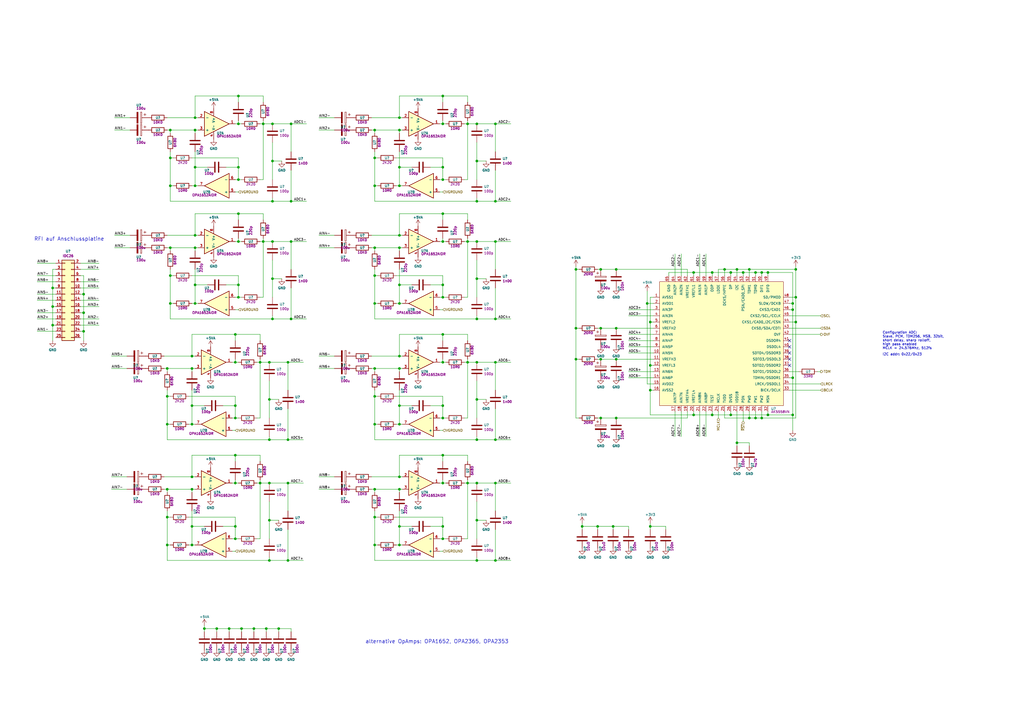
<source format=kicad_sch>
(kicad_sch (version 20211123) (generator eeschema)
  (paper "A3")
  (title_block (title "freeDSP Aurora") (date "24.7.2018") (rev "1.0.0") (company "auverdion"))
  (junction (at 203.2 198.12))
  (junction (at 203.2 148.59))
  (junction (at 69.85 124.46))
  (junction (at 181.61 198.12))
  (junction (at 96.52 166.37))
  (junction (at 111.76 130.81))
  (junction (at 80.01 96.52))
  (junction (at 284.48 170.18))
  (junction (at 266.7 132.08))
  (junction (at 312.42 171.45))
  (junction (at 181.61 171.45))
  (junction (at 163.83 146.05))
  (junction (at 238.76 215.9))
  (junction (at 96.52 171.45))
  (junction (at 304.8 111.76))
  (junction (at 325.12 127))
  (junction (at 163.83 76.2))
  (junction (at 111.76 82.55))
  (junction (at 292.1 170.18))
  (junction (at 163.83 151.13))
  (junction (at 309.88 171.45))
  (junction (at 118.11 229.87))
  (junction (at 246.38 134.62))
  (junction (at 195.58 180.34))
  (junction (at 191.77 148.59))
  (junction (at 163.83 215.9))
  (junction (at 236.22 147.32))
  (junction (at 203.2 50.8))
  (junction (at 119.38 82.55))
  (junction (at 153.67 200.66))
  (junction (at 153.67 101.6))
  (junction (at 80.01 53.34))
  (junction (at 195.58 198.12))
  (junction (at 203.2 82.55))
  (junction (at 153.67 151.13))
  (junction (at 68.58 151.13))
  (junction (at 96.52 137.16))
  (junction (at 118.11 148.59))
  (junction (at 181.61 50.8))
  (junction (at 203.2 180.34))
  (junction (at 284.48 111.76))
  (junction (at 80.01 101.6))
  (junction (at 181.61 137.16))
  (junction (at 195.58 82.55))
  (junction (at 80.01 116.84))
  (junction (at 69.85 113.03))
  (junction (at 195.58 229.87))
  (junction (at 307.34 171.45))
  (junction (at 314.96 170.18))
  (junction (at 106.68 148.59))
  (junction (at 110.49 213.36))
  (junction (at 326.39 132.08))
  (junction (at 236.22 110.49))
  (junction (at 325.12 170.18))
  (junction (at 78.74 215.9))
  (junction (at 99.06 257.81))
  (junction (at 109.22 257.81))
  (junction (at 80.01 48.26))
  (junction (at 246.38 171.45))
  (junction (at 114.3 257.81))
  (junction (at 119.38 99.06))
  (junction (at 93.98 257.81))
  (junction (at 191.77 50.8))
  (junction (at 111.76 114.3))
  (junction (at 96.52 198.12))
  (junction (at 78.74 151.13))
  (junction (at 163.83 116.84))
  (junction (at 34.29 135.89))
  (junction (at 302.26 110.49))
  (junction (at 325.12 154.94))
  (junction (at 118.11 198.12))
  (junction (at 251.46 215.9))
  (junction (at 153.67 53.34))
  (junction (at 68.58 212.09))
  (junction (at 181.61 148.59))
  (junction (at 252.73 134.62))
  (junction (at 245.11 215.9))
  (junction (at 181.61 215.9))
  (junction (at 181.61 68.58))
  (junction (at 163.83 223.52))
  (junction (at 97.79 68.58))
  (junction (at 110.49 163.83))
  (junction (at 191.77 198.12))
  (junction (at 246.38 110.49))
  (junction (at 80.01 76.2))
  (junction (at 34.29 128.27))
  (junction (at 97.79 116.84))
  (junction (at 163.83 124.46))
  (junction (at 153.67 124.46))
  (junction (at 69.85 64.77))
  (junction (at 181.61 39.37))
  (junction (at 195.58 213.36))
  (junction (at 96.52 148.59))
  (junction (at 314.96 111.76))
  (junction (at 252.73 171.45))
  (junction (at 153.67 64.77))
  (junction (at 97.79 73.66))
  (junction (at 78.74 200.66))
  (junction (at 299.72 170.18))
  (junction (at 195.58 148.59))
  (junction (at 236.22 134.62))
  (junction (at 78.74 173.99))
  (junction (at 292.1 111.76))
  (junction (at 83.82 257.81))
  (junction (at 110.49 198.12))
  (junction (at 163.83 68.58))
  (junction (at 68.58 200.66))
  (junction (at 252.73 147.32))
  (junction (at 153.67 212.09))
  (junction (at 153.67 223.52))
  (junction (at 203.2 229.87))
  (junction (at 163.83 173.99))
  (junction (at 88.9 257.81))
  (junction (at 78.74 223.52))
  (junction (at 153.67 76.2))
  (junction (at 69.85 53.34))
  (junction (at 110.49 148.59))
  (junction (at 68.58 223.52))
  (junction (at 97.79 50.8))
  (junction (at 97.79 39.37))
  (junction (at 153.67 162.56))
  (junction (at 195.58 99.06))
  (junction (at 21.59 118.11))
  (junction (at 96.52 186.69))
  (junction (at 69.85 101.6))
  (junction (at 181.61 220.98))
  (junction (at 34.29 120.65))
  (junction (at 97.79 99.06))
  (junction (at 252.73 110.49))
  (junction (at 309.88 111.76))
  (junction (at 119.38 50.8))
  (junction (at 163.83 48.26))
  (junction (at 80.01 124.46))
  (junction (at 265.43 124.46))
  (junction (at 246.38 147.32))
  (junction (at 297.18 110.49))
  (junction (at 163.83 53.34))
  (junction (at 106.68 198.12))
  (junction (at 110.49 229.87))
  (junction (at 107.95 50.8))
  (junction (at 118.11 180.34))
  (junction (at 80.01 68.58))
  (junction (at 307.34 110.49))
  (junction (at 163.83 101.6))
  (junction (at 195.58 114.3))
  (junction (at 111.76 66.04))
  (junction (at 163.83 200.66))
  (junction (at 163.83 166.37))
  (junction (at 195.58 66.04))
  (junction (at 203.2 130.81))
  (junction (at 97.79 87.63))
  (junction (at 181.61 121.92))
  (junction (at 78.74 146.05))
  (junction (at 181.61 87.63))
  (junction (at 326.39 121.92))
  (junction (at 163.83 195.58))
  (junction (at 181.61 186.69))
  (junction (at 203.2 99.06))
  (junction (at 104.14 257.81))
  (junction (at 69.85 76.2))
  (junction (at 326.39 110.49))
  (junction (at 21.59 133.35))
  (junction (at 266.7 215.9))
  (junction (at 111.76 50.8))
  (junction (at 107.95 99.06))
  (junction (at 78.74 166.37))
  (junction (at 96.52 220.98))
  (junction (at 153.67 173.99))
  (junction (at 191.77 99.06))
  (junction (at 181.61 116.84))
  (junction (at 266.7 160.02))
  (junction (at 21.59 125.73))
  (junction (at 119.38 130.81))
  (junction (at 78.74 195.58))
  (junction (at 110.49 180.34))
  (junction (at 68.58 162.56))
  (junction (at 195.58 50.8))
  (junction (at 195.58 163.83))
  (junction (at 111.76 99.06))
  (junction (at 181.61 73.66))
  (junction (at 163.83 96.52))
  (junction (at 153.67 113.03))
  (junction (at 195.58 130.81))
  (junction (at 302.26 181.61))
  (junction (at 266.7 149.86))
  (junction (at 181.61 166.37))
  (junction (at 97.79 121.92))
  (junction (at 299.72 111.76))
  (junction (at 325.12 124.46))
  (junction (at 181.61 99.06))
  (junction (at 96.52 215.9))
  (junction (at 68.58 173.99))
  (junction (at 312.42 111.76))
  (no_connect (at 323.85 149.86))
  (no_connect (at 323.85 139.7))
  (no_connect (at 323.85 144.78))
  (no_connect (at 323.85 142.24))
  (no_connect (at 323.85 147.32))
  (wire (pts (xy 22.86 128.27) (xy 15.24 128.27)))
  (wire (pts (xy 154.94 76.2) (xy 153.67 76.2)))
  (wire (pts (xy 168.91 68.58) (xy 163.83 68.58)))
  (wire (pts (xy 114.3 213.36) (xy 110.49 213.36)))
  (wire (pts (xy 163.83 124.46) (xy 162.56 124.46)))
  (wire (pts (xy 114.3 257.81) (xy 119.38 257.81)))
  (wire (pts (xy 299.72 113.03) (xy 299.72 111.76)))
  (wire (pts (xy 181.61 171.45) (xy 180.34 171.45)))
  (wire (pts (xy 93.98 257.81) (xy 99.06 257.81)))
  (wire (pts (xy 83.82 257.81) (xy 83.82 259.08)))
  (wire (pts (xy 195.58 99.06) (xy 203.2 99.06)))
  (wire (pts (xy 181.61 198.12) (xy 182.88 198.12)))
  (wire (pts (xy 195.58 81.28) (xy 195.58 82.55)))
  (wire (pts (xy 163.83 173.99) (xy 162.56 173.99)))
  (wire (pts (xy 78.74 166.37) (xy 78.74 173.99)))
  (wire (pts (xy 182.88 73.66) (xy 181.61 73.66)))
  (wire (pts (xy 203.2 99.06) (xy 203.2 110.49)))
  (wire (pts (xy 181.61 162.56) (xy 181.61 166.37)))
  (wire (pts (xy 191.77 198.12) (xy 195.58 198.12)))
  (wire (pts (xy 107.95 121.92) (xy 106.68 121.92)))
  (wire (pts (xy 238.76 214.63) (xy 238.76 215.9)))
  (wire (pts (xy 152.4 146.05) (xy 163.83 146.05)))
  (wire (pts (xy 289.56 113.03) (xy 289.56 104.14)))
  (wire (pts (xy 163.83 200.66) (xy 165.1 200.66)))
  (wire (pts (xy 22.86 118.11) (xy 21.59 118.11)))
  (wire (pts (xy 182.88 220.98) (xy 181.61 220.98)))
  (wire (pts (xy 236.22 147.32) (xy 236.22 171.45)))
  (wire (pts (xy 80.01 195.58) (xy 78.74 195.58)))
  (wire (pts (xy 323.85 157.48) (xy 336.55 157.48)))
  (wire (pts (xy 85.09 116.84) (xy 80.01 116.84)))
  (wire (pts (xy 33.02 125.73) (xy 40.64 125.73)))
  (wire (pts (xy 96.52 196.85) (xy 96.52 198.12)))
  (wire (pts (xy 22.86 125.73) (xy 21.59 125.73)))
  (wire (pts (xy 21.59 133.35) (xy 22.86 133.35)))
  (wire (pts (xy 165.1 223.52) (xy 163.83 223.52)))
  (wire (pts (xy 165.1 124.46) (xy 163.83 124.46)))
  (wire (pts (xy 203.2 148.59) (xy 203.2 160.02)))
  (wire (pts (xy 236.22 110.49) (xy 236.22 134.62)))
  (wire (pts (xy 68.58 151.13) (xy 78.74 151.13)))
  (wire (pts (xy 180.34 198.12) (xy 181.61 198.12)))
  (wire (pts (xy 91.44 215.9) (xy 96.52 215.9)))
  (wire (pts (xy 93.98 257.81) (xy 93.98 259.08)))
  (wire (pts (xy 96.52 50.8) (xy 97.79 50.8)))
  (wire (pts (xy 266.7 214.63) (xy 266.7 215.9)))
  (wire (pts (xy 153.67 62.23) (xy 153.67 64.77)))
  (wire (pts (xy 69.85 76.2) (xy 69.85 64.77)))
  (wire (pts (xy 106.68 99.06) (xy 107.95 99.06)))
  (wire (pts (xy 110.49 228.6) (xy 110.49 229.87)))
  (wire (pts (xy 111.76 114.3) (xy 111.76 106.68)))
  (wire (pts (xy 78.74 151.13) (xy 80.01 151.13)))
  (wire (pts (xy 199.39 163.83) (xy 195.58 163.83)))
  (wire (pts (xy 236.22 134.62) (xy 236.22 147.32)))
  (wire (pts (xy 97.79 87.63) (xy 107.95 87.63)))
  (wire (pts (xy 292.1 111.76) (xy 299.72 111.76)))
  (wire (pts (xy 78.74 200.66) (xy 80.01 200.66)))
  (wire (pts (xy 191.77 148.59) (xy 191.77 147.32)))
  (wire (pts (xy 153.67 124.46) (xy 153.67 130.81)))
  (wire (pts (xy 153.67 101.6) (xy 163.83 101.6)))
  (wire (pts (xy 299.72 111.76) (xy 304.8 111.76)))
  (wire (pts (xy 163.83 87.63) (xy 163.83 96.52)))
  (wire (pts (xy 22.86 107.95) (xy 15.24 107.95)))
  (wire (pts (xy 267.97 132.08) (xy 266.7 132.08)))
  (wire (pts (xy 52.07 146.05) (xy 45.72 146.05)))
  (wire (pts (xy 153.67 223.52) (xy 153.67 212.09)))
  (wire (pts (xy 137.16 96.52) (xy 130.81 96.52)))
  (wire (pts (xy 119.38 257.81) (xy 119.38 259.08)))
  (wire (pts (xy 119.38 118.11) (xy 119.38 130.81)))
  (wire (pts (xy 168.91 166.37) (xy 163.83 166.37)))
  (wire (pts (xy 168.91 116.84) (xy 163.83 116.84)))
  (wire (pts (xy 246.38 171.45) (xy 252.73 171.45)))
  (wire (pts (xy 195.58 66.04) (xy 195.58 58.42)))
  (wire (pts (xy 153.67 102.87) (xy 153.67 101.6)))
  (wire (pts (xy 137.16 151.13) (xy 130.81 151.13)))
  (wire (pts (xy 33.02 128.27) (xy 34.29 128.27)))
  (wire (pts (xy 163.83 53.34) (xy 165.1 53.34)))
  (wire (pts (xy 111.76 121.92) (xy 111.76 114.3)))
  (wire (pts (xy 106.68 148.59) (xy 106.68 171.45)))
  (wire (pts (xy 153.67 223.52) (xy 153.67 229.87)))
  (wire (pts (xy 163.83 151.13) (xy 165.1 151.13)))
  (wire (pts (xy 165.1 48.26) (xy 163.83 48.26)))
  (wire (pts (xy 191.77 99.06) (xy 191.77 121.92)))
  (wire (pts (xy 191.77 220.98) (xy 190.5 220.98)))
  (wire (pts (xy 153.67 54.61) (xy 153.67 53.34)))
  (wire (pts (xy 106.68 198.12) (xy 110.49 198.12)))
  (wire (pts (xy 314.96 168.91) (xy 314.96 170.18)))
  (wire (pts (xy 97.79 73.66) (xy 96.52 73.66)))
  (wire (pts (xy 279.4 113.03) (xy 279.4 104.14)))
  (wire (pts (xy 325.12 170.18) (xy 325.12 176.53)))
  (wire (pts (xy 22.86 113.03) (xy 15.24 113.03)))
  (wire (pts (xy 191.77 50.8) (xy 191.77 73.66)))
  (wire (pts (xy 307.34 171.45) (xy 309.88 171.45)))
  (wire (pts (xy 267.97 129.54) (xy 257.81 129.54)))
  (wire (pts (xy 153.67 162.56) (xy 154.94 162.56)))
  (wire (pts (xy 111.76 99.06) (xy 119.38 99.06)))
  (wire (pts (xy 69.85 173.99) (xy 68.58 173.99)))
  (wire (pts (xy 53.34 53.34) (xy 46.99 53.34)))
  (wire (pts (xy 110.49 171.45) (xy 110.49 163.83)))
  (wire (pts (xy 191.77 198.12) (xy 191.77 196.85)))
  (wire (pts (xy 181.61 113.03) (xy 162.56 113.03)))
  (wire (pts (xy 85.09 68.58) (xy 80.01 68.58)))
  (wire (pts (xy 33.02 107.95) (xy 40.64 107.95)))
  (wire (pts (xy 104.14 257.81) (xy 109.22 257.81)))
  (wire (pts (xy 68.58 180.34) (xy 110.49 180.34)))
  (wire (pts (xy 105.41 198.12) (xy 106.68 198.12)))
  (wire (pts (xy 266.7 215.9) (xy 266.7 217.17)))
  (wire (pts (xy 191.77 148.59) (xy 195.58 148.59)))
  (wire (pts (xy 302.26 168.91) (xy 302.26 181.61)))
  (wire (pts (xy 21.59 133.35) (xy 21.59 139.7)))
  (wire (pts (xy 181.61 212.09) (xy 162.56 212.09)))
  (wire (pts (xy 176.53 215.9) (xy 181.61 215.9)))
  (wire (pts (xy 180.34 78.74) (xy 181.61 78.74)))
  (wire (pts (xy 203.2 82.55) (xy 209.55 82.55)))
  (wire (pts (xy 80.01 102.87) (xy 80.01 101.6)))
  (wire (pts (xy 181.61 39.37) (xy 191.77 39.37)))
  (wire (pts (xy 80.01 101.6) (xy 81.28 101.6)))
  (wire (pts (xy 67.31 195.58) (xy 78.74 195.58)))
  (wire (pts (xy 33.02 115.57) (xy 40.64 115.57)))
  (wire (pts (xy 96.52 137.16) (xy 106.68 137.16)))
  (wire (pts (xy 107.95 99.06) (xy 107.95 97.79)))
  (wire (pts (xy 203.2 130.81) (xy 209.55 130.81)))
  (wire (pts (xy 323.85 152.4) (xy 327.66 152.4)))
  (wire (pts (xy 195.58 82.55) (xy 203.2 82.55)))
  (wire (pts (xy 97.79 64.77) (xy 97.79 68.58)))
  (wire (pts (xy 153.67 76.2) (xy 153.67 64.77)))
  (wire (pts (xy 111.76 130.81) (xy 119.38 130.81)))
  (wire (pts (xy 137.16 101.6) (xy 130.81 101.6)))
  (wire (pts (xy 335.28 152.4) (xy 336.55 152.4)))
  (wire (pts (xy 33.02 113.03) (xy 34.29 113.03)))
  (wire (pts (xy 297.18 113.03) (xy 297.18 110.49)))
  (wire (pts (xy 195.58 229.87) (xy 203.2 229.87)))
  (wire (pts (xy 195.58 129.54) (xy 195.58 130.81)))
  (wire (pts (xy 245.11 110.49) (xy 246.38 110.49)))
  (wire (pts (xy 246.38 110.49) (xy 252.73 110.49)))
  (wire (pts (xy 182.88 121.92) (xy 181.61 121.92)))
  (wire (pts (xy 95.25 226.06) (xy 96.52 226.06)))
  (wire (pts (xy 267.97 144.78) (xy 257.81 144.78)))
  (wire (pts (xy 181.61 87.63) (xy 163.83 87.63)))
  (wire (pts (xy 180.34 148.59) (xy 181.61 148.59)))
  (wire (pts (xy 163.83 186.69) (xy 163.83 195.58)))
  (wire (pts (xy 34.29 135.89) (xy 34.29 139.7)))
  (wire (pts (xy 163.83 137.16) (xy 163.83 146.05)))
  (wire (pts (xy 325.12 111.76) (xy 325.12 124.46)))
  (wire (pts (xy 309.88 113.03) (xy 309.88 111.76)))
  (wire (pts (xy 163.83 68.58) (xy 163.83 62.23)))
  (wire (pts (xy 154.94 124.46) (xy 153.67 124.46)))
  (wire (pts (xy 78.74 215.9) (xy 78.74 209.55)))
  (wire (pts (xy 52.07 151.13) (xy 45.72 151.13)))
  (wire (pts (xy 118.11 229.87) (xy 124.46 229.87)))
  (wire (pts (xy 276.86 168.91) (xy 276.86 179.07)))
  (wire (pts (xy 109.22 257.81) (xy 114.3 257.81)))
  (wire (pts (xy 107.95 39.37) (xy 107.95 41.91)))
  (wire (pts (xy 307.34 181.61) (xy 302.26 181.61)))
  (wire (pts (xy 88.9 257.81) (xy 93.98 257.81)))
  (wire (pts (xy 276.86 113.03) (xy 276.86 104.14)))
  (wire (pts (xy 106.68 198.12) (xy 106.68 220.98)))
  (wire (pts (xy 182.88 171.45) (xy 181.61 171.45)))
  (wire (pts (xy 68.58 223.52) (xy 68.58 229.87)))
  (wire (pts (xy 97.79 68.58) (xy 97.79 73.66)))
  (wire (pts (xy 110.49 163.83) (xy 110.49 156.21)))
  (wire (pts (xy 195.58 198.12) (xy 203.2 198.12)))
  (wire (pts (xy 137.16 146.05) (xy 130.81 146.05)))
  (wire (pts (xy 118.11 167.64) (xy 118.11 180.34)))
  (wire (pts (xy 33.02 110.49) (xy 40.64 110.49)))
  (wire (pts (xy 191.77 186.69) (xy 191.77 189.23)))
  (wire (pts (xy 251.46 215.9) (xy 257.81 215.9)))
  (wire (pts (xy 153.67 229.87) (xy 195.58 229.87)))
  (wire (pts (xy 106.68 137.16) (xy 106.68 139.7)))
  (wire (pts (xy 97.79 113.03) (xy 78.74 113.03)))
  (wire (pts (xy 69.85 101.6) (xy 80.01 101.6)))
  (wire (pts (xy 312.42 113.03) (xy 312.42 111.76)))
  (wire (pts (xy 137.16 195.58) (xy 130.81 195.58)))
  (wire (pts (xy 191.77 171.45) (xy 190.5 171.45)))
  (wire (pts (xy 163.83 201.93) (xy 163.83 200.66)))
  (wire (pts (xy 153.67 212.09) (xy 154.94 212.09)))
  (wire (pts (xy 181.61 97.79) (xy 181.61 99.06)))
  (wire (pts (xy 69.85 62.23) (xy 69.85 64.77)))
  (wire (pts (xy 68.58 101.6) (xy 69.85 101.6)))
  (wire (pts (xy 195.58 130.81) (xy 203.2 130.81)))
  (wire (pts (xy 78.74 152.4) (xy 78.74 151.13)))
  (wire (pts (xy 68.58 160.02) (xy 68.58 162.56)))
  (wire (pts (xy 114.3 163.83) (xy 110.49 163.83)))
  (wire (pts (xy 119.38 69.85) (xy 119.38 82.55)))
  (wire (pts (xy 181.61 99.06) (xy 182.88 99.06)))
  (wire (pts (xy 191.77 121.92) (xy 190.5 121.92)))
  (wire (pts (xy 181.61 189.23) (xy 181.61 186.69)))
  (wire (pts (xy 163.83 215.9) (xy 163.83 209.55)))
  (wire (pts (xy 292.1 170.18) (xy 299.72 170.18)))
  (wire (pts (xy 153.67 160.02) (xy 153.67 162.56)))
  (wire (pts (xy 195.58 148.59) (xy 203.2 148.59)))
  (wire (pts (xy 83.82 257.81) (xy 88.9 257.81)))
  (wire (pts (xy 21.59 118.11) (xy 21.59 125.73)))
  (wire (pts (xy 69.85 102.87) (xy 69.85 101.6)))
  (wire (pts (xy 281.94 110.49) (xy 281.94 113.03)))
  (wire (pts (xy 252.73 147.32) (xy 267.97 147.32)))
  (wire (pts (xy 97.79 50.8) (xy 99.06 50.8)))
  (wire (pts (xy 237.49 110.49) (xy 236.22 110.49)))
  (wire (pts (xy 107.95 50.8) (xy 111.76 50.8)))
  (wire (pts (xy 181.61 139.7) (xy 181.61 137.16)))
  (wire (pts (xy 69.85 53.34) (xy 80.01 53.34)))
  (wire (pts (xy 83.82 166.37) (xy 78.74 166.37)))
  (wire (pts (xy 137.16 53.34) (xy 130.81 53.34)))
  (wire (pts (xy 153.67 201.93) (xy 153.67 200.66)))
  (wire (pts (xy 302.26 181.61) (xy 302.26 182.88)))
  (wire (pts (xy 284.48 168.91) (xy 284.48 170.18)))
  (wire (pts (xy 118.11 180.34) (xy 124.46 180.34)))
  (wire (pts (xy 152.4 200.66) (xy 153.67 200.66)))
  (wire (pts (xy 252.73 171.45) (xy 281.94 171.45)))
  (wire (pts (xy 52.07 200.66) (xy 45.72 200.66)))
  (wire (pts (xy 69.85 110.49) (xy 69.85 113.03)))
  (wire (pts (xy 245.11 134.62) (xy 246.38 134.62)))
  (wire (pts (xy 153.67 113.03) (xy 154.94 113.03)))
  (wire (pts (xy 191.77 73.66) (xy 190.5 73.66)))
  (wire (pts (xy 181.61 166.37) (xy 181.61 171.45)))
  (wire (pts (xy 22.86 110.49) (xy 21.59 110.49)))
  (wire (pts (xy 106.68 50.8) (xy 107.95 50.8)))
  (wire (pts (xy 96.52 127) (xy 97.79 127)))
  (wire (pts (xy 191.77 99.06) (xy 195.58 99.06)))
  (wire (pts (xy 153.67 110.49) (xy 153.67 113.03)))
  (wire (pts (xy 323.85 154.94) (xy 325.12 154.94)))
  (wire (pts (xy 245.11 147.32) (xy 246.38 147.32)))
  (wire (pts (xy 181.61 212.09) (xy 181.61 215.9)))
  (wire (pts (xy 266.7 132.08) (xy 266.7 149.86)))
  (wire (pts (xy 80.01 116.84) (xy 80.01 110.49)))
  (wire (pts (xy 96.52 198.12) (xy 97.79 198.12)))
  (wire (pts (xy 96.52 139.7) (xy 96.52 137.16)))
  (wire (pts (xy 69.85 124.46) (xy 69.85 113.03)))
  (wire (pts (xy 97.79 90.17) (xy 97.79 87.63)))
  (wire (pts (xy 96.52 220.98) (xy 95.25 220.98)))
  (wire (pts (xy 33.02 133.35) (xy 40.64 133.35)))
  (wire (pts (xy 180.34 226.06) (xy 181.61 226.06)))
  (wire (pts (xy 53.34 48.26) (xy 46.99 48.26)))
  (wire (pts (xy 163.83 166.37) (xy 163.83 173.99)))
  (wire (pts (xy 81.28 96.52) (xy 80.01 96.52)))
  (wire (pts (xy 297.18 168.91) (xy 297.18 171.45)))
  (wire (pts (xy 181.61 49.53) (xy 181.61 50.8)))
  (wire (pts (xy 153.67 82.55) (xy 195.58 82.55)))
  (wire (pts (xy 326.39 132.08) (xy 326.39 121.92)))
  (wire (pts (xy 119.38 99.06) (xy 119.38 110.49)))
  (wire (pts (xy 152.4 195.58) (xy 163.83 195.58)))
  (wire (pts (xy 81.28 76.2) (xy 80.01 76.2)))
  (wire (pts (xy 252.73 110.49) (xy 281.94 110.49)))
  (wire (pts (xy 33.02 130.81) (xy 40.64 130.81)))
  (wire (pts (xy 165.1 76.2) (xy 163.83 76.2)))
  (wire (pts (xy 68.58 53.34) (xy 69.85 53.34)))
  (wire (pts (xy 191.77 99.06) (xy 191.77 97.79)))
  (wire (pts (xy 302.26 110.49) (xy 307.34 110.49)))
  (wire (pts (xy 181.61 220.98) (xy 180.34 220.98)))
  (wire (pts (xy 97.79 99.06) (xy 99.06 99.06)))
  (wire (pts (xy 195.58 228.6) (xy 195.58 229.87)))
  (wire (pts (xy 180.34 50.8) (xy 181.61 50.8)))
  (wire (pts (xy 266.7 121.92) (xy 266.7 132.08)))
  (wire (pts (xy 323.85 124.46) (xy 325.12 124.46)))
  (wire (pts (xy 190.5 198.12) (xy 191.77 198.12)))
  (wire (pts (xy 163.83 223.52) (xy 162.56 223.52)))
  (wire (pts (xy 309.88 111.76) (xy 312.42 111.76)))
  (wire (pts (xy 96.52 147.32) (xy 96.52 148.59)))
  (wire (pts (xy 97.79 41.91) (xy 97.79 39.37)))
  (wire (pts (xy 287.02 168.91) (xy 287.02 179.07)))
  (wire (pts (xy 195.58 121.92) (xy 195.58 114.3)))
  (wire (pts (xy 97.79 64.77) (xy 78.74 64.77)))
  (wire (pts (xy 153.67 173.99) (xy 153.67 180.34)))
  (wire (pts (xy 180.34 176.53) (xy 181.61 176.53)))
  (wire (pts (xy 284.48 170.18) (xy 292.1 170.18)))
  (wire (pts (xy 152.4 101.6) (xy 153.67 101.6)))
  (wire (pts (xy 119.38 50.8) (xy 119.38 62.23)))
  (wire (pts (xy 83.82 215.9) (xy 78.74 215.9)))
  (wire (pts (xy 80.01 54.61) (xy 80.01 53.34)))
  (wire (pts (xy 266.7 160.02) (xy 267.97 160.02)))
  (wire (pts (xy 153.67 64.77) (xy 154.94 64.77)))
  (wire (pts (xy 203.2 180.34) (xy 209.55 180.34)))
  (wire (pts (xy 152.4 53.34) (xy 153.67 53.34)))
  (wire (pts (xy 191.77 50.8) (xy 195.58 50.8)))
  (wire (pts (xy 114.3 257.81) (xy 114.3 259.08)))
  (wire (pts (xy 195.58 171.45) (xy 195.58 163.83)))
  (wire (pts (xy 96.52 99.06) (xy 97.79 99.06)))
  (wire (pts (xy 163.83 54.61) (xy 163.83 53.34)))
  (wire (pts (xy 190.5 148.59) (xy 191.77 148.59)))
  (wire (pts (xy 314.96 111.76) (xy 325.12 111.76)))
  (wire (pts (xy 238.76 215.9) (xy 245.11 215.9)))
  (wire (pts (xy 110.49 180.34) (xy 118.11 180.34)))
  (wire (pts (xy 181.61 64.77) (xy 162.56 64.77)))
  (wire (pts (xy 181.61 90.17) (xy 181.61 87.63)))
  (wire (pts (xy 163.83 152.4) (xy 163.83 151.13)))
  (wire (pts (xy 110.49 213.36) (xy 110.49 205.74)))
  (wire (pts (xy 294.64 171.45) (xy 294.64 168.91)))
  (wire (pts (xy 236.22 147.32) (xy 237.49 147.32)))
  (wire (pts (xy 294.64 110.49) (xy 297.18 110.49)))
  (wire (pts (xy 97.79 113.03) (xy 97.79 116.84)))
  (wire (pts (xy 323.85 160.02) (xy 336.55 160.02)))
  (wire (pts (xy 71.12 76.2) (xy 69.85 76.2)))
  (wire (pts (xy 68.58 200.66) (xy 78.74 200.66)))
  (wire (pts (xy 165.1 96.52) (xy 163.83 96.52)))
  (wire (pts (xy 154.94 173.99) (xy 153.67 173.99)))
  (wire (pts (xy 97.79 171.45) (xy 96.52 171.45)))
  (wire (pts (xy 69.85 64.77) (xy 71.12 64.77)))
  (wire (pts (xy 80.01 68.58) (xy 80.01 62.23)))
  (wire (pts (xy 69.85 76.2) (xy 69.85 82.55)))
  (wire (pts (xy 279.4 168.91) (xy 279.4 179.07)))
  (wire (pts (xy 203.2 229.87) (xy 209.55 229.87)))
  (wire (pts (xy 95.25 176.53) (xy 96.52 176.53)))
  (wire (pts (xy 96.52 186.69) (xy 106.68 186.69)))
  (wire (pts (xy 312.42 111.76) (xy 314.96 111.76)))
  (wire (pts (xy 245.11 171.45) (xy 246.38 171.45)))
  (wire (pts (xy 80.01 39.37) (xy 80.01 48.26)))
  (wire (pts (xy 78.74 166.37) (xy 78.74 160.02)))
  (wire (pts (xy 191.77 39.37) (xy 191.77 41.91)))
  (wire (pts (xy 110.49 179.07) (xy 110.49 180.34)))
  (wire (pts (xy 181.61 64.77) (xy 181.61 68.58)))
  (wire (pts (xy 181.61 147.32) (xy 181.61 148.59)))
  (wire (pts (xy 21.59 110.49) (xy 21.59 118.11)))
  (wire (pts (xy 168.91 215.9) (xy 163.83 215.9)))
  (wire (pts (xy 267.97 149.86) (xy 266.7 149.86)))
  (wire (pts (xy 153.67 209.55) (xy 153.67 212.09)))
  (wire (pts (xy 309.88 171.45) (xy 312.42 171.45)))
  (wire (pts (xy 265.43 119.38) (xy 265.43 124.46)))
  (wire (pts (xy 153.67 173.99) (xy 153.67 162.56)))
  (wire (pts (xy 81.28 48.26) (xy 80.01 48.26)))
  (wire (pts (xy 96.52 186.69) (xy 78.74 186.69)))
  (wire (pts (xy 304.8 172.72) (xy 304.8 168.91)))
  (wire (pts (xy 69.85 223.52) (xy 68.58 223.52)))
  (wire (pts (xy 163.83 39.37) (xy 163.83 48.26)))
  (wire (pts (xy 246.38 134.62) (xy 252.73 134.62)))
  (wire (pts (xy 78.74 173.99) (xy 77.47 173.99)))
  (wire (pts (xy 68.58 223.52) (xy 68.58 212.09)))
  (wire (pts (xy 97.79 121.92) (xy 96.52 121.92)))
  (wire (pts (xy 153.67 130.81) (xy 195.58 130.81)))
  (wire (pts (xy 195.58 163.83) (xy 195.58 156.21)))
  (wire (pts (xy 33.02 118.11) (xy 40.64 118.11)))
  (wire (pts (xy 176.53 68.58) (xy 181.61 68.58)))
  (wire (pts (xy 78.74 215.9) (xy 78.74 223.52)))
  (wire (pts (xy 106.68 148.59) (xy 110.49 148.59)))
  (wire (pts (xy 118.11 148.59) (xy 118.11 160.02)))
  (wire (pts (xy 299.72 170.18) (xy 314.96 170.18)))
  (wire (pts (xy 107.95 99.06) (xy 107.95 121.92)))
  (wire (pts (xy 203.2 198.12) (xy 203.2 209.55)))
  (wire (pts (xy 71.12 124.46) (xy 69.85 124.46)))
  (wire (pts (xy 181.61 162.56) (xy 162.56 162.56)))
  (wire (pts (xy 110.49 229.87) (xy 118.11 229.87)))
  (wire (pts (xy 265.43 124.46) (xy 267.97 124.46)))
  (wire (pts (xy 181.61 113.03) (xy 181.61 116.84)))
  (wire (pts (xy 137.16 48.26) (xy 130.81 48.26)))
  (wire (pts (xy 163.83 215.9) (xy 163.83 223.52)))
  (wire (pts (xy 115.57 114.3) (xy 111.76 114.3)))
  (wire (pts (xy 69.85 113.03) (xy 71.12 113.03)))
  (wire (pts (xy 69.85 82.55) (xy 111.76 82.55)))
  (wire (pts (xy 195.58 114.3) (xy 195.58 106.68)))
  (wire (pts (xy 80.01 146.05) (xy 78.74 146.05)))
  (wire (pts (xy 68.58 48.26) (xy 80.01 48.26)))
  (wire (pts (xy 83.82 256.54) (xy 83.82 257.81)))
  (wire (pts (xy 181.61 186.69) (xy 163.83 186.69)))
  (wire (pts (xy 68.58 209.55) (xy 68.58 212.09)))
  (wire (pts (xy 246.38 147.32) (xy 252.73 147.32)))
  (wire (pts (xy 265.43 157.48) (xy 267.97 157.48)))
  (wire (pts (xy 203.2 99.06) (xy 209.55 99.06)))
  (wire (pts (xy 195.58 180.34) (xy 203.2 180.34)))
  (wire (pts (xy 245.11 215.9) (xy 251.46 215.9)))
  (wire (pts (xy 199.39 213.36) (xy 195.58 213.36)))
  (wire (pts (xy 267.97 142.24) (xy 257.81 142.24)))
  (wire (pts (xy 106.68 198.12) (xy 106.68 196.85)))
  (wire (pts (xy 99.06 121.92) (xy 97.79 121.92)))
  (wire (pts (xy 34.29 120.65) (xy 34.29 128.27)))
  (wire (pts (xy 80.01 223.52) (xy 78.74 223.52)))
  (wire (pts (xy 80.01 173.99) (xy 78.74 173.99)))
  (wire (pts (xy 297.18 171.45) (xy 307.34 171.45)))
  (wire (pts (xy 165.1 173.99) (xy 163.83 173.99)))
  (wire (pts (xy 245.11 215.9) (xy 245.11 217.17)))
  (wire (pts (xy 96.52 162.56) (xy 77.47 162.56)))
  (wire (pts (xy 80.01 68.58) (xy 80.01 76.2)))
  (wire (pts (xy 95.25 198.12) (xy 96.52 198.12)))
  (wire (pts (xy 325.12 127) (xy 325.12 154.94)))
  (wire (pts (xy 153.67 53.34) (xy 163.83 53.34)))
  (wire (pts (xy 199.39 114.3) (xy 195.58 114.3)))
  (wire (pts (xy 92.71 68.58) (xy 97.79 68.58)))
  (wire (pts (xy 34.29 113.03) (xy 34.29 120.65)))
  (wire (pts (xy 119.38 82.55) (xy 125.73 82.55)))
  (wire (pts (xy 152.4 151.13) (xy 153.67 151.13)))
  (wire (pts (xy 304.8 111.76) (xy 309.88 111.76)))
  (wire (pts (xy 267.97 121.92) (xy 266.7 121.92)))
  (wire (pts (xy 52.07 195.58) (xy 45.72 195.58)))
  (wire (pts (xy 118.11 217.17) (xy 118.11 229.87)))
  (wire (pts (xy 181.61 116.84) (xy 181.61 121.92)))
  (wire (pts (xy 97.79 39.37) (xy 107.95 39.37)))
  (wire (pts (xy 326.39 171.45) (xy 326.39 132.08)))
  (wire (pts (xy 78.74 201.93) (xy 78.74 200.66)))
  (wire (pts (xy 99.06 257.81) (xy 104.14 257.81)))
  (wire (pts (xy 190.5 99.06) (xy 191.77 99.06)))
  (wire (pts (xy 289.56 168.91) (xy 289.56 179.07)))
  (wire (pts (xy 163.83 116.84) (xy 163.83 124.46)))
  (wire (pts (xy 325.12 124.46) (xy 325.12 127)))
  (wire (pts (xy 69.85 124.46) (xy 69.85 130.81)))
  (wire (pts (xy 238.76 215.9) (xy 238.76 217.17)))
  (wire (pts (xy 180.34 99.06) (xy 181.61 99.06)))
  (wire (pts (xy 107.95 73.66) (xy 106.68 73.66)))
  (wire (pts (xy 323.85 132.08) (xy 326.39 132.08)))
  (wire (pts (xy 284.48 111.76) (xy 292.1 111.76)))
  (wire (pts (xy 181.61 41.91) (xy 181.61 39.37)))
  (wire (pts (xy 68.58 212.09) (xy 69.85 212.09)))
  (wire (pts (xy 199.39 66.04) (xy 195.58 66.04)))
  (wire (pts (xy 53.34 101.6) (xy 46.99 101.6)))
  (wire (pts (xy 267.97 137.16) (xy 257.81 137.16)))
  (wire (pts (xy 314.96 170.18) (xy 325.12 170.18)))
  (wire (pts (xy 203.2 50.8) (xy 203.2 62.23)))
  (wire (pts (xy 118.11 198.12) (xy 118.11 209.55)))
  (wire (pts (xy 96.52 212.09) (xy 96.52 215.9)))
  (wire (pts (xy 191.77 50.8) (xy 191.77 49.53)))
  (wire (pts (xy 314.96 113.03) (xy 314.96 111.76)))
  (wire (pts (xy 297.18 110.49) (xy 302.26 110.49)))
  (wire (pts (xy 195.58 220.98) (xy 195.58 213.36)))
  (wire (pts (xy 203.2 50.8) (xy 209.55 50.8)))
  (wire (pts (xy 69.85 130.81) (xy 111.76 130.81)))
  (wire (pts (xy 307.34 182.88) (xy 307.34 181.61)))
  (wire (pts (xy 312.42 171.45) (xy 326.39 171.45)))
  (wire (pts (xy 284.48 113.03) (xy 284.48 111.76)))
  (wire (pts (xy 68.58 96.52) (xy 80.01 96.52)))
  (wire (pts (xy 153.67 76.2) (xy 153.67 82.55)))
  (wire (pts (xy 165.1 146.05) (xy 163.83 146.05)))
  (wire (pts (xy 292.1 170.18) (xy 292.1 168.91)))
  (wire (pts (xy 153.67 124.46) (xy 153.67 113.03)))
  (wire (pts (xy 111.76 81.28) (xy 111.76 82.55)))
  (wire (pts (xy 111.76 66.04) (xy 111.76 58.42)))
  (wire (pts (xy 68.58 152.4) (xy 68.58 151.13)))
  (wire (pts (xy 302.26 113.03) (xy 302.26 110.49)))
  (wire (pts (xy 294.64 110.49) (xy 294.64 113.03)))
  (wire (pts (xy 106.68 220.98) (xy 105.41 220.98)))
  (wire (pts (xy 181.61 186.69) (xy 191.77 186.69)))
  (wire (pts (xy 152.4 96.52) (xy 163.83 96.52)))
  (wire (pts (xy 326.39 121.92) (xy 326.39 110.49)))
  (wire (pts (xy 203.2 148.59) (xy 209.55 148.59)))
  (wire (pts (xy 95.25 148.59) (xy 96.52 148.59)))
  (wire (pts (xy 274.32 113.03) (xy 274.32 111.76)))
  (wire (pts (xy 236.22 171.45) (xy 237.49 171.45)))
  (wire (pts (xy 266.7 170.18) (xy 284.48 170.18)))
  (wire (pts (xy 267.97 154.94) (xy 257.81 154.94)))
  (wire (pts (xy 191.77 198.12) (xy 191.77 220.98)))
  (wire (pts (xy 78.74 137.16) (xy 78.74 146.05)))
  (wire (pts (xy 104.14 257.81) (xy 104.14 259.08)))
  (wire (pts (xy 92.71 116.84) (xy 97.79 116.84)))
  (wire (pts (xy 323.85 121.92) (xy 326.39 121.92)))
  (wire (pts (xy 152.4 48.26) (xy 163.83 48.26)))
  (wire (pts (xy 309.88 168.91) (xy 309.88 171.45)))
  (wire (pts (xy 181.61 137.16) (xy 163.83 137.16)))
  (wire (pts (xy 323.85 129.54) (xy 336.55 129.54)))
  (wire (pts (xy 190.5 50.8) (xy 191.77 50.8)))
  (wire (pts (xy 22.86 123.19) (xy 15.24 123.19)))
  (wire (pts (xy 78.74 186.69) (xy 78.74 195.58)))
  (wire (pts (xy 203.2 69.85) (xy 203.2 82.55)))
  (wire (pts (xy 97.79 220.98) (xy 96.52 220.98)))
  (wire (pts (xy 33.02 123.19) (xy 40.64 123.19)))
  (wire (pts (xy 273.05 217.17) (xy 273.05 215.9)))
  (wire (pts (xy 312.42 168.91) (xy 312.42 171.45)))
  (wire (pts (xy 67.31 146.05) (xy 78.74 146.05)))
  (wire (pts (xy 251.46 215.9) (xy 251.46 217.17)))
  (wire (pts (xy 96.52 78.74) (xy 97.79 78.74)))
  (wire (pts (xy 53.34 96.52) (xy 46.99 96.52)))
  (wire (pts (xy 33.02 120.65) (xy 34.29 120.65)))
  (wire (pts (xy 96.52 171.45) (xy 95.25 171.45)))
  (wire (pts (xy 267.97 127) (xy 257.81 127)))
  (wire (pts (xy 266.7 149.86) (xy 266.7 160.02)))
  (wire (pts (xy 191.77 148.59) (xy 191.77 171.45)))
  (wire (pts (xy 119.38 99.06) (xy 125.73 99.06)))
  (wire (pts (xy 34.29 128.27) (xy 34.29 135.89)))
  (wire (pts (xy 67.31 200.66) (xy 68.58 200.66)))
  (wire (pts (xy 96.52 189.23) (xy 96.52 186.69)))
  (wire (pts (xy 97.79 49.53) (xy 97.79 50.8)))
  (wire (pts (xy 119.38 50.8) (xy 125.73 50.8)))
  (wire (pts (xy 181.61 68.58) (xy 181.61 73.66)))
  (wire (pts (xy 153.67 151.13) (xy 163.83 151.13)))
  (wire (pts (xy 323.85 137.16) (xy 336.55 137.16)))
  (wire (pts (xy 153.67 200.66) (xy 163.83 200.66)))
  (wire (pts (xy 111.76 73.66) (xy 111.76 66.04)))
  (wire (pts (xy 273.05 215.9) (xy 266.7 215.9)))
  (wire (pts (xy 99.06 257.81) (xy 99.06 259.08)))
  (wire (pts (xy 304.8 113.03) (xy 304.8 111.76)))
  (wire (pts (xy 195.58 179.07) (xy 195.58 180.34)))
  (wire (pts (xy 96.52 212.09) (xy 77.47 212.09)))
  (wire (pts (xy 80.01 124.46) (xy 78.74 124.46)))
  (wire (pts (xy 107.95 99.06) (xy 111.76 99.06)))
  (wire (pts (xy 163.83 166.37) (xy 163.83 160.02)))
  (wire (pts (xy 163.83 76.2) (xy 162.56 76.2)))
  (wire (pts (xy 96.52 148.59) (xy 97.79 148.59)))
  (wire (pts (xy 176.53 116.84) (xy 181.61 116.84)))
  (wire (pts (xy 22.86 130.81) (xy 15.24 130.81)))
  (wire (pts (xy 118.11 198.12) (xy 124.46 198.12)))
  (wire (pts (xy 191.77 137.16) (xy 191.77 139.7)))
  (wire (pts (xy 181.61 50.8) (xy 182.88 50.8)))
  (wire (pts (xy 106.68 148.59) (xy 106.68 147.32)))
  (wire (pts (xy 22.86 120.65) (xy 15.24 120.65)))
  (wire (pts (xy 181.61 87.63) (xy 191.77 87.63)))
  (wire (pts (xy 22.86 115.57) (xy 15.24 115.57)))
  (wire (pts (xy 97.79 116.84) (xy 97.79 121.92)))
  (wire (pts (xy 307.34 168.91) (xy 307.34 171.45)))
  (wire (pts (xy 105.41 148.59) (xy 106.68 148.59)))
  (wire (pts (xy 107.95 87.63) (xy 107.95 90.17)))
  (wire (pts (xy 267.97 139.7) (xy 257.81 139.7)))
  (wire (pts (xy 110.49 220.98) (xy 110.49 213.36)))
  (wire (pts (xy 91.44 166.37) (xy 96.52 166.37)))
  (wire (pts (xy 80.01 87.63) (xy 80.01 96.52)))
  (wire (pts (xy 323.85 127) (xy 325.12 127)))
  (wire (pts (xy 165.1 195.58) (xy 163.83 195.58)))
  (wire (pts (xy 181.61 215.9) (xy 181.61 220.98)))
  (wire (pts (xy 118.11 148.59) (xy 124.46 148.59)))
  (wire (pts (xy 292.1 113.03) (xy 292.1 111.76)))
  (wire (pts (xy 181.61 148.59) (xy 182.88 148.59)))
  (wire (pts (xy 153.67 180.34) (xy 195.58 180.34)))
  (wire (pts (xy 97.79 97.79) (xy 97.79 99.06)))
  (wire (pts (xy 163.83 102.87) (xy 163.83 101.6)))
  (wire (pts (xy 96.52 166.37) (xy 96.52 171.45)))
  (wire (pts (xy 80.01 53.34) (xy 81.28 53.34)))
  (wire (pts (xy 80.01 116.84) (xy 80.01 124.46)))
  (wire (pts (xy 274.32 111.76) (xy 284.48 111.76)))
  (wire (pts (xy 236.22 109.22) (xy 236.22 110.49)))
  (wire (pts (xy 109.22 257.81) (xy 109.22 259.08)))
  (wire (pts (xy 287.02 113.03) (xy 287.02 104.14)))
  (wire (pts (xy 106.68 171.45) (xy 105.41 171.45)))
  (wire (pts (xy 107.95 50.8) (xy 107.95 49.53)))
  (wire (pts (xy 163.83 101.6) (xy 165.1 101.6)))
  (wire (pts (xy 203.2 217.17) (xy 203.2 229.87)))
  (wire (pts (xy 181.61 121.92) (xy 180.34 121.92)))
  (wire (pts (xy 97.79 87.63) (xy 80.01 87.63)))
  (wire (pts (xy 299.72 168.91) (xy 299.72 170.18)))
  (wire (pts (xy 154.94 223.52) (xy 153.67 223.52)))
  (wire (pts (xy 236.22 134.62) (xy 237.49 134.62)))
  (wire (pts (xy 99.06 73.66) (xy 97.79 73.66)))
  (wire (pts (xy 181.61 39.37) (xy 163.83 39.37)))
  (wire (pts (xy 181.61 73.66) (xy 180.34 73.66)))
  (wire (pts (xy 252.73 134.62) (xy 267.97 134.62)))
  (wire (pts (xy 195.58 213.36) (xy 195.58 205.74)))
  (wire (pts (xy 180.34 127) (xy 181.61 127)))
  (wire (pts (xy 34.29 135.89) (xy 33.02 135.89)))
  (wire (pts (xy 266.7 160.02) (xy 266.7 170.18)))
  (wire (pts (xy 111.76 82.55) (xy 119.38 82.55)))
  (wire (pts (xy 325.12 154.94) (xy 325.12 170.18)))
  (wire (pts (xy 153.67 152.4) (xy 153.67 151.13)))
  (wire (pts (xy 110.49 198.12) (xy 118.11 198.12)))
  (wire (pts (xy 195.58 50.8) (xy 203.2 50.8)))
  (wire (pts (xy 68.58 201.93) (xy 68.58 200.66)))
  (wire (pts (xy 323.85 134.62) (xy 336.55 134.62)))
  (wire (pts (xy 203.2 167.64) (xy 203.2 180.34)))
  (wire (pts (xy 96.52 137.16) (xy 78.74 137.16)))
  (wire (pts (xy 111.76 129.54) (xy 111.76 130.81)))
  (wire (pts (xy 68.58 173.99) (xy 68.58 180.34)))
  (wire (pts (xy 97.79 39.37) (xy 80.01 39.37)))
  (wire (pts (xy 96.52 215.9) (xy 96.52 220.98)))
  (wire (pts (xy 80.01 76.2) (xy 78.74 76.2)))
  (wire (pts (xy 176.53 166.37) (xy 181.61 166.37)))
  (wire (pts (xy 21.59 125.73) (xy 21.59 133.35)))
  (wire (pts (xy 195.58 73.66) (xy 195.58 66.04)))
  (wire (pts (xy 67.31 151.13) (xy 68.58 151.13)))
  (wire (pts (xy 257.81 215.9) (xy 257.81 217.17)))
  (wire (pts (xy 326.39 110.49) (xy 326.39 109.22)))
  (wire (pts (xy 111.76 50.8) (xy 119.38 50.8)))
  (wire (pts (xy 106.68 186.69) (xy 106.68 189.23)))
  (wire (pts (xy 181.61 196.85) (xy 181.61 198.12)))
  (wire (pts (xy 281.94 171.45) (xy 281.94 168.91)))
  (wire (pts (xy 81.28 124.46) (xy 80.01 124.46)))
  (wire (pts (xy 69.85 54.61) (xy 69.85 53.34)))
  (wire (pts (xy 88.9 257.81) (xy 88.9 259.08)))
  (wire (pts (xy 96.52 162.56) (xy 96.52 166.37)))
  (wire (pts (xy 203.2 118.11) (xy 203.2 130.81)))
  (wire (pts (xy 68.58 229.87) (xy 110.49 229.87)))
  (wire (pts (xy 203.2 198.12) (xy 209.55 198.12)))
  (wire (pts (xy 307.34 110.49) (xy 326.39 110.49)))
  (wire (pts (xy 163.83 116.84) (xy 163.83 110.49)))
  (wire (pts (xy 68.58 173.99) (xy 68.58 162.56)))
  (wire (pts (xy 267.97 152.4) (xy 257.81 152.4)))
  (wire (pts (xy 107.95 50.8) (xy 107.95 73.66)))
  (wire (pts (xy 78.74 223.52) (xy 77.47 223.52)))
  (wire (pts (xy 137.16 200.66) (xy 130.81 200.66)))
  (wire (pts (xy 307.34 113.03) (xy 307.34 110.49)))
  (wire (pts (xy 110.49 148.59) (xy 118.11 148.59)))
  (wire (pts (xy 115.57 66.04) (xy 111.76 66.04)))
  (wire (pts (xy 181.61 137.16) (xy 191.77 137.16)))
  (wire (pts (xy 191.77 87.63) (xy 191.77 90.17)))
  (wire (pts (xy 163.83 68.58) (xy 163.83 76.2)))
  (wire (pts (xy 119.38 130.81) (xy 125.73 130.81)))
  (wire (pts (xy 22.86 135.89) (xy 15.24 135.89)))
  (wire (pts (xy 265.43 124.46) (xy 265.43 157.48)))
  (wire (pts (xy 68.58 162.56) (xy 69.85 162.56)))
  (text "Configuration ADC:\nSlave, PCM, TDM256, MSB, 32bit,\nshort delay, sharp rolloff,\nhigh pass enabled\nMCLK = 24.576Mhz, 512fs" (at 361.95 143.51 0) (effects (font (size 0.9906 0.9906)) (justify left bottom)))
  (text "I2C addr: 0x22/0x23" (at 361.95 146.05 0) (effects (font (size 0.9906 0.9906)) (justify left bottom)))
  (text "RFI auf Anschlussplatine" (at 13.97 99.06 0) (effects (font (size 1.524 1.524)) (justify left bottom)))
  (text "alternative OpAmps: OPA1652, OPA2365, OPA2353" (at 149.86 264.16 0) (effects (font (size 1.524 1.524)) (justify left bottom)))
  (label "AIN6+" (at 130.81 151.13 0) (effects (font (size 0.9906 0.9906))))
  (label "ADC1+" (at 125.73 82.55 180) (effects (font (size 0.9906 0.9906))))
  (label "ADC8+" (at 209.55 229.87 180) (effects (font (size 0.9906 0.9906))))
  (label "AIN1+" (at 46.99 48.26 0) (effects (font (size 0.9906 0.9906))))
  (label "AIN6-" (at 40.64 115.57 180) (effects (font (size 0.9906 0.9906))))
  (label "ADC2+" (at 279.4 104.14 270) (effects (font (size 0.9906 0.9906))))
  (label "AIN2+" (at 15.24 130.81 0) (effects (font (size 0.9906 0.9906))))
  (label "AIN1-" (at 46.99 53.34 0) (effects (font (size 0.9906 0.9906))))
  (label "ADC5+" (at 124.46 180.34 180) (effects (font (size 0.9906 0.9906))))
  (label "AIN4-" (at 40.64 123.19 180) (effects (font (size 0.9906 0.9906))))
  (label "AIN7+" (at 40.64 110.49 180) (effects (font (size 0.9906 0.9906))))
  (label "ADC7-" (at 279.4 179.07 90) (effects (font (size 0.9906 0.9906))))
  (label "ADC6+" (at 209.55 180.34 180) (effects (font (size 0.9906 0.9906))))
  (label "ADC5-" (at 124.46 148.59 180) (effects (font (size 0.9906 0.9906))))
  (label "ADC4+" (at 209.55 130.81 180) (effects (font (size 0.9906 0.9906))))
  (label "ADC4-" (at 257.81 139.7 0) (effects (font (size 0.9906 0.9906))))
  (label "ADC3+" (at 125.73 130.81 180) (effects (font (size 0.9906 0.9906))))
  (label "AIN6+" (at 15.24 115.57 0) (effects (font (size 0.9906 0.9906))))
  (label "AIN6-" (at 130.81 146.05 0) (effects (font (size 0.9906 0.9906))))
  (label "ADC3-" (at 125.73 99.06 180) (effects (font (size 0.9906 0.9906))))
  (label "AIN1+" (at 40.64 133.35 180) (effects (font (size 0.9906 0.9906))))
  (label "AIN5+" (at 40.64 118.11 180) (effects (font (size 0.9906 0.9906))))
  (label "AIN5-" (at 15.24 120.65 0) (effects (font (size 0.9906 0.9906))))
  (label "ADC4+" (at 257.81 137.16 0) (effects (font (size 0.9906 0.9906))))
  (label "AIN5+" (at 45.72 146.05 0) (effects (font (size 0.9906 0.9906))))
  (label "AIN8-" (at 130.81 195.58 0) (effects (font (size 0.9906 0.9906))))
  (label "ADC7-" (at 124.46 198.12 180) (effects (font (size 0.9906 0.9906))))
  (label "AIN8-" (at 40.64 107.95 180) (effects (font (size 0.9906 0.9906))))
  (label "ADC3+" (at 257.81 127 0) (effects (font (size 0.9906 0.9906))))
  (label "AIN4+" (at 130.81 101.6 0) (effects (font (size 0.9906 0.9906))))
  (label "ADC8+" (at 287.02 179.07 90) (effects (font (size 0.9906 0.9906))))
  (label "ADC5+" (at 257.81 142.24 0) (effects (font (size 0.9906 0.9906))))
  (label "ADC1-" (at 287.02 104.14 270) (effects (font (size 0.9906 0.9906))))
  (label "ADC2-" (at 209.55 50.8 180) (effects (font (size 0.9906 0.9906))))
  (label "AIN5-" (at 45.72 151.13 0) (effects (font (size 0.9906 0.9906))))
  (label "ADC5-" (at 257.81 144.78 0) (effects (font (size 0.9906 0.9906))))
  (label "AIN7+" (at 45.72 195.58 0) (effects (font (size 0.9906 0.9906))))
  (label "AIN3-" (at 46.99 101.6 0) (effects (font (size 0.9906 0.9906))))
  (label "AIN7-" (at 15.24 113.03 0) (effects (font (size 0.9906 0.9906))))
  (label "AIN3+" (at 40.64 125.73 180) (effects (font (size 0.9906 0.9906))))
  (label "AIN8+" (at 130.81 200.66 0) (effects (font (size 0.9906 0.9906))))
  (label "AIN4-" (at 130.81 96.52 0) (effects (font (size 0.9906 0.9906))))
  (label "ADC2+" (at 209.55 82.55 180) (effects (font (size 0.9906 0.9906))))
  (label "ADC3-" (at 257.81 129.54 0) (effects (font (size 0.9906 0.9906))))
  (label "ADC1-" (at 125.73 50.8 180) (effects (font (size 0.9906 0.9906))))
  (label "ADC4-" (at 209.55 99.06 180) (effects (font (size 0.9906 0.9906))))
  (label "AIN1-" (at 15.24 135.89 0) (effects (font (size 0.9906 0.9906))))
  (label "AIN4+" (at 15.24 123.19 0) (effects (font (size 0.9906 0.9906))))
  (label "ADC7+" (at 124.46 229.87 180) (effects (font (size 0.9906 0.9906))))
  (label "AIN8+" (at 15.24 107.95 0) (effects (font (size 0.9906 0.9906))))
  (label "ADC6-" (at 209.55 148.59 180) (effects (font (size 0.9906 0.9906))))
  (label "AIN2-" (at 40.64 130.81 180) (effects (font (size 0.9906 0.9906))))
  (label "AIN2+" (at 130.81 53.34 0) (effects (font (size 0.9906 0.9906))))
  (label "ADC6+" (at 257.81 152.4 0) (effects (font (size 0.9906 0.9906))))
  (label "ADC8-" (at 289.56 179.07 90) (effects (font (size 0.9906 0.9906))))
  (label "AIN7-" (at 45.72 200.66 0) (effects (font (size 0.9906 0.9906))))
  (label "ADC2-" (at 276.86 104.14 270) (effects (font (size 0.9906 0.9906))))
  (label "AIN3-" (at 15.24 128.27 0) (effects (font (size 0.9906 0.9906))))
  (label "ADC7+" (at 276.86 179.07 90) (effects (font (size 0.9906 0.9906))))
  (label "ADC1+" (at 289.56 104.14 270) (effects (font (size 0.9906 0.9906))))
  (label "AIN2-" (at 130.81 48.26 0) (effects (font (size 0.9906 0.9906))))
  (label "ADC8-" (at 209.55 198.12 180) (effects (font (size 0.9906 0.9906))))
  (label "AIN3+" (at 46.99 96.52 0) (effects (font (size 0.9906 0.9906))))
  (label "ADC6-" (at 257.81 154.94 0) (effects (font (size 0.9906 0.9906))))
  (hierarchical_label "VGROUND" (shape input) (at 97.79 78.74 0) (effects (font (size 0.9906 0.9906))))
  (hierarchical_label "~{RST}" (shape input) (at 304.8 172.72 270) (effects (font (size 0.9906 0.9906))))
  (hierarchical_label "SCL" (shape input) (at 336.55 129.54 0) (effects (font (size 0.9906 0.9906))))
  (hierarchical_label "VGROUND" (shape input) (at 97.79 127 0) (effects (font (size 0.9906 0.9906))))
  (hierarchical_label "BCLK" (shape input) (at 336.55 160.02 0) (effects (font (size 0.9906 0.9906))))
  (hierarchical_label "OVF" (shape output) (at 336.55 137.16 0) (effects (font (size 0.9906 0.9906))))
  (hierarchical_label "VGROUND" (shape input) (at 181.61 127 0) (effects (font (size 0.9906 0.9906))))
  (hierarchical_label "SDA" (shape input) (at 336.55 134.62 0) (effects (font (size 0.9906 0.9906))))
  (hierarchical_label "LRCK" (shape input) (at 336.55 157.48 0) (effects (font (size 0.9906 0.9906))))
  (hierarchical_label "VGROUND" (shape input) (at 181.61 226.06 0) (effects (font (size 0.9906 0.9906))))
  (hierarchical_label "VGROUND" (shape input) (at 96.52 226.06 0) (effects (font (size 0.9906 0.9906))))
  (hierarchical_label "VGROUND" (shape input) (at 181.61 176.53 0) (effects (font (size 0.9906 0.9906))))
  (hierarchical_label "TDM" (shape output) (at 336.55 152.4 0) (effects (font (size 0.9906 0.9906))))
  (hierarchical_label "MCLK" (shape input) (at 294.64 171.45 270) (effects (font (size 0.9906 0.9906))))
  (hierarchical_label "VGROUND" (shape input) (at 181.61 78.74 0) (effects (font (size 0.9906 0.9906))))
  (hierarchical_label "VGROUND" (shape input) (at 96.52 176.53 0) (effects (font (size 0.9906 0.9906))))
  (symbol (lib_id "freeDSP-aurora-rescue:GND") (at 87.63 57.15 0) (unit 1)
    (property "Reference" "#PWR080" (effects hide))
    (property "Value" "GND" (at 87.63 60.96 0) (effects (font (size 0.9906 0.9906))))
  )
  (symbol (lib_id "freeDSP-aurora-rescue:GND") (at 115.57 66.04 0) (unit 1)
    (property "Reference" "#PWR081" (effects hide))
    (property "Value" "GND" (at 115.57 69.85 0) (effects (font (size 0.9906 0.9906))))
  )
  (symbol (lib_id "freeDSP-aurora-rescue:GND") (at 325.12 176.53 0) (unit 1)
    (property "Reference" "#PWR0104" (effects hide))
    (property "Value" "GND" (at 325.12 180.34 0) (effects (font (size 0.9906 0.9906))))
  )
  (symbol (lib_id "freeDSP-aurora-rescue:+5VA") (at 265.43 119.38 0) (unit 1)
    (property "Reference" "#PWR0105" (effects hide))
    (property "Value" "+5VA" (at 265.43 115.824 0) (effects (font (size 0.9906 0.9906))))
  )
  (symbol (lib_id "freeDSP-aurora-rescue:+5VA") (at 236.22 109.22 0) (unit 1)
    (property "Reference" "#PWR0106" (effects hide))
    (property "Value" "+5VA" (at 236.22 105.664 0) (effects (font (size 0.9906 0.9906))))
  )
  (symbol (lib_id "freeDSP-aurora-rescue:GND") (at 252.73 142.24 0) (unit 1)
    (property "Reference" "#PWR0107" (effects hide))
    (property "Value" "GND" (at 252.73 146.05 0) (effects (font (size 0.9906 0.9906))))
  )
  (symbol (lib_id "freeDSP-aurora-rescue:GND") (at 246.38 142.24 0) (unit 1)
    (property "Reference" "#PWR0108" (effects hide))
    (property "Value" "GND" (at 246.38 146.05 0) (effects (font (size 0.9906 0.9906))))
  )
  (symbol (lib_id "freeDSP-aurora-rescue:GND") (at 252.73 154.94 0) (unit 1)
    (property "Reference" "#PWR0109" (effects hide))
    (property "Value" "GND" (at 252.73 158.75 0) (effects (font (size 0.9906 0.9906))))
  )
  (symbol (lib_id "freeDSP-aurora-rescue:GND") (at 246.38 154.94 0) (unit 1)
    (property "Reference" "#PWR0110" (effects hide))
    (property "Value" "GND" (at 246.38 158.75 0) (effects (font (size 0.9906 0.9906))))
  )
  (symbol (lib_id "freeDSP-aurora-rescue:GND") (at 252.73 118.11 0) (unit 1)
    (property "Reference" "#PWR0111" (effects hide))
    (property "Value" "GND" (at 252.73 121.92 0) (effects (font (size 0.9906 0.9906))))
  )
  (symbol (lib_id "freeDSP-aurora-rescue:GND") (at 246.38 118.11 0) (unit 1)
    (property "Reference" "#PWR0112" (effects hide))
    (property "Value" "GND" (at 246.38 121.92 0) (effects (font (size 0.9906 0.9906))))
  )
  (symbol (lib_id "freeDSP-aurora-rescue:GND") (at 252.73 179.07 0) (unit 1)
    (property "Reference" "#PWR0113" (effects hide))
    (property "Value" "GND" (at 252.73 182.88 0) (effects (font (size 0.9906 0.9906))))
  )
  (symbol (lib_id "freeDSP-aurora-rescue:GND") (at 246.38 179.07 0) (unit 1)
    (property "Reference" "#PWR0114" (effects hide))
    (property "Value" "GND" (at 246.38 182.88 0) (effects (font (size 0.9906 0.9906))))
  )
  (symbol (lib_id "freeDSP-aurora-rescue:GND") (at 83.82 266.7 0) (unit 1)
    (property "Reference" "#PWR0115" (effects hide))
    (property "Value" "GND" (at 83.82 270.51 0) (effects (font (size 0.9906 0.9906))))
  )
  (symbol (lib_id "freeDSP-aurora-rescue:GND") (at 88.9 266.7 0) (unit 1)
    (property "Reference" "#PWR0116" (effects hide))
    (property "Value" "GND" (at 88.9 270.51 0) (effects (font (size 0.9906 0.9906))))
  )
  (symbol (lib_id "freeDSP-aurora-rescue:GND") (at 93.98 266.7 0) (unit 1)
    (property "Reference" "#PWR0117" (effects hide))
    (property "Value" "GND" (at 93.98 270.51 0) (effects (font (size 0.9906 0.9906))))
  )
  (symbol (lib_id "freeDSP-aurora-rescue:GND") (at 99.06 266.7 0) (unit 1)
    (property "Reference" "#PWR0118" (effects hide))
    (property "Value" "GND" (at 99.06 270.51 0) (effects (font (size 0.9906 0.9906))))
  )
  (symbol (lib_id "freeDSP-aurora-rescue:GND") (at 104.14 266.7 0) (unit 1)
    (property "Reference" "#PWR0119" (effects hide))
    (property "Value" "GND" (at 104.14 270.51 0) (effects (font (size 0.9906 0.9906))))
  )
  (symbol (lib_id "freeDSP-aurora-rescue:GND") (at 109.22 266.7 0) (unit 1)
    (property "Reference" "#PWR0120" (effects hide))
    (property "Value" "GND" (at 109.22 270.51 0) (effects (font (size 0.9906 0.9906))))
  )
  (symbol (lib_id "freeDSP-aurora-rescue:GND") (at 114.3 266.7 0) (unit 1)
    (property "Reference" "#PWR0121" (effects hide))
    (property "Value" "GND" (at 114.3 270.51 0) (effects (font (size 0.9906 0.9906))))
  )
  (symbol (lib_id "freeDSP-aurora-rescue:GND") (at 119.38 266.7 0) (unit 1)
    (property "Reference" "#PWR0122" (effects hide))
    (property "Value" "GND" (at 119.38 270.51 0) (effects (font (size 0.9906 0.9906))))
  )
  (symbol (lib_id "freeDSP-aurora-rescue:GND") (at 251.46 224.79 0) (unit 1)
    (property "Reference" "#PWR0123" (effects hide))
    (property "Value" "GND" (at 251.46 228.6 0) (effects (font (size 0.9906 0.9906))))
  )
  (symbol (lib_id "freeDSP-aurora-rescue:GND") (at 245.11 224.79 0) (unit 1)
    (property "Reference" "#PWR0124" (effects hide))
    (property "Value" "GND" (at 245.11 228.6 0) (effects (font (size 0.9906 0.9906))))
  )
  (symbol (lib_id "freeDSP-aurora-rescue:GND") (at 257.81 224.79 0) (unit 1)
    (property "Reference" "#PWR0125" (effects hide))
    (property "Value" "GND" (at 257.81 228.6 0) (effects (font (size 0.9906 0.9906))))
  )
  (symbol (lib_id "freeDSP-aurora-rescue:GND") (at 238.76 224.79 0) (unit 1)
    (property "Reference" "#PWR0126" (effects hide))
    (property "Value" "GND" (at 238.76 228.6 0) (effects (font (size 0.9906 0.9906))))
  )
  (symbol (lib_id "freeDSP-aurora-rescue:+3V3") (at 326.39 109.22 0) (unit 1)
    (property "Reference" "#PWR0127" (effects hide))
    (property "Value" "+3V3" (at 326.39 105.664 0) (effects (font (size 0.9906 0.9906))))
  )
  (symbol (lib_id "freeDSP-aurora-rescue:+5VA") (at 238.76 214.63 0) (unit 1)
    (property "Reference" "#PWR0128" (effects hide))
    (property "Value" "+5VA" (at 238.76 211.074 0) (effects (font (size 0.9906 0.9906))))
  )
  (symbol (lib_id "freeDSP-aurora-rescue:GND") (at 302.26 190.5 0) (unit 1)
    (property "Reference" "#PWR0129" (effects hide))
    (property "Value" "GND" (at 302.26 194.31 0) (effects (font (size 0.9906 0.9906))))
  )
  (symbol (lib_id "freeDSP-aurora-rescue:GND") (at 307.34 190.5 0) (unit 1)
    (property "Reference" "#PWR0130" (effects hide))
    (property "Value" "GND" (at 307.34 194.31 0) (effects (font (size 0.9906 0.9906))))
  )
  (symbol (lib_id "freeDSP-aurora-rescue:GND") (at 273.05 224.79 0) (unit 1)
    (property "Reference" "#PWR0131" (effects hide))
    (property "Value" "GND" (at 273.05 228.6 0) (effects (font (size 0.9906 0.9906))))
  )
  (symbol (lib_id "freeDSP-aurora-rescue:GND") (at 266.7 224.79 0) (unit 1)
    (property "Reference" "#PWR0132" (effects hide))
    (property "Value" "GND" (at 266.7 228.6 0) (effects (font (size 0.9906 0.9906))))
  )
  (symbol (lib_id "freeDSP-aurora-rescue:+3V3") (at 266.7 214.63 0) (unit 1)
    (property "Reference" "#PWR0133" (effects hide))
    (property "Value" "+3V3" (at 266.7 211.074 0) (effects (font (size 0.9906 0.9906))))
  )
  (symbol (lib_id "freeDSP-aurora-rescue:GND") (at 34.29 139.7 0) (unit 1)
    (property "Reference" "#PWR0140" (effects hide))
    (property "Value" "GND" (at 34.29 143.51 0) (effects (font (size 0.9906 0.9906))))
  )
  (symbol (lib_id "freeDSP-aurora-rescue:GND") (at 21.59 139.7 0) (unit 1)
    (property "Reference" "#PWR0141" (effects hide))
    (property "Value" "GND" (at 21.59 143.51 0) (effects (font (size 0.9906 0.9906))))
  )
  (symbol (lib_id "freeDSP-aurora-rescue:CAP_100u_20%_25V_ALUM_RADIAL") (at 246.38 114.3 270) (unit 1)
    (property "Value" "CAP_100u_20%_25V_ALUM_RADIAL" (effects hide))
    (property "Footprint" "rklib:RD2_D5_L11" (effects hide))
    (property "Value1" "100u" (at 246.38 118.11 90) (effects (font (size 0.9906 0.9906)) (justify left)))
    (property "Value2" "20% 25V" (effects hide))
    (property "digikey" "UVY1E101MDD-ND" (effects hide))
    (property "Manufacturer" "Nichicon" (effects hide))
    (property "pn" "UVY1E101MDD" (effects hide))
  )
  (symbol (lib_id "freeDSP-aurora-rescue:CAP_100u_20%_25V_ALUM_RADIAL") (at 57.15 53.34 180) (unit 1)
    (property "Value" "CAP_100u_20%_25V_ALUM_RADIAL" (effects hide))
    (property "Footprint" "rklib:RD2_D5_L11" (effects hide))
    (property "Value1" "100u" (at 55.88 58.42 0) (effects (font (size 0.9906 0.9906)) (justify right)))
    (property "Value2" "20% 25V" (effects hide))
    (property "digikey" "UVY1E101MDD-ND" (effects hide))
    (property "Manufacturer" "Nichicon" (effects hide))
    (property "pn" "UVY1E101MDD" (effects hide))
  )
  (symbol (lib_id "freeDSP-aurora-rescue:CAP_100u_20%_25V_ALUM_RADIAL") (at 246.38 138.43 270) (unit 1)
    (property "Value" "CAP_100u_20%_25V_ALUM_RADIAL" (effects hide))
    (property "Footprint" "rklib:RD2_D5_L11" (effects hide))
    (property "Value1" "100u" (at 246.38 142.24 90) (effects (font (size 0.9906 0.9906)) (justify left)))
    (property "Value2" "20% 25V" (effects hide))
    (property "digikey" "UVY1E101MDD-ND" (effects hide))
    (property "Manufacturer" "Nichicon" (effects hide))
    (property "pn" "UVY1E101MDD" (effects hide))
  )
  (symbol (lib_id "freeDSP-aurora-rescue:CAP_100u_20%_25V_ALUM_RADIAL") (at 246.38 151.13 270) (unit 1)
    (property "Value" "CAP_100u_20%_25V_ALUM_RADIAL" (effects hide))
    (property "Footprint" "rklib:RD2_D5_L11" (effects hide))
    (property "Value1" "100u" (at 246.38 154.94 90) (effects (font (size 0.9906 0.9906)) (justify left)))
    (property "Value2" "20% 25V" (effects hide))
    (property "digikey" "UVY1E101MDD-ND" (effects hide))
    (property "Manufacturer" "Nichicon" (effects hide))
    (property "pn" "UVY1E101MDD" (effects hide))
  )
  (symbol (lib_id "freeDSP-aurora-rescue:CAP_100u_20%_25V_ALUM_RADIAL") (at 246.38 175.26 270) (unit 1)
    (property "Value" "CAP_100u_20%_25V_ALUM_RADIAL" (effects hide))
    (property "Footprint" "rklib:RD2_D5_L11" (effects hide))
    (property "Value1" "100u" (at 246.38 179.07 90) (effects (font (size 0.9906 0.9906)) (justify left)))
    (property "Value2" "20% 25V" (effects hide))
    (property "digikey" "UVY1E101MDD-ND" (effects hide))
    (property "Manufacturer" "Nichicon" (effects hide))
    (property "pn" "UVY1E101MDD" (effects hide))
  )
  (symbol (lib_id "freeDSP-aurora-rescue:CAP_100u_20%_25V_ALUM_RADIAL") (at 140.97 53.34 180) (unit 1)
    (property "Value" "CAP_100u_20%_25V_ALUM_RADIAL" (effects hide))
    (property "Footprint" "rklib:RD2_D5_L11" (effects hide))
    (property "Value1" "100u" (at 139.7 58.42 0) (effects (font (size 0.9906 0.9906)) (justify right)))
    (property "Value2" "20% 25V" (effects hide))
    (property "digikey" "UVY1E101MDD-ND" (effects hide))
    (property "Manufacturer" "Nichicon" (effects hide))
    (property "pn" "UVY1E101MDD" (effects hide))
  )
  (symbol (lib_id "freeDSP-aurora-rescue:CAP_100u_20%_25V_ALUM_RADIAL") (at 57.15 48.26 180) (unit 1)
    (property "Value" "CAP_100u_20%_25V_ALUM_RADIAL" (effects hide))
    (property "Footprint" "rklib:RD2_D5_L11" (effects hide))
    (property "Value1" "100u" (at 55.88 44.45 0) (effects (font (size 0.9906 0.9906)) (justify right)))
    (property "Value2" "20% 25V" (effects hide))
    (property "digikey" "UVY1E101MDD-ND" (effects hide))
    (property "Manufacturer" "Nichicon" (effects hide))
    (property "pn" "UVY1E101MDD" (effects hide))
  )
  (symbol (lib_id "freeDSP-aurora-rescue:CAP_100u_20%_25V_ALUM_RADIAL") (at 140.97 48.26 180) (unit 1)
    (property "Value" "CAP_100u_20%_25V_ALUM_RADIAL" (effects hide))
    (property "Footprint" "rklib:RD2_D5_L11" (effects hide))
    (property "Value1" "100u" (at 139.7 53.34 0) (effects (font (size 0.9906 0.9906)) (justify right)))
    (property "Value2" "20% 25V" (effects hide))
    (property "digikey" "UVY1E101MDD-ND" (effects hide))
    (property "Manufacturer" "Nichicon" (effects hide))
    (property "pn" "UVY1E101MDD" (effects hide))
  )
  (symbol (lib_id "freeDSP-aurora-rescue:CAP_100u_20%_25V_ALUM_RADIAL") (at 57.15 101.6 180) (unit 1)
    (property "Value" "CAP_100u_20%_25V_ALUM_RADIAL" (effects hide))
    (property "Footprint" "rklib:RD2_D5_L11" (effects hide))
    (property "Value1" "100u" (at 55.88 106.68 0) (effects (font (size 0.9906 0.9906)) (justify right)))
    (property "Value2" "20% 25V" (effects hide))
    (property "digikey" "UVY1E101MDD-ND" (effects hide))
    (property "Manufacturer" "Nichicon" (effects hide))
    (property "pn" "UVY1E101MDD" (effects hide))
  )
  (symbol (lib_id "freeDSP-aurora-rescue:CAP_100u_20%_25V_ALUM_RADIAL") (at 57.15 96.52 180) (unit 1)
    (property "Value" "CAP_100u_20%_25V_ALUM_RADIAL" (effects hide))
    (property "Footprint" "rklib:RD2_D5_L11" (effects hide))
    (property "Value1" "100u" (at 55.88 101.6 0) (effects (font (size 0.9906 0.9906)) (justify right)))
    (property "Value2" "20% 25V" (effects hide))
    (property "digikey" "UVY1E101MDD-ND" (effects hide))
    (property "Manufacturer" "Nichicon" (effects hide))
    (property "pn" "UVY1E101MDD" (effects hide))
  )
  (symbol (lib_id "freeDSP-aurora-rescue:CAP_100u_20%_25V_ALUM_RADIAL") (at 140.97 101.6 180) (unit 1)
    (property "Value" "CAP_100u_20%_25V_ALUM_RADIAL" (effects hide))
    (property "Footprint" "rklib:RD2_D5_L11" (effects hide))
    (property "Value1" "100u" (at 139.7 106.68 0) (effects (font (size 0.9906 0.9906)) (justify right)))
    (property "Value2" "20% 25V" (effects hide))
    (property "digikey" "UVY1E101MDD-ND" (effects hide))
    (property "Manufacturer" "Nichicon" (effects hide))
    (property "pn" "UVY1E101MDD" (effects hide))
  )
  (symbol (lib_id "freeDSP-aurora-rescue:CAP_100u_20%_25V_ALUM_RADIAL") (at 140.97 96.52 180) (unit 1)
    (property "Value" "CAP_100u_20%_25V_ALUM_RADIAL" (effects hide))
    (property "Footprint" "rklib:RD2_D5_L11" (effects hide))
    (property "Value1" "100u" (at 139.7 101.6 0) (effects (font (size 0.9906 0.9906)) (justify right)))
    (property "Value2" "20% 25V" (effects hide))
    (property "digikey" "UVY1E101MDD-ND" (effects hide))
    (property "Manufacturer" "Nichicon" (effects hide))
    (property "pn" "UVY1E101MDD" (effects hide))
  )
  (symbol (lib_id "freeDSP-aurora-rescue:CAP_100u_20%_25V_ALUM_RADIAL") (at 55.88 151.13 180) (unit 1)
    (property "Value" "CAP_100u_20%_25V_ALUM_RADIAL" (effects hide))
    (property "Footprint" "rklib:RD2_D5_L11" (effects hide))
    (property "Value1" "100u" (at 54.61 156.21 0) (effects (font (size 0.9906 0.9906)) (justify right)))
    (property "Value2" "20% 25V" (effects hide))
    (property "digikey" "UVY1E101MDD-ND" (effects hide))
    (property "Manufacturer" "Nichicon" (effects hide))
    (property "pn" "UVY1E101MDD" (effects hide))
  )
  (symbol (lib_id "freeDSP-aurora-rescue:CAP_100u_20%_25V_ALUM_RADIAL") (at 55.88 146.05 180) (unit 1)
    (property "Value" "CAP_100u_20%_25V_ALUM_RADIAL" (effects hide))
    (property "Footprint" "rklib:RD2_D5_L11" (effects hide))
    (property "Value1" "100u" (at 54.61 151.13 0) (effects (font (size 0.9906 0.9906)) (justify right)))
    (property "Value2" "20% 25V" (effects hide))
    (property "digikey" "UVY1E101MDD-ND" (effects hide))
    (property "Manufacturer" "Nichicon" (effects hide))
    (property "pn" "UVY1E101MDD" (effects hide))
  )
  (symbol (lib_id "freeDSP-aurora-rescue:CAP_100u_20%_25V_ALUM_RADIAL") (at 140.97 151.13 180) (unit 1)
    (property "Value" "CAP_100u_20%_25V_ALUM_RADIAL" (effects hide))
    (property "Footprint" "rklib:RD2_D5_L11" (effects hide))
    (property "Value1" "100u" (at 139.7 156.21 0) (effects (font (size 0.9906 0.9906)) (justify right)))
    (property "Value2" "20% 25V" (effects hide))
    (property "digikey" "UVY1E101MDD-ND" (effects hide))
    (property "Manufacturer" "Nichicon" (effects hide))
    (property "pn" "UVY1E101MDD" (effects hide))
  )
  (symbol (lib_id "freeDSP-aurora-rescue:CAP_100u_20%_25V_ALUM_RADIAL") (at 140.97 146.05 180) (unit 1)
    (property "Value" "CAP_100u_20%_25V_ALUM_RADIAL" (effects hide))
    (property "Footprint" "rklib:RD2_D5_L11" (effects hide))
    (property "Value1" "100u" (at 139.7 151.13 0) (effects (font (size 0.9906 0.9906)) (justify right)))
    (property "Value2" "20% 25V" (effects hide))
    (property "digikey" "UVY1E101MDD-ND" (effects hide))
    (property "Manufacturer" "Nichicon" (effects hide))
    (property "pn" "UVY1E101MDD" (effects hide))
  )
  (symbol (lib_id "freeDSP-aurora-rescue:CAP_100u_20%_25V_ALUM_RADIAL") (at 55.88 200.66 180) (unit 1)
    (property "Value" "CAP_100u_20%_25V_ALUM_RADIAL" (effects hide))
    (property "Footprint" "rklib:RD2_D5_L11" (effects hide))
    (property "Value1" "100u" (at 54.61 205.74 0) (effects (font (size 0.9906 0.9906)) (justify right)))
    (property "Value2" "20% 25V" (effects hide))
    (property "digikey" "UVY1E101MDD-ND" (effects hide))
    (property "Manufacturer" "Nichicon" (effects hide))
    (property "pn" "UVY1E101MDD" (effects hide))
  )
  (symbol (lib_id "freeDSP-aurora-rescue:CAP_100u_20%_25V_ALUM_RADIAL") (at 140.97 200.66 180) (unit 1)
    (property "Value" "CAP_100u_20%_25V_ALUM_RADIAL" (effects hide))
    (property "Footprint" "rklib:RD2_D5_L11" (effects hide))
    (property "Value1" "100u" (at 139.7 205.74 0) (effects (font (size 0.9906 0.9906)) (justify right)))
    (property "Value2" "20% 25V" (effects hide))
    (property "digikey" "UVY1E101MDD-ND" (effects hide))
    (property "Manufacturer" "Nichicon" (effects hide))
    (property "pn" "UVY1E101MDD" (effects hide))
  )
  (symbol (lib_id "freeDSP-aurora-rescue:CAP_100u_20%_25V_ALUM_RADIAL") (at 55.88 195.58 180) (unit 1)
    (property "Value" "CAP_100u_20%_25V_ALUM_RADIAL" (effects hide))
    (property "Footprint" "rklib:RD2_D5_L11" (effects hide))
    (property "Value1" "100u" (at 54.61 200.66 0) (effects (font (size 0.9906 0.9906)) (justify right)))
    (property "Value2" "20% 25V" (effects hide))
    (property "digikey" "UVY1E101MDD-ND" (effects hide))
    (property "Manufacturer" "Nichicon" (effects hide))
    (property "pn" "UVY1E101MDD" (effects hide))
  )
  (symbol (lib_id "freeDSP-aurora-rescue:CAP_100u_20%_25V_ALUM_RADIAL") (at 140.97 195.58 180) (unit 1)
    (property "Value" "CAP_100u_20%_25V_ALUM_RADIAL" (effects hide))
    (property "Footprint" "rklib:RD2_D5_L11" (effects hide))
    (property "Value1" "100u" (at 139.7 200.66 0) (effects (font (size 0.9906 0.9906)) (justify right)))
    (property "Value2" "20% 25V" (effects hide))
    (property "digikey" "UVY1E101MDD-ND" (effects hide))
    (property "Manufacturer" "Nichicon" (effects hide))
    (property "pn" "UVY1E101MDD" (effects hide))
  )
  (symbol (lib_id "freeDSP-aurora-rescue:IC_OPA1652AIDR-rk") (at 88.9 50.8 0) (unit 1)
    (property "Value" "IC_OPA1652AIDR" (effects hide))
    (property "Footprint" "rklib:SOIC8_3.9x4.9mm_Pitch1.27mm" (effects hide))
    (property "Value1" "OPA1652AIDR" (at 88.9 55.88 0) (effects (font (size 0.9906 0.9906)) (justify left)))
    (property "Value2" "OpAmp" (effects hide))
    (property "digikey" "296-39101-1-ND" (effects hide))
    (property "Manufacturer" "Texas Instruments" (effects hide))
    (property "pn" "OPA1652AIDR" (effects hide))
  )
  (symbol (lib_id "freeDSP-aurora-rescue:IC_OPA1652AIDR-rk") (at 88.9 76.2 0) (mirror y) (unit 2)
    (property "Value" "IC_OPA1652AIDR" (effects hide))
    (property "Footprint" "rklib:SOIC8_3.9x4.9mm_Pitch1.27mm" (effects hide))
    (property "Value1" "OPA1652AIDR" (at 88.9 80.01 0) (effects (font (size 0.9906 0.9906)) (justify left)))
    (property "Value2" "OpAmp" (effects hide))
    (property "digikey" "296-39101-1-ND" (effects hide))
    (property "Manufacturer" "Texas Instruments" (effects hide))
    (property "pn" "OPA1652AIDR" (effects hide))
  )
  (symbol (lib_id "freeDSP-aurora-rescue:CAP_100n_50V_X7R_0805-rk") (at 252.73 114.3 270) (unit 1)
    (property "Value" "CAP_100n_50V_X7R_0805" (effects hide))
    (property "Footprint" "rklib:C0805-X7R" (effects hide))
    (property "Value1" "100n" (at 255.27 119.38 0) (effects (font (size 0.9906 0.9906)) (justify right)))
    (property "Value2" "5% 50V X7R" (effects hide))
    (property "digikey" "399-1170-1-ND" (effects hide))
    (property "Manufacturer" "KEMET" (effects hide))
    (property "pn" "C0805C104K5RACTU" (effects hide))
  )
  (symbol (lib_id "freeDSP-aurora-rescue:CAP_100n_50V_X7R_0805-rk") (at 252.73 138.43 270) (unit 1)
    (property "Value" "CAP_100n_50V_X7R_0805" (effects hide))
    (property "Footprint" "rklib:C0805-X7R" (effects hide))
    (property "Value1" "100n" (at 255.27 143.51 0) (effects (font (size 0.9906 0.9906)) (justify right)))
    (property "Value2" "5% 50V X7R" (effects hide))
    (property "digikey" "399-1170-1-ND" (effects hide))
    (property "Manufacturer" "KEMET" (effects hide))
    (property "pn" "C0805C104K5RACTU" (effects hide))
  )
  (symbol (lib_id "freeDSP-aurora-rescue:CAP_100n_50V_X7R_0805-rk") (at 252.73 151.13 270) (unit 1)
    (property "Value" "CAP_100n_50V_X7R_0805" (effects hide))
    (property "Footprint" "rklib:C0805-X7R" (effects hide))
    (property "Value1" "100n" (at 255.27 156.21 0) (effects (font (size 0.9906 0.9906)) (justify right)))
    (property "Value2" "5% 50V X7R" (effects hide))
    (property "digikey" "399-1170-1-ND" (effects hide))
    (property "Manufacturer" "KEMET" (effects hide))
    (property "pn" "C0805C104K5RACTU" (effects hide))
  )
  (symbol (lib_id "freeDSP-aurora-rescue:CAP_100n_50V_X7R_0805-rk") (at 252.73 175.26 270) (unit 1)
    (property "Value" "CAP_100n_50V_X7R_0805" (effects hide))
    (property "Footprint" "rklib:C0805-X7R" (effects hide))
    (property "Value1" "100n" (at 255.27 180.34 0) (effects (font (size 0.9906 0.9906)) (justify right)))
    (property "Value2" "5% 50V X7R" (effects hide))
    (property "digikey" "399-1170-1-ND" (effects hide))
    (property "Manufacturer" "KEMET" (effects hide))
    (property "pn" "C0805C104K5RACTU" (effects hide))
  )
  (symbol (lib_id "freeDSP-aurora-rescue:CAP_100n_50V_X7R_0805-rk") (at 251.46 220.98 270) (unit 1)
    (property "Value" "CAP_100n_50V_X7R_0805" (effects hide))
    (property "Footprint" "rklib:C0805-X7R" (effects hide))
    (property "Value1" "100n" (at 254 226.06 0) (effects (font (size 0.9906 0.9906)) (justify right)))
    (property "Value2" "5% 50V X7R" (effects hide))
    (property "digikey" "399-1170-1-ND" (effects hide))
    (property "Manufacturer" "KEMET" (effects hide))
    (property "pn" "C0805C104K5RACTU" (effects hide))
  )
  (symbol (lib_id "freeDSP-aurora-rescue:CAP_100n_50V_X7R_0805-rk") (at 257.81 220.98 270) (unit 1)
    (property "Value" "CAP_100n_50V_X7R_0805" (effects hide))
    (property "Footprint" "rklib:C0805-X7R" (effects hide))
    (property "Value1" "100n" (at 260.35 226.06 0) (effects (font (size 0.9906 0.9906)) (justify right)))
    (property "Value2" "5% 50V X7R" (effects hide))
    (property "digikey" "399-1170-1-ND" (effects hide))
    (property "Manufacturer" "KEMET" (effects hide))
    (property "pn" "C0805C104K5RACTU" (effects hide))
  )
  (symbol (lib_id "freeDSP-aurora-rescue:CAP_100n_50V_X7R_0805-rk") (at 273.05 220.98 270) (unit 1)
    (property "Value" "CAP_100n_50V_X7R_0805" (effects hide))
    (property "Footprint" "rklib:C0805-X7R" (effects hide))
    (property "Value1" "100n" (at 275.59 226.06 0) (effects (font (size 0.9906 0.9906)) (justify right)))
    (property "Value2" "5% 50V X7R" (effects hide))
    (property "digikey" "399-1170-1-ND" (effects hide))
    (property "Manufacturer" "KEMET" (effects hide))
    (property "pn" "C0805C104K5RACTU" (effects hide))
  )
  (symbol (lib_id "freeDSP-aurora-rescue:CAP_100n_50V_X7R_0805-rk") (at 119.38 262.89 270) (unit 1)
    (property "Value" "CAP_100n_50V_X7R_0805" (effects hide))
    (property "Footprint" "rklib:C0805-X7R" (effects hide))
    (property "Value1" "100n" (at 121.92 267.97 0) (effects (font (size 0.9906 0.9906)) (justify right)))
    (property "Value2" "5% 50V X7R" (effects hide))
    (property "digikey" "399-1170-1-ND" (effects hide))
    (property "Manufacturer" "KEMET" (effects hide))
    (property "pn" "C0805C104K5RACTU" (effects hide))
  )
  (symbol (lib_id "freeDSP-aurora-rescue:CAP_100n_50V_X7R_0805-rk") (at 114.3 262.89 270) (unit 1)
    (property "Value" "CAP_100n_50V_X7R_0805" (effects hide))
    (property "Footprint" "rklib:C0805-X7R" (effects hide))
    (property "Value1" "100n" (at 116.84 267.97 0) (effects (font (size 0.9906 0.9906)) (justify right)))
    (property "Value2" "5% 50V X7R" (effects hide))
    (property "digikey" "399-1170-1-ND" (effects hide))
    (property "Manufacturer" "KEMET" (effects hide))
    (property "pn" "C0805C104K5RACTU" (effects hide))
  )
  (symbol (lib_id "freeDSP-aurora-rescue:CAP_100n_50V_X7R_0805-rk") (at 109.22 262.89 270) (unit 1)
    (property "Value" "CAP_100n_50V_X7R_0805" (effects hide))
    (property "Footprint" "rklib:C0805-X7R" (effects hide))
    (property "Value1" "100n" (at 111.76 267.97 0) (effects (font (size 0.9906 0.9906)) (justify right)))
    (property "Value2" "5% 50V X7R" (effects hide))
    (property "digikey" "399-1170-1-ND" (effects hide))
    (property "Manufacturer" "KEMET" (effects hide))
    (property "pn" "C0805C104K5RACTU" (effects hide))
  )
  (symbol (lib_id "freeDSP-aurora-rescue:CAP_100n_50V_X7R_0805-rk") (at 104.14 262.89 270) (unit 1)
    (property "Value" "CAP_100n_50V_X7R_0805" (effects hide))
    (property "Footprint" "rklib:C0805-X7R" (effects hide))
    (property "Value1" "100n" (at 106.68 267.97 0) (effects (font (size 0.9906 0.9906)) (justify right)))
    (property "Value2" "5% 50V X7R" (effects hide))
    (property "digikey" "399-1170-1-ND" (effects hide))
    (property "Manufacturer" "KEMET" (effects hide))
    (property "pn" "C0805C104K5RACTU" (effects hide))
  )
  (symbol (lib_id "freeDSP-aurora-rescue:CAP_100n_50V_X7R_0805-rk") (at 99.06 262.89 270) (unit 1)
    (property "Value" "CAP_100n_50V_X7R_0805" (effects hide))
    (property "Footprint" "rklib:C0805-X7R" (effects hide))
    (property "Value1" "100n" (at 101.6 267.97 0) (effects (font (size 0.9906 0.9906)) (justify right)))
    (property "Value2" "5% 50V X7R" (effects hide))
    (property "digikey" "399-1170-1-ND" (effects hide))
    (property "Manufacturer" "KEMET" (effects hide))
    (property "pn" "C0805C104K5RACTU" (effects hide))
  )
  (symbol (lib_id "freeDSP-aurora-rescue:CAP_100n_50V_X7R_0805-rk") (at 93.98 262.89 270) (unit 1)
    (property "Value" "CAP_100n_50V_X7R_0805" (effects hide))
    (property "Footprint" "rklib:C0805-X7R" (effects hide))
    (property "Value1" "100n" (at 96.52 267.97 0) (effects (font (size 0.9906 0.9906)) (justify right)))
    (property "Value2" "5% 50V X7R" (effects hide))
    (property "digikey" "399-1170-1-ND" (effects hide))
    (property "Manufacturer" "KEMET" (effects hide))
    (property "pn" "C0805C104K5RACTU" (effects hide))
  )
  (symbol (lib_id "freeDSP-aurora-rescue:CAP_100n_50V_X7R_0805-rk") (at 88.9 262.89 270) (unit 1)
    (property "Value" "CAP_100n_50V_X7R_0805" (effects hide))
    (property "Footprint" "rklib:C0805-X7R" (effects hide))
    (property "Value1" "100n" (at 91.44 267.97 0) (effects (font (size 0.9906 0.9906)) (justify right)))
    (property "Value2" "5% 50V X7R" (effects hide))
    (property "digikey" "399-1170-1-ND" (effects hide))
    (property "Manufacturer" "KEMET" (effects hide))
    (property "pn" "C0805C104K5RACTU" (effects hide))
  )
  (symbol (lib_id "freeDSP-aurora-rescue:CAP_100n_50V_X7R_0805-rk") (at 83.82 262.89 270) (unit 1)
    (property "Value" "CAP_100n_50V_X7R_0805" (effects hide))
    (property "Footprint" "rklib:C0805-X7R" (effects hide))
    (property "Value1" "100n" (at 86.36 267.97 0) (effects (font (size 0.9906 0.9906)) (justify right)))
    (property "Value2" "5% 50V X7R" (effects hide))
    (property "digikey" "399-1170-1-ND" (effects hide))
    (property "Manufacturer" "KEMET" (effects hide))
    (property "pn" "C0805C104K5RACTU" (effects hide))
  )
  (symbol (lib_id "freeDSP-aurora-rescue:CON_IDC26-rk") (at 27.94 123.19 0) (unit 1)
    (property "Value" "CON_IDC26" (effects hide))
    (property "Footprint" "rklib:IDC26" (effects hide))
    (property "Value1" "IDC26" (at 27.94 104.9528 0) (effects (font (size 0.9906 0.9906))))
    (property "digikey" "377-2269-ND" (effects hide))
    (property "Manufacturer" "Bud Industries" (effects hide))
    (property "Value2" "-" (effects hide))
    (property "pn" "BC-32677" (effects hide))
  )
  (symbol (lib_id "freeDSP-aurora-rescue:GND") (at 86.36 204.47 0) (unit 1)
    (property "Reference" "#PWR0341" (effects hide))
    (property "Value" "GND" (at 86.36 208.28 0) (effects (font (size 0.9906 0.9906))))
  )
  (symbol (lib_id "freeDSP-aurora-rescue:GND") (at 114.3 213.36 0) (unit 1)
    (property "Reference" "#PWR0342" (effects hide))
    (property "Value" "GND" (at 114.3 217.17 0) (effects (font (size 0.9906 0.9906))))
  )
  (symbol (lib_id "freeDSP-aurora-rescue:CAP_1n00_5%_50V_PPS_0805-rk") (at 118.11 213.36 270) (unit 1)
    (property "Value" "CAP_1n00_5%_50V_PPS_0805" (effects hide))
    (property "Footprint" "rklib:C0805-X7R" (effects hide))
    (property "Value1" "1n00" (at 121.031 214.2998 90) (effects (font (size 0.9906 0.9906)) (justify left)))
    (property "Value2" "5% 50V PPS" (effects hide))
    (property "digikey" "PCF1328CT-ND" (effects hide))
    (property "Manufacturer" "Panasonic Electronic Components" (effects hide))
    (property "pn" "ECH-U1H102JX5" (effects hide))
  )
  (symbol (lib_id "freeDSP-aurora-rescue:CAP_100p_50V_C0G_NP0_0805-rk") (at 110.49 201.93 270) (unit 1)
    (property "Value" "CAP_100p_50V_C0G_NP0_0805" (effects hide))
    (property "Footprint" "rklib:C0805-X7R" (effects hide))
    (property "Value1" "100p" (at 113.411 202.8698 90) (effects (font (size 0.9906 0.9906)) (justify left)))
    (property "Value2" "5% 50V C0G/NP0" (effects hide))
    (property "digikey" "399-1122-1-ND" (effects hide))
    (property "Manufacturer" "KEMET" (effects hide))
    (property "pn" "C0805C101J5GACTU" (effects hide))
  )
  (symbol (lib_id "freeDSP-aurora-rescue:CAP_100p_50V_C0G_NP0_0805-rk") (at 110.49 224.79 270) (unit 1)
    (property "Value" "CAP_100p_50V_C0G_NP0_0805" (effects hide))
    (property "Footprint" "rklib:C0805-X7R" (effects hide))
    (property "Value1" "100p" (at 113.411 225.7298 90) (effects (font (size 0.9906 0.9906)) (justify left)))
    (property "Value2" "5% 50V C0G/NP0" (effects hide))
    (property "digikey" "399-1122-1-ND" (effects hide))
    (property "Manufacturer" "KEMET" (effects hide))
    (property "pn" "C0805C101J5GACTU" (effects hide))
  )
  (symbol (lib_id "freeDSP-aurora-rescue:RES_10R0_1%_0.25W_Thin_0805-rk") (at 73.66 223.52 0) (unit 1)
    (property "Value" "RES_10R0_1%_0.25W_Thin_0805" (effects hide))
    (property "Footprint" "rklib:C0805-RES" (effects hide))
    (property "Value1" "10R0" (at 73.66 225.425 0) (effects (font (size 0.9906 0.9906))))
    (property "Value2" "1% 0.25W Thin" (effects hide))
    (property "digikey" "RNCP0805FTD10R0CT-ND" (effects hide))
    (property "Manufacturer" "Stackpole Electronics Inc." (effects hide))
    (property "pn" "RNCP0805FTD10R0" (effects hide))
  )
  (symbol (lib_id "freeDSP-aurora-rescue:RES_10R0_1%_0.25W_Thin_0805-rk") (at 101.6 198.12 0) (mirror y) (unit 1)
    (property "Value" "RES_10R0_1%_0.25W_Thin_0805" (effects hide))
    (property "Footprint" "rklib:C0805-RES" (effects hide))
    (property "Value1" "10R0" (at 101.6 200.025 0) (effects (font (size 0.9906 0.9906))))
    (property "Value2" "1% 0.25W Thin" (effects hide))
    (property "digikey" "RNCP0805FTD10R0CT-ND" (effects hide))
    (property "Manufacturer" "Stackpole Electronics Inc." (effects hide))
    (property "pn" "RNCP0805FTD10R0" (effects hide))
  )
  (symbol (lib_id "freeDSP-aurora-rescue:IC_OPA1652AIDR-rk") (at 87.63 198.12 0) (unit 1)
    (property "Value" "IC_OPA1652AIDR" (effects hide))
    (property "Footprint" "rklib:SOIC8_3.9x4.9mm_Pitch1.27mm" (effects hide))
    (property "Value1" "OPA1652AIDR" (at 87.63 203.2 0) (effects (font (size 0.9906 0.9906)) (justify left)))
    (property "Value2" "OpAmp" (effects hide))
    (property "digikey" "296-39101-1-ND" (effects hide))
    (property "Manufacturer" "Texas Instruments" (effects hide))
    (property "pn" "OPA1652AIDR" (effects hide))
  )
  (symbol (lib_id "freeDSP-aurora-rescue:IC_OPA1652AIDR-rk") (at 87.63 223.52 0) (mirror y) (unit 2)
    (property "Value" "IC_OPA1652AIDR" (effects hide))
    (property "Footprint" "rklib:SOIC8_3.9x4.9mm_Pitch1.27mm" (effects hide))
    (property "Value1" "OPA1652AIDR" (at 87.63 227.33 0) (effects (font (size 0.9906 0.9906)) (justify left)))
    (property "Value2" "OpAmp" (effects hide))
    (property "digikey" "296-39101-1-ND" (effects hide))
    (property "Manufacturer" "Texas Instruments" (effects hide))
    (property "pn" "OPA1652AIDR" (effects hide))
  )
  (symbol (lib_id "freeDSP-aurora-rescue:RES_10K0_1%_0.25W_Thin_0805-rk") (at 63.5 195.58 0) (unit 1)
    (property "Value" "RES_10K0_1%_0.25W_Thin_0805" (effects hide))
    (property "Footprint" "rklib:C0805-RES" (effects hide))
    (property "Value1" "10K0" (at 63.5 197.485 0) (effects (font (size 0.9906 0.9906))))
    (property "Value2" "1% 0.25W Thin" (effects hide))
    (property "digikey" "RNCP0805FTD10K0CT-ND" (effects hide))
    (property "Manufacturer" "Stackpole Electronics Inc." (effects hide))
    (property "pn" "RNCP0805FTD10K0" (effects hide))
  )
  (symbol (lib_id "freeDSP-aurora-rescue:RES_10K0_1%_0.25W_Thin_0805-rk") (at 63.5 200.66 0) (unit 1)
    (property "Value" "RES_10K0_1%_0.25W_Thin_0805" (effects hide))
    (property "Footprint" "rklib:C0805-RES" (effects hide))
    (property "Value1" "10K0" (at 63.5 202.565 0) (effects (font (size 0.9906 0.9906))))
    (property "Value2" "1% 0.25W Thin" (effects hide))
    (property "digikey" "RNCP0805FTD10K0CT-ND" (effects hide))
    (property "Manufacturer" "Stackpole Electronics Inc." (effects hide))
    (property "pn" "RNCP0805FTD10K0" (effects hide))
  )
  (symbol (lib_id "freeDSP-aurora-rescue:RES_10K0_1%_0.25W_Thin_0805-rk") (at 68.58 205.74 90) (unit 1)
    (property "Value" "RES_6K80_0.5%_0.125W_Thin_0805" (effects hide))
    (property "Footprint" "rklib:C0805-RES" (effects hide))
    (property "Value1" "6K80" (at 70.485 205.74 0) (effects (font (size 0.9906 0.9906))))
    (property "Value2" "0.5% 0.125W Thin" (effects hide))
    (property "Manufacturer" "Panasonic Electronic Components" (effects hide))
    (property "digikey" "P6.6KBNCT-ND" (effects hide))
    (property "pn" "ERA-6AED682V" (effects hide))
  )
  (symbol (lib_id "freeDSP-aurora-rescue:CAP_1n00_5%_50V_PPS_0805-rk") (at 78.74 205.74 270) (unit 1)
    (property "Value" "CAP_220p_2%_50V_PPS_0805" (effects hide))
    (property "Footprint" "rklib:C0805-X7R" (effects hide))
    (property "Value1" "220p" (at 81.28 210.82 0) (effects (font (size 0.9906 0.9906)) (justify right)))
    (property "Value2" "2% 50V PPS" (effects hide))
    (property "digikey" "PCF1288CT-ND" (effects hide))
    (property "Manufacturer" "Panasonic Electronic Components" (effects hide))
    (property "pn" "ECH-U1H221GX5" (effects hide))
  )
  (symbol (lib_id "freeDSP-aurora-rescue:RES_10K0_1%_0.25W_Thin_0805-rk") (at 106.68 193.04 90) (unit 1)
    (property "Value" "RES_6K80_0.5%_0.125W_Thin_0805" (effects hide))
    (property "Footprint" "rklib:C0805-RES" (effects hide))
    (property "Value1" "6K80" (at 108.585 193.04 0) (effects (font (size 0.9906 0.9906))))
    (property "Value2" "0.5% 0.125W Thin" (effects hide))
    (property "Manufacturer" "Panasonic Electronic Components" (effects hide))
    (property "digikey" "P6.6KBNCT-ND" (effects hide))
    (property "pn" "ERA-6AED682V" (effects hide))
  )
  (symbol (lib_id "freeDSP-aurora-rescue:CAP_1n00_5%_50V_PPS_0805-rk") (at 96.52 193.04 270) (unit 1)
    (property "Value" "CAP_220p_2%_50V_PPS_0805" (effects hide))
    (property "Footprint" "rklib:C0805-X7R" (effects hide))
    (property "Value1" "220p" (at 101.6 195.58 0) (effects (font (size 0.9906 0.9906)) (justify right)))
    (property "Value2" "2% 50V PPS" (effects hide))
    (property "digikey" "PCF1288CT-ND" (effects hide))
    (property "Manufacturer" "Panasonic Electronic Components" (effects hide))
    (property "pn" "ECH-U1H221GX5" (effects hide))
  )
  (symbol (lib_id "freeDSP-aurora-rescue:CAP_100p_50V_C0G_NP0_0805-rk") (at 87.63 215.9 0) (unit 1)
    (property "Value" "CAP_100p_50V_C0G_NP0_0805" (effects hide))
    (property "Footprint" "rklib:C0805-X7R" (effects hide))
    (property "Value1" "100p" (at 82.55 218.44 0) (effects (font (size 0.9906 0.9906)) (justify left)))
    (property "Value2" "5% 50V C0G/NP0" (effects hide))
    (property "digikey" "399-1122-1-ND" (effects hide))
    (property "Manufacturer" "KEMET" (effects hide))
    (property "pn" "C0805C101J5GACTU" (effects hide))
  )
  (symbol (lib_id "freeDSP-aurora-rescue:RES_10K0_1%_0.25W_Thin_0805-rk") (at 73.66 212.09 0) (unit 1)
    (property "Value" "RES_2K20_0.5%_0.125W_Thin_0805" (effects hide))
    (property "Footprint" "rklib:C0805-RES" (effects hide))
    (property "Value1" "2K20" (at 73.66 213.995 0) (effects (font (size 0.9906 0.9906))))
    (property "Value2" "0.5% 0.125W Thin" (effects hide))
    (property "Manufacturer" "Panasonic Electronic Components" (effects hide))
    (property "digikey" "P2.2KBNCT-ND" (effects hide))
    (property "pn" "ERA-6AED222V" (effects hide))
  )
  (symbol (lib_id "freeDSP-aurora-rescue:RES_10K0_1%_0.25W_Thin_0805-rk") (at 101.6 220.98 0) (unit 1)
    (property "Value" "RES_2K20_0.5%_0.125W_Thin_0805" (effects hide))
    (property "Footprint" "rklib:C0805-RES" (effects hide))
    (property "Value1" "2K20" (at 101.6 222.885 0) (effects (font (size 0.9906 0.9906))))
    (property "Value2" "0.5% 0.125W Thin" (effects hide))
    (property "Manufacturer" "Panasonic Electronic Components" (effects hide))
    (property "digikey" "P2.2KBNCT-ND" (effects hide))
    (property "pn" "ERA-6AED222V" (effects hide))
  )
  (symbol (lib_id "freeDSP-aurora-rescue:GND") (at 171.45 204.47 0) (unit 1)
    (property "Reference" "#PWR0344" (effects hide))
    (property "Value" "GND" (at 171.45 208.28 0) (effects (font (size 0.9906 0.9906))))
  )
  (symbol (lib_id "freeDSP-aurora-rescue:GND") (at 199.39 213.36 0) (unit 1)
    (property "Reference" "#PWR0345" (effects hide))
    (property "Value" "GND" (at 199.39 217.17 0) (effects (font (size 0.9906 0.9906))))
  )
  (symbol (lib_id "freeDSP-aurora-rescue:CAP_1n00_5%_50V_PPS_0805-rk") (at 203.2 213.36 270) (unit 1)
    (property "Value" "CAP_1n00_5%_50V_PPS_0805" (effects hide))
    (property "Footprint" "rklib:C0805-X7R" (effects hide))
    (property "Value1" "1n00" (at 206.121 214.2998 90) (effects (font (size 0.9906 0.9906)) (justify left)))
    (property "Value2" "5% 50V PPS" (effects hide))
    (property "digikey" "PCF1328CT-ND" (effects hide))
    (property "Manufacturer" "Panasonic Electronic Components" (effects hide))
    (property "pn" "ECH-U1H102JX5" (effects hide))
  )
  (symbol (lib_id "freeDSP-aurora-rescue:CAP_100p_50V_C0G_NP0_0805-rk") (at 195.58 201.93 270) (unit 1)
    (property "Value" "CAP_100p_50V_C0G_NP0_0805" (effects hide))
    (property "Footprint" "rklib:C0805-X7R" (effects hide))
    (property "Value1" "100p" (at 198.501 202.8698 90) (effects (font (size 0.9906 0.9906)) (justify left)))
    (property "Value2" "5% 50V C0G/NP0" (effects hide))
    (property "digikey" "399-1122-1-ND" (effects hide))
    (property "Manufacturer" "KEMET" (effects hide))
    (property "pn" "C0805C101J5GACTU" (effects hide))
  )
  (symbol (lib_id "freeDSP-aurora-rescue:CAP_100p_50V_C0G_NP0_0805-rk") (at 195.58 224.79 270) (unit 1)
    (property "Value" "CAP_100p_50V_C0G_NP0_0805" (effects hide))
    (property "Footprint" "rklib:C0805-X7R" (effects hide))
    (property "Value1" "100p" (at 198.501 225.7298 90) (effects (font (size 0.9906 0.9906)) (justify left)))
    (property "Value2" "5% 50V C0G/NP0" (effects hide))
    (property "digikey" "399-1122-1-ND" (effects hide))
    (property "Manufacturer" "KEMET" (effects hide))
    (property "pn" "C0805C101J5GACTU" (effects hide))
  )
  (symbol (lib_id "freeDSP-aurora-rescue:RES_10R0_1%_0.25W_Thin_0805-rk") (at 158.75 223.52 0) (unit 1)
    (property "Value" "RES_10R0_1%_0.25W_Thin_0805" (effects hide))
    (property "Footprint" "rklib:C0805-RES" (effects hide))
    (property "Value1" "10R0" (at 158.75 225.425 0) (effects (font (size 0.9906 0.9906))))
    (property "Value2" "1% 0.25W Thin" (effects hide))
    (property "digikey" "RNCP0805FTD10R0CT-ND" (effects hide))
    (property "Manufacturer" "Stackpole Electronics Inc." (effects hide))
    (property "pn" "RNCP0805FTD10R0" (effects hide))
  )
  (symbol (lib_id "freeDSP-aurora-rescue:RES_10R0_1%_0.25W_Thin_0805-rk") (at 186.69 198.12 0) (mirror y) (unit 1)
    (property "Value" "RES_10R0_1%_0.25W_Thin_0805" (effects hide))
    (property "Footprint" "rklib:C0805-RES" (effects hide))
    (property "Value1" "10R0" (at 186.69 200.025 0) (effects (font (size 0.9906 0.9906))))
    (property "Value2" "1% 0.25W Thin" (effects hide))
    (property "digikey" "RNCP0805FTD10R0CT-ND" (effects hide))
    (property "Manufacturer" "Stackpole Electronics Inc." (effects hide))
    (property "pn" "RNCP0805FTD10R0" (effects hide))
  )
  (symbol (lib_id "freeDSP-aurora-rescue:IC_OPA1652AIDR-rk") (at 172.72 198.12 0) (unit 1)
    (property "Value" "IC_OPA1652AIDR" (effects hide))
    (property "Footprint" "rklib:SOIC8_3.9x4.9mm_Pitch1.27mm" (effects hide))
    (property "Value1" "OPA1652AIDR" (at 172.72 203.2 0) (effects (font (size 0.9906 0.9906)) (justify left)))
    (property "Value2" "OpAmp" (effects hide))
    (property "digikey" "296-39101-1-ND" (effects hide))
    (property "Manufacturer" "Texas Instruments" (effects hide))
    (property "pn" "OPA1652AIDR" (effects hide))
  )
  (symbol (lib_id "freeDSP-aurora-rescue:IC_OPA1652AIDR-rk") (at 172.72 223.52 0) (mirror y) (unit 2)
    (property "Value" "IC_OPA1652AIDR" (effects hide))
    (property "Footprint" "rklib:SOIC8_3.9x4.9mm_Pitch1.27mm" (effects hide))
    (property "Value1" "OPA1652AIDR" (at 172.72 227.33 0) (effects (font (size 0.9906 0.9906)) (justify left)))
    (property "Value2" "OpAmp" (effects hide))
    (property "digikey" "296-39101-1-ND" (effects hide))
    (property "Manufacturer" "Texas Instruments" (effects hide))
    (property "pn" "OPA1652AIDR" (effects hide))
  )
  (symbol (lib_id "freeDSP-aurora-rescue:RES_10K0_1%_0.25W_Thin_0805-rk") (at 148.59 195.58 0) (unit 1)
    (property "Value" "RES_10K0_1%_0.25W_Thin_0805" (effects hide))
    (property "Footprint" "rklib:C0805-RES" (effects hide))
    (property "Value1" "10K0" (at 148.59 197.485 0) (effects (font (size 0.9906 0.9906))))
    (property "Value2" "1% 0.25W Thin" (effects hide))
    (property "digikey" "RNCP0805FTD10K0CT-ND" (effects hide))
    (property "Manufacturer" "Stackpole Electronics Inc." (effects hide))
    (property "pn" "RNCP0805FTD10K0" (effects hide))
  )
  (symbol (lib_id "freeDSP-aurora-rescue:RES_10K0_1%_0.25W_Thin_0805-rk") (at 148.59 200.66 0) (unit 1)
    (property "Value" "RES_10K0_1%_0.25W_Thin_0805" (effects hide))
    (property "Footprint" "rklib:C0805-RES" (effects hide))
    (property "Value1" "10K0" (at 148.59 202.565 0) (effects (font (size 0.9906 0.9906))))
    (property "Value2" "1% 0.25W Thin" (effects hide))
    (property "digikey" "RNCP0805FTD10K0CT-ND" (effects hide))
    (property "Manufacturer" "Stackpole Electronics Inc." (effects hide))
    (property "pn" "RNCP0805FTD10K0" (effects hide))
  )
  (symbol (lib_id "freeDSP-aurora-rescue:RES_10K0_1%_0.25W_Thin_0805-rk") (at 153.67 205.74 90) (unit 1)
    (property "Value" "RES_6K80_0.5%_0.125W_Thin_0805" (effects hide))
    (property "Footprint" "rklib:C0805-RES" (effects hide))
    (property "Value1" "6K80" (at 155.575 205.74 0) (effects (font (size 0.9906 0.9906))))
    (property "Value2" "0.5% 0.125W Thin" (effects hide))
    (property "Manufacturer" "Panasonic Electronic Components" (effects hide))
    (property "digikey" "P6.6KBNCT-ND" (effects hide))
    (property "pn" "ERA-6AED682V" (effects hide))
  )
  (symbol (lib_id "freeDSP-aurora-rescue:CAP_1n00_5%_50V_PPS_0805-rk") (at 163.83 205.74 270) (unit 1)
    (property "Value" "CAP_220p_2%_50V_PPS_0805" (effects hide))
    (property "Footprint" "rklib:C0805-X7R" (effects hide))
    (property "Value1" "220p" (at 166.37 210.82 0) (effects (font (size 0.9906 0.9906)) (justify right)))
    (property "Value2" "2% 50V PPS" (effects hide))
    (property "digikey" "PCF1288CT-ND" (effects hide))
    (property "Manufacturer" "Panasonic Electronic Components" (effects hide))
    (property "pn" "ECH-U1H221GX5" (effects hide))
  )
  (symbol (lib_id "freeDSP-aurora-rescue:RES_10K0_1%_0.25W_Thin_0805-rk") (at 191.77 193.04 90) (unit 1)
    (property "Value" "RES_6K80_0.5%_0.125W_Thin_0805" (effects hide))
    (property "Footprint" "rklib:C0805-RES" (effects hide))
    (property "Value1" "6K80" (at 193.675 193.04 0) (effects (font (size 0.9906 0.9906))))
    (property "Value2" "0.5% 0.125W Thin" (effects hide))
    (property "Manufacturer" "Panasonic Electronic Components" (effects hide))
    (property "digikey" "P6.6KBNCT-ND" (effects hide))
    (property "pn" "ERA-6AED682V" (effects hide))
  )
  (symbol (lib_id "freeDSP-aurora-rescue:CAP_1n00_5%_50V_PPS_0805-rk") (at 181.61 193.04 270) (unit 1)
    (property "Value" "CAP_220p_2%_50V_PPS_0805" (effects hide))
    (property "Footprint" "rklib:C0805-X7R" (effects hide))
    (property "Value1" "220p" (at 186.69 195.58 0) (effects (font (size 0.9906 0.9906)) (justify right)))
    (property "Value2" "2% 50V PPS" (effects hide))
    (property "digikey" "PCF1288CT-ND" (effects hide))
    (property "Manufacturer" "Panasonic Electronic Components" (effects hide))
    (property "pn" "ECH-U1H221GX5" (effects hide))
  )
  (symbol (lib_id "freeDSP-aurora-rescue:CAP_100p_50V_C0G_NP0_0805-rk") (at 172.72 215.9 0) (unit 1)
    (property "Value" "CAP_100p_50V_C0G_NP0_0805" (effects hide))
    (property "Footprint" "rklib:C0805-X7R" (effects hide))
    (property "Value1" "100p" (at 167.64 218.44 0) (effects (font (size 0.9906 0.9906)) (justify left)))
    (property "Value2" "5% 50V C0G/NP0" (effects hide))
    (property "digikey" "399-1122-1-ND" (effects hide))
    (property "Manufacturer" "KEMET" (effects hide))
    (property "pn" "C0805C101J5GACTU" (effects hide))
  )
  (symbol (lib_id "freeDSP-aurora-rescue:RES_10K0_1%_0.25W_Thin_0805-rk") (at 158.75 212.09 0) (unit 1)
    (property "Value" "RES_2K20_0.5%_0.125W_Thin_0805" (effects hide))
    (property "Footprint" "rklib:C0805-RES" (effects hide))
    (property "Value1" "2K20" (at 158.75 213.995 0) (effects (font (size 0.9906 0.9906))))
    (property "Value2" "0.5% 0.125W Thin" (effects hide))
    (property "Manufacturer" "Panasonic Electronic Components" (effects hide))
    (property "digikey" "P2.2KBNCT-ND" (effects hide))
    (property "pn" "ERA-6AED222V" (effects hide))
  )
  (symbol (lib_id "freeDSP-aurora-rescue:RES_10K0_1%_0.25W_Thin_0805-rk") (at 186.69 220.98 0) (unit 1)
    (property "Value" "RES_2K20_0.5%_0.125W_Thin_0805" (effects hide))
    (property "Footprint" "rklib:C0805-RES" (effects hide))
    (property "Value1" "2K20" (at 186.69 222.885 0) (effects (font (size 0.9906 0.9906))))
    (property "Value2" "0.5% 0.125W Thin" (effects hide))
    (property "Manufacturer" "Panasonic Electronic Components" (effects hide))
    (property "digikey" "P2.2KBNCT-ND" (effects hide))
    (property "pn" "ERA-6AED222V" (effects hide))
  )
  (symbol (lib_id "freeDSP-aurora-rescue:CAP_100n_50V_X7R_0805-rk") (at 302.26 186.69 270) (unit 1)
    (property "Value" "CAP_100n_50V_X7R_0805" (effects hide))
    (property "Footprint" "rklib:C0805-X7R" (effects hide))
    (property "Value1" "100n" (at 304.8 191.77 0) (effects (font (size 0.9906 0.9906)) (justify right)))
    (property "Value2" "5% 50V X7R" (effects hide))
    (property "digikey" "399-1170-1-ND" (effects hide))
    (property "Manufacturer" "KEMET" (effects hide))
    (property "pn" "C0805C104K5RACTU" (effects hide))
  )
  (symbol (lib_id "freeDSP-aurora-rescue:CAP_4u70_25V_X5R_0805-rk") (at 307.34 186.69 270) (unit 1)
    (property "Value" "CAP_4u70_25V_X5R_0805" (effects hide))
    (property "Footprint" "rklib:C0805-X7R" (effects hide))
    (property "Value1" "4u70" (at 309.88 191.77 0) (effects (font (size 0.9906 0.9906)) (justify right)))
    (property "Value2" "20% 25V X5R" (effects hide))
    (property "digikey" "490-5422-1-ND" (effects hide))
    (property "Manufacturer" "Murata Electronics North America" (effects hide))
    (property "pn" "GRM21BR61E475MA12L" (effects hide))
  )
  (symbol (lib_id "freeDSP-aurora-rescue:CAP_1n00_5%_50V_PPS_0805-rk") (at 119.38 66.04 270) (unit 1)
    (property "Value" "CAP_1n00_5%_50V_PPS_0805" (effects hide))
    (property "Footprint" "rklib:C0805-X7R" (effects hide))
    (property "Value1" "1n00" (at 122.301 66.9798 90) (effects (font (size 0.9906 0.9906)) (justify left)))
    (property "Value2" "5% 50V PPS" (effects hide))
    (property "digikey" "PCF1328CT-ND" (effects hide))
    (property "Manufacturer" "Panasonic Electronic Components" (effects hide))
    (property "pn" "ECH-U1H102JX5" (effects hide))
  )
  (symbol (lib_id "freeDSP-aurora-rescue:RES_10K0_1%_0.25W_Thin_0805-rk") (at 64.77 48.26 0) (unit 1)
    (property "Value" "RES_10K0_1%_0.25W_Thin_0805" (effects hide))
    (property "Footprint" "rklib:C0805-RES" (effects hide))
    (property "Value1" "10K0" (at 64.77 50.165 0) (effects (font (size 0.9906 0.9906))))
    (property "Value2" "1% 0.25W Thin" (effects hide))
    (property "digikey" "RNCP0805FTD10K0CT-ND" (effects hide))
    (property "Manufacturer" "Stackpole Electronics Inc." (effects hide))
    (property "pn" "RNCP0805FTD10K0" (effects hide))
  )
  (symbol (lib_id "freeDSP-aurora-rescue:RES_10K0_1%_0.25W_Thin_0805-rk") (at 64.77 53.34 0) (unit 1)
    (property "Value" "RES_10K0_1%_0.25W_Thin_0805" (effects hide))
    (property "Footprint" "rklib:C0805-RES" (effects hide))
    (property "Value1" "10K0" (at 64.77 55.245 0) (effects (font (size 0.9906 0.9906))))
    (property "Value2" "1% 0.25W Thin" (effects hide))
    (property "digikey" "RNCP0805FTD10K0CT-ND" (effects hide))
    (property "Manufacturer" "Stackpole Electronics Inc." (effects hide))
    (property "pn" "RNCP0805FTD10K0" (effects hide))
  )
  (symbol (lib_id "freeDSP-aurora-rescue:RES_10K0_1%_0.25W_Thin_0805-rk") (at 69.85 58.42 90) (unit 1)
    (property "Value" "RES_6K80_0.5%_0.125W_Thin_0805" (effects hide))
    (property "Footprint" "rklib:C0805-RES" (effects hide))
    (property "Value1" "6K80" (at 71.755 58.42 0) (effects (font (size 0.9906 0.9906))))
    (property "Value2" "0.5% 0.125W Thin" (effects hide))
    (property "Manufacturer" "Panasonic Electronic Components" (effects hide))
    (property "digikey" "P6.6KBNCT-ND" (effects hide))
    (property "pn" "ERA-6AED682V" (effects hide))
  )
  (symbol (lib_id "freeDSP-aurora-rescue:CAP_1n00_5%_50V_PPS_0805-rk") (at 80.01 58.42 270) (unit 1)
    (property "Value" "CAP_220p_2%_50V_PPS_0805" (effects hide))
    (property "Footprint" "rklib:C0805-X7R" (effects hide))
    (property "Value1" "220p" (at 82.55 63.5 0) (effects (font (size 0.9906 0.9906)) (justify right)))
    (property "Value2" "2% 50V PPS" (effects hide))
    (property "digikey" "PCF1288CT-ND" (effects hide))
    (property "Manufacturer" "Panasonic Electronic Components" (effects hide))
    (property "pn" "ECH-U1H221GX5" (effects hide))
  )
  (symbol (lib_id "freeDSP-aurora-rescue:+5VA") (at 83.82 256.54 0) (unit 1)
    (property "Reference" "#PWR0101" (effects hide))
    (property "Value" "+5VA" (at 83.82 252.984 0) (effects (font (size 0.9906 0.9906))))
  )
  (symbol (lib_id "freeDSP-aurora-rescue:+5VA") (at 171.45 191.77 0) (unit 1)
    (property "Reference" "#PWR0102" (effects hide))
    (property "Value" "+5VA" (at 171.45 188.214 0) (effects (font (size 0.9906 0.9906))))
  )
  (symbol (lib_id "freeDSP-aurora-rescue:RES_10K0_1%_0.25W_Thin_0805-rk") (at 107.95 45.72 90) (unit 1)
    (property "Value" "RES_6K80_0.5%_0.125W_Thin_0805" (effects hide))
    (property "Footprint" "rklib:C0805-RES" (effects hide))
    (property "Value1" "6K80" (at 109.855 45.72 0) (effects (font (size 0.9906 0.9906))))
    (property "Value2" "0.5% 0.125W Thin" (effects hide))
    (property "Manufacturer" "Panasonic Electronic Components" (effects hide))
    (property "digikey" "P6.6KBNCT-ND" (effects hide))
    (property "pn" "ERA-6AED682V" (effects hide))
  )
  (symbol (lib_id "freeDSP-aurora-rescue:CAP_1n00_5%_50V_PPS_0805-rk") (at 97.79 45.72 270) (unit 1)
    (property "Value" "CAP_220p_2%_50V_PPS_0805" (effects hide))
    (property "Footprint" "rklib:C0805-X7R" (effects hide))
    (property "Value1" "220p" (at 102.87 48.26 0) (effects (font (size 0.9906 0.9906)) (justify right)))
    (property "Value2" "2% 50V PPS" (effects hide))
    (property "digikey" "PCF1288CT-ND" (effects hide))
    (property "Manufacturer" "Panasonic Electronic Components" (effects hide))
    (property "pn" "ECH-U1H221GX5" (effects hide))
  )
  (symbol (lib_id "freeDSP-aurora-rescue:+5VA") (at 171.45 142.24 0) (unit 1)
    (property "Reference" "#PWR0103" (effects hide))
    (property "Value" "+5VA" (at 171.45 138.684 0) (effects (font (size 0.9906 0.9906))))
  )
  (symbol (lib_id "freeDSP-aurora-rescue:CAP_100p_50V_C0G_NP0_0805-rk") (at 111.76 54.61 270) (unit 1)
    (property "Value" "CAP_100p_50V_C0G_NP0_0805" (effects hide))
    (property "Footprint" "rklib:C0805-X7R" (effects hide))
    (property "Value1" "100p" (at 114.681 55.5498 90) (effects (font (size 0.9906 0.9906)) (justify left)))
    (property "Value2" "5% 50V C0G/NP0" (effects hide))
    (property "digikey" "399-1122-1-ND" (effects hide))
    (property "Manufacturer" "KEMET" (effects hide))
    (property "pn" "C0805C101J5GACTU" (effects hide))
  )
  (symbol (lib_id "freeDSP-aurora-rescue:CAP_100p_50V_C0G_NP0_0805-rk") (at 111.76 77.47 270) (unit 1)
    (property "Value" "CAP_100p_50V_C0G_NP0_0805" (effects hide))
    (property "Footprint" "rklib:C0805-X7R" (effects hide))
    (property "Value1" "100p" (at 114.681 78.4098 90) (effects (font (size 0.9906 0.9906)) (justify left)))
    (property "Value2" "5% 50V C0G/NP0" (effects hide))
    (property "digikey" "399-1122-1-ND" (effects hide))
    (property "Manufacturer" "KEMET" (effects hide))
    (property "pn" "C0805C101J5GACTU" (effects hide))
  )
  (symbol (lib_id "freeDSP-aurora-rescue:+5VA") (at 171.45 92.71 0) (unit 1)
    (property "Reference" "#PWR0142" (effects hide))
    (property "Value" "+5VA" (at 171.45 89.154 0) (effects (font (size 0.9906 0.9906))))
  )
  (symbol (lib_id "freeDSP-aurora-rescue:+5VA") (at 171.45 44.45 0) (unit 1)
    (property "Reference" "#PWR0143" (effects hide))
    (property "Value" "+5VA" (at 171.45 40.894 0) (effects (font (size 0.9906 0.9906))))
  )
  (symbol (lib_id "freeDSP-aurora-rescue:+5VA") (at 87.63 44.45 0) (unit 1)
    (property "Reference" "#PWR0144" (effects hide))
    (property "Value" "+5VA" (at 87.63 40.894 0) (effects (font (size 0.9906 0.9906))))
  )
  (symbol (lib_id "freeDSP-aurora-rescue:+5VA") (at 87.63 92.71 0) (unit 1)
    (property "Reference" "#PWR0145" (effects hide))
    (property "Value" "+5VA" (at 87.63 89.154 0) (effects (font (size 0.9906 0.9906))))
  )
  (symbol (lib_id "freeDSP-aurora-rescue:+5VA") (at 86.36 142.24 0) (unit 1)
    (property "Reference" "#PWR0146" (effects hide))
    (property "Value" "+5VA" (at 86.36 138.684 0) (effects (font (size 0.9906 0.9906))))
  )
  (symbol (lib_id "freeDSP-aurora-rescue:+5VA") (at 86.36 191.77 0) (unit 1)
    (property "Reference" "#PWR0147" (effects hide))
    (property "Value" "+5VA" (at 86.36 188.214 0) (effects (font (size 0.9906 0.9906))))
  )
  (symbol (lib_id "freeDSP-aurora-rescue:CAP_10u0_25V_X5R_0805-rk") (at 238.76 220.98 270) (unit 1)
    (property "Value" "CAP_10u0_25V_X5R_0805" (effects hide))
    (property "Footprint" "rklib:C0805-X7R" (effects hide))
    (property "Value1" "10u0" (at 241.3 226.06 0) (effects (font (size 0.9906 0.9906)) (justify right)))
    (property "Value2" "20% 25V X5R" (effects hide))
    (property "digikey" "490-10748-1-ND" (effects hide))
    (property "Manufacturer" "Murata Electronics North America" (effects hide))
    (property "pn" "GRM21BR61E106MA73L" (effects hide))
  )
  (symbol (lib_id "freeDSP-aurora-rescue:CAP_100p_50V_C0G_NP0_0805-rk") (at 88.9 68.58 0) (unit 1)
    (property "Value" "CAP_100p_50V_C0G_NP0_0805" (effects hide))
    (property "Footprint" "rklib:C0805-X7R" (effects hide))
    (property "Value1" "100p" (at 83.82 71.12 0) (effects (font (size 0.9906 0.9906)) (justify left)))
    (property "Value2" "5% 50V C0G/NP0" (effects hide))
    (property "digikey" "399-1122-1-ND" (effects hide))
    (property "Manufacturer" "KEMET" (effects hide))
    (property "pn" "C0805C101J5GACTU" (effects hide))
  )
  (symbol (lib_id "freeDSP-aurora-rescue:CAP_10u0_25V_X5R_0805-rk") (at 245.11 220.98 270) (unit 1)
    (property "Value" "CAP_10u0_25V_X5R_0805" (effects hide))
    (property "Footprint" "rklib:C0805-X7R" (effects hide))
    (property "Value1" "10u0" (at 247.65 226.06 0) (effects (font (size 0.9906 0.9906)) (justify right)))
    (property "Value2" "20% 25V X5R" (effects hide))
    (property "digikey" "490-10748-1-ND" (effects hide))
    (property "Manufacturer" "Murata Electronics North America" (effects hide))
    (property "pn" "GRM21BR61E106MA73L" (effects hide))
  )
  (symbol (lib_id "freeDSP-aurora-rescue:RES_10K0_1%_0.25W_Thin_0805-rk") (at 74.93 64.77 0) (unit 1)
    (property "Value" "RES_2K20_0.5%_0.125W_Thin_0805" (effects hide))
    (property "Footprint" "rklib:C0805-RES" (effects hide))
    (property "Value1" "2K20" (at 74.93 66.675 0) (effects (font (size 0.9906 0.9906))))
    (property "Value2" "0.5% 0.125W Thin" (effects hide))
    (property "Manufacturer" "Panasonic Electronic Components" (effects hide))
    (property "digikey" "P2.2KBNCT-ND" (effects hide))
    (property "pn" "ERA-6AED222V" (effects hide))
  )
  (symbol (lib_id "freeDSP-aurora-rescue:CAP_10n0_50V_X7R_0805-rk") (at 266.7 220.98 270) (unit 1)
    (property "Value" "CAP_10n0_50V_X7R_0805" (effects hide))
    (property "Footprint" "rklib:C0805-X7R" (effects hide))
    (property "Value1" "10n0" (at 269.24 226.06 0) (effects (font (size 0.9906 0.9906)) (justify right)))
    (property "Value2" "10% 50V X7R" (effects hide))
    (property "digikey" "311-1136-1-ND" (effects hide))
    (property "Manufacturer" "Yageo" (effects hide))
    (property "pn" "CC0805KRX7R9BB103" (effects hide))
  )
  (symbol (lib_id "freeDSP-aurora-rescue:RES_10K0_1%_0.25W_Thin_0805-rk") (at 102.87 73.66 0) (unit 1)
    (property "Value" "RES_2K20_0.5%_0.125W_Thin_0805" (effects hide))
    (property "Footprint" "rklib:C0805-RES" (effects hide))
    (property "Value1" "2K20" (at 102.87 75.565 0) (effects (font (size 0.9906 0.9906))))
    (property "Value2" "0.5% 0.125W Thin" (effects hide))
    (property "Manufacturer" "Panasonic Electronic Components" (effects hide))
    (property "digikey" "P2.2KBNCT-ND" (effects hide))
    (property "pn" "ERA-6AED222V" (effects hide))
  )
  (symbol (lib_id "freeDSP-aurora-rescue:GND") (at 171.45 57.15 0) (unit 1)
    (property "Reference" "#PWR0326" (effects hide))
    (property "Value" "GND" (at 171.45 60.96 0) (effects (font (size 0.9906 0.9906))))
  )
  (symbol (lib_id "freeDSP-aurora-rescue:GND") (at 199.39 66.04 0) (unit 1)
    (property "Reference" "#PWR0327" (effects hide))
    (property "Value" "GND" (at 199.39 69.85 0) (effects (font (size 0.9906 0.9906))))
  )
  (symbol (lib_id "freeDSP-aurora-rescue:CAP_1n00_5%_50V_PPS_0805-rk") (at 203.2 66.04 270) (unit 1)
    (property "Value" "CAP_1n00_5%_50V_PPS_0805" (effects hide))
    (property "Footprint" "rklib:C0805-X7R" (effects hide))
    (property "Value1" "1n00" (at 206.121 66.9798 90) (effects (font (size 0.9906 0.9906)) (justify left)))
    (property "Value2" "5% 50V PPS" (effects hide))
    (property "digikey" "PCF1328CT-ND" (effects hide))
    (property "Manufacturer" "Panasonic Electronic Components" (effects hide))
    (property "pn" "ECH-U1H102JX5" (effects hide))
  )
  (symbol (lib_id "freeDSP-aurora-rescue:CAP_100p_50V_C0G_NP0_0805-rk") (at 195.58 54.61 270) (unit 1)
    (property "Value" "CAP_100p_50V_C0G_NP0_0805" (effects hide))
    (property "Footprint" "rklib:C0805-X7R" (effects hide))
    (property "Value1" "100p" (at 198.501 55.5498 90) (effects (font (size 0.9906 0.9906)) (justify left)))
    (property "Value2" "5% 50V C0G/NP0" (effects hide))
    (property "digikey" "399-1122-1-ND" (effects hide))
    (property "Manufacturer" "KEMET" (effects hide))
    (property "pn" "C0805C101J5GACTU" (effects hide))
  )
  (symbol (lib_id "freeDSP-aurora-rescue:CAP_100p_50V_C0G_NP0_0805-rk") (at 195.58 77.47 270) (unit 1)
    (property "Value" "CAP_100p_50V_C0G_NP0_0805" (effects hide))
    (property "Footprint" "rklib:C0805-X7R" (effects hide))
    (property "Value1" "100p" (at 198.501 78.4098 90) (effects (font (size 0.9906 0.9906)) (justify left)))
    (property "Value2" "5% 50V C0G/NP0" (effects hide))
    (property "digikey" "399-1122-1-ND" (effects hide))
    (property "Manufacturer" "KEMET" (effects hide))
    (property "pn" "C0805C101J5GACTU" (effects hide))
  )
  (symbol (lib_id "freeDSP-aurora-rescue:RES_10R0_1%_0.25W_Thin_0805-rk") (at 158.75 76.2 0) (unit 1)
    (property "Value" "RES_10R0_1%_0.25W_Thin_0805" (effects hide))
    (property "Footprint" "rklib:C0805-RES" (effects hide))
    (property "Value1" "10R0" (at 158.75 78.105 0) (effects (font (size 0.9906 0.9906))))
    (property "Value2" "1% 0.25W Thin" (effects hide))
    (property "digikey" "RNCP0805FTD10R0CT-ND" (effects hide))
    (property "Manufacturer" "Stackpole Electronics Inc." (effects hide))
    (property "pn" "RNCP0805FTD10R0" (effects hide))
  )
  (symbol (lib_id "freeDSP-aurora-rescue:RES_10R0_1%_0.25W_Thin_0805-rk") (at 186.69 50.8 0) (mirror y) (unit 1)
    (property "Value" "RES_10R0_1%_0.25W_Thin_0805" (effects hide))
    (property "Footprint" "rklib:C0805-RES" (effects hide))
    (property "Value1" "10R0" (at 186.69 52.705 0) (effects (font (size 0.9906 0.9906))))
    (property "Value2" "1% 0.25W Thin" (effects hide))
    (property "digikey" "RNCP0805FTD10R0CT-ND" (effects hide))
    (property "Manufacturer" "Stackpole Electronics Inc." (effects hide))
    (property "pn" "RNCP0805FTD10R0" (effects hide))
  )
  (symbol (lib_id "freeDSP-aurora-rescue:IC_OPA1652AIDR-rk") (at 172.72 50.8 0) (unit 1)
    (property "Value" "IC_OPA1652AIDR" (effects hide))
    (property "Footprint" "rklib:SOIC8_3.9x4.9mm_Pitch1.27mm" (effects hide))
    (property "Value1" "OPA1652AIDR" (at 172.72 55.88 0) (effects (font (size 0.9906 0.9906)) (justify left)))
    (property "Value2" "OpAmp" (effects hide))
    (property "digikey" "296-39101-1-ND" (effects hide))
    (property "Manufacturer" "Texas Instruments" (effects hide))
    (property "pn" "OPA1652AIDR" (effects hide))
  )
  (symbol (lib_id "freeDSP-aurora-rescue:IC_OPA1652AIDR-rk") (at 172.72 76.2 0) (mirror y) (unit 2)
    (property "Value" "IC_OPA1652AIDR" (effects hide))
    (property "Footprint" "rklib:SOIC8_3.9x4.9mm_Pitch1.27mm" (effects hide))
    (property "Value1" "OPA1652AIDR" (at 172.72 80.01 0) (effects (font (size 0.9906 0.9906)) (justify left)))
    (property "Value2" "OpAmp" (effects hide))
    (property "digikey" "296-39101-1-ND" (effects hide))
    (property "Manufacturer" "Texas Instruments" (effects hide))
    (property "pn" "OPA1652AIDR" (effects hide))
  )
  (symbol (lib_id "freeDSP-aurora-rescue:RES_10K0_1%_0.25W_Thin_0805-rk") (at 148.59 48.26 0) (unit 1)
    (property "Value" "RES_10K0_1%_0.25W_Thin_0805" (effects hide))
    (property "Footprint" "rklib:C0805-RES" (effects hide))
    (property "Value1" "10K0" (at 148.59 50.165 0) (effects (font (size 0.9906 0.9906))))
    (property "Value2" "1% 0.25W Thin" (effects hide))
    (property "digikey" "RNCP0805FTD10K0CT-ND" (effects hide))
    (property "Manufacturer" "Stackpole Electronics Inc." (effects hide))
    (property "pn" "RNCP0805FTD10K0" (effects hide))
  )
  (symbol (lib_id "freeDSP-aurora-rescue:RES_10K0_1%_0.25W_Thin_0805-rk") (at 148.59 53.34 0) (unit 1)
    (property "Value" "RES_10K0_1%_0.25W_Thin_0805" (effects hide))
    (property "Footprint" "rklib:C0805-RES" (effects hide))
    (property "Value1" "10K0" (at 148.59 55.245 0) (effects (font (size 0.9906 0.9906))))
    (property "Value2" "1% 0.25W Thin" (effects hide))
    (property "digikey" "RNCP0805FTD10K0CT-ND" (effects hide))
    (property "Manufacturer" "Stackpole Electronics Inc." (effects hide))
    (property "pn" "RNCP0805FTD10K0" (effects hide))
  )
  (symbol (lib_id "freeDSP-aurora-rescue:RES_10K0_1%_0.25W_Thin_0805-rk") (at 153.67 58.42 90) (unit 1)
    (property "Value" "RES_6K80_0.5%_0.125W_Thin_0805" (effects hide))
    (property "Footprint" "rklib:C0805-RES" (effects hide))
    (property "Value1" "6K80" (at 155.575 58.42 0) (effects (font (size 0.9906 0.9906))))
    (property "Value2" "0.5% 0.125W Thin" (effects hide))
    (property "Manufacturer" "Panasonic Electronic Components" (effects hide))
    (property "digikey" "P6.6KBNCT-ND" (effects hide))
    (property "pn" "ERA-6AED682V" (effects hide))
  )
  (symbol (lib_id "freeDSP-aurora-rescue:CAP_1n00_5%_50V_PPS_0805-rk") (at 163.83 58.42 270) (unit 1)
    (property "Value" "CAP_220p_2%_50V_PPS_0805" (effects hide))
    (property "Footprint" "rklib:C0805-X7R" (effects hide))
    (property "Value1" "220p" (at 166.37 63.5 0) (effects (font (size 0.9906 0.9906)) (justify right)))
    (property "Value2" "2% 50V PPS" (effects hide))
    (property "digikey" "PCF1288CT-ND" (effects hide))
    (property "Manufacturer" "Panasonic Electronic Components" (effects hide))
    (property "pn" "ECH-U1H221GX5" (effects hide))
  )
  (symbol (lib_id "freeDSP-aurora-rescue:RES_10K0_1%_0.25W_Thin_0805-rk") (at 191.77 45.72 90) (unit 1)
    (property "Value" "RES_6K80_0.5%_0.125W_Thin_0805" (effects hide))
    (property "Footprint" "rklib:C0805-RES" (effects hide))
    (property "Value1" "6K80" (at 193.675 45.72 0) (effects (font (size 0.9906 0.9906))))
    (property "Value2" "0.5% 0.125W Thin" (effects hide))
    (property "Manufacturer" "Panasonic Electronic Components" (effects hide))
    (property "digikey" "P6.6KBNCT-ND" (effects hide))
    (property "pn" "ERA-6AED682V" (effects hide))
  )
  (symbol (lib_id "freeDSP-aurora-rescue:CAP_1n00_5%_50V_PPS_0805-rk") (at 181.61 45.72 270) (unit 1)
    (property "Value" "CAP_220p_2%_50V_PPS_0805" (effects hide))
    (property "Footprint" "rklib:C0805-X7R" (effects hide))
    (property "Value1" "220p" (at 186.69 48.26 0) (effects (font (size 0.9906 0.9906)) (justify right)))
    (property "Value2" "2% 50V PPS" (effects hide))
    (property "digikey" "PCF1288CT-ND" (effects hide))
    (property "Manufacturer" "Panasonic Electronic Components" (effects hide))
    (property "pn" "ECH-U1H221GX5" (effects hide))
  )
  (symbol (lib_id "freeDSP-aurora-rescue:CAP_100p_50V_C0G_NP0_0805-rk") (at 172.72 68.58 0) (unit 1)
    (property "Value" "CAP_100p_50V_C0G_NP0_0805" (effects hide))
    (property "Footprint" "rklib:C0805-X7R" (effects hide))
    (property "Value1" "100p" (at 167.64 71.12 0) (effects (font (size 0.9906 0.9906)) (justify left)))
    (property "Value2" "5% 50V C0G/NP0" (effects hide))
    (property "digikey" "399-1122-1-ND" (effects hide))
    (property "Manufacturer" "KEMET" (effects hide))
    (property "pn" "C0805C101J5GACTU" (effects hide))
  )
  (symbol (lib_id "freeDSP-aurora-rescue:RES_10K0_1%_0.25W_Thin_0805-rk") (at 158.75 64.77 0) (unit 1)
    (property "Value" "RES_2K20_0.5%_0.125W_Thin_0805" (effects hide))
    (property "Footprint" "rklib:C0805-RES" (effects hide))
    (property "Value1" "2K20" (at 158.75 66.675 0) (effects (font (size 0.9906 0.9906))))
    (property "Value2" "0.5% 0.125W Thin" (effects hide))
    (property "Manufacturer" "Panasonic Electronic Components" (effects hide))
    (property "digikey" "P2.2KBNCT-ND" (effects hide))
    (property "pn" "ERA-6AED222V" (effects hide))
  )
  (symbol (lib_id "freeDSP-aurora-rescue:RES_10K0_1%_0.25W_Thin_0805-rk") (at 186.69 73.66 0) (unit 1)
    (property "Value" "RES_2K20_0.5%_0.125W_Thin_0805" (effects hide))
    (property "Footprint" "rklib:C0805-RES" (effects hide))
    (property "Value1" "2K20" (at 186.69 75.565 0) (effects (font (size 0.9906 0.9906))))
    (property "Value2" "0.5% 0.125W Thin" (effects hide))
    (property "Manufacturer" "Panasonic Electronic Components" (effects hide))
    (property "digikey" "P2.2KBNCT-ND" (effects hide))
    (property "pn" "ERA-6AED222V" (effects hide))
  )
  (symbol (lib_id "freeDSP-aurora-rescue:IC_AK5558VN-rk") (at 295.91 140.97 0) (unit 1)
    (property "Value" "IC_AK5558VN" (effects hide))
    (property "Footprint" "rklib:QFN64_9x9mm_Pitch0.5mm_EP_Handsoldering" (effects hide))
    (property "Value1" "AK5558VN" (at 316.23 168.91 0) (effects (font (size 0.9906 0.9906)) (justify left)))
    (property "digikey" "974-1128-1-ND" (effects hide))
    (property "Value2" "ADC" (effects hide))
    (property "Manufacturer" "AKM Semiconductor Inc." (effects hide))
    (property "pn" "AK5558VN" (effects hide))
  )
  (symbol (lib_id "freeDSP-aurora-rescue:GND") (at 87.63 105.41 0) (unit 1)
    (property "Reference" "#PWR0329" (effects hide))
    (property "Value" "GND" (at 87.63 109.22 0) (effects (font (size 0.9906 0.9906))))
  )
  (symbol (lib_id "freeDSP-aurora-rescue:GND") (at 115.57 114.3 0) (unit 1)
    (property "Reference" "#PWR0330" (effects hide))
    (property "Value" "GND" (at 115.57 118.11 0) (effects (font (size 0.9906 0.9906))))
  )
  (symbol (lib_id "freeDSP-aurora-rescue:CAP_1n00_5%_50V_PPS_0805-rk") (at 119.38 114.3 270) (unit 1)
    (property "Value" "CAP_1n00_5%_50V_PPS_0805" (effects hide))
    (property "Footprint" "rklib:C0805-X7R" (effects hide))
    (property "Value1" "1n00" (at 122.301 115.2398 90) (effects (font (size 0.9906 0.9906)) (justify left)))
    (property "Value2" "5% 50V PPS" (effects hide))
    (property "digikey" "PCF1328CT-ND" (effects hide))
    (property "Manufacturer" "Panasonic Electronic Components" (effects hide))
    (property "pn" "ECH-U1H102JX5" (effects hide))
  )
  (symbol (lib_id "freeDSP-aurora-rescue:CAP_100p_50V_C0G_NP0_0805-rk") (at 111.76 102.87 270) (unit 1)
    (property "Value" "CAP_100p_50V_C0G_NP0_0805" (effects hide))
    (property "Footprint" "rklib:C0805-X7R" (effects hide))
    (property "Value1" "100p" (at 114.681 103.8098 90) (effects (font (size 0.9906 0.9906)) (justify left)))
    (property "Value2" "5% 50V C0G/NP0" (effects hide))
    (property "digikey" "399-1122-1-ND" (effects hide))
    (property "Manufacturer" "KEMET" (effects hide))
    (property "pn" "C0805C101J5GACTU" (effects hide))
  )
  (symbol (lib_id "freeDSP-aurora-rescue:CAP_100p_50V_C0G_NP0_0805-rk") (at 111.76 125.73 270) (unit 1)
    (property "Value" "CAP_100p_50V_C0G_NP0_0805" (effects hide))
    (property "Footprint" "rklib:C0805-X7R" (effects hide))
    (property "Value1" "100p" (at 114.681 126.6698 90) (effects (font (size 0.9906 0.9906)) (justify left)))
    (property "Value2" "5% 50V C0G/NP0" (effects hide))
    (property "digikey" "399-1122-1-ND" (effects hide))
    (property "Manufacturer" "KEMET" (effects hide))
    (property "pn" "C0805C101J5GACTU" (effects hide))
  )
  (symbol (lib_id "freeDSP-aurora-rescue:RES_10R0_1%_0.25W_Thin_0805-rk") (at 74.93 124.46 0) (unit 1)
    (property "Value" "RES_10R0_1%_0.25W_Thin_0805" (effects hide))
    (property "Footprint" "rklib:C0805-RES" (effects hide))
    (property "Value1" "10R0" (at 74.93 126.365 0) (effects (font (size 0.9906 0.9906))))
    (property "Value2" "1% 0.25W Thin" (effects hide))
    (property "digikey" "RNCP0805FTD10R0CT-ND" (effects hide))
    (property "Manufacturer" "Stackpole Electronics Inc." (effects hide))
    (property "pn" "RNCP0805FTD10R0" (effects hide))
  )
  (symbol (lib_id "freeDSP-aurora-rescue:RES_10R0_1%_0.25W_Thin_0805-rk") (at 102.87 99.06 0) (mirror y) (unit 1)
    (property "Value" "RES_10R0_1%_0.25W_Thin_0805" (effects hide))
    (property "Footprint" "rklib:C0805-RES" (effects hide))
    (property "Value1" "10R0" (at 102.87 100.965 0) (effects (font (size 0.9906 0.9906))))
    (property "Value2" "1% 0.25W Thin" (effects hide))
    (property "digikey" "RNCP0805FTD10R0CT-ND" (effects hide))
    (property "Manufacturer" "Stackpole Electronics Inc." (effects hide))
    (property "pn" "RNCP0805FTD10R0" (effects hide))
  )
  (symbol (lib_id "freeDSP-aurora-rescue:IC_OPA1652AIDR-rk") (at 88.9 99.06 0) (unit 1)
    (property "Value" "IC_OPA1652AIDR" (effects hide))
    (property "Footprint" "rklib:SOIC8_3.9x4.9mm_Pitch1.27mm" (effects hide))
    (property "Value1" "OPA1652AIDR" (at 88.9 104.14 0) (effects (font (size 0.9906 0.9906)) (justify left)))
    (property "Value2" "OpAmp" (effects hide))
    (property "digikey" "296-39101-1-ND" (effects hide))
    (property "Manufacturer" "Texas Instruments" (effects hide))
    (property "pn" "OPA1652AIDR" (effects hide))
  )
  (symbol (lib_id "freeDSP-aurora-rescue:IC_OPA1652AIDR-rk") (at 88.9 124.46 0) (mirror y) (unit 2)
    (property "Value" "IC_OPA1652AIDR" (effects hide))
    (property "Footprint" "rklib:SOIC8_3.9x4.9mm_Pitch1.27mm" (effects hide))
    (property "Value1" "OPA1652AIDR" (at 88.9 128.27 0) (effects (font (size 0.9906 0.9906)) (justify left)))
    (property "Value2" "OpAmp" (effects hide))
    (property "digikey" "296-39101-1-ND" (effects hide))
    (property "Manufacturer" "Texas Instruments" (effects hide))
    (property "pn" "OPA1652AIDR" (effects hide))
  )
  (symbol (lib_id "freeDSP-aurora-rescue:RES_10K0_1%_0.25W_Thin_0805-rk") (at 64.77 96.52 0) (unit 1)
    (property "Value" "RES_10K0_1%_0.25W_Thin_0805" (effects hide))
    (property "Footprint" "rklib:C0805-RES" (effects hide))
    (property "Value1" "10K0" (at 64.77 98.425 0) (effects (font (size 0.9906 0.9906))))
    (property "Value2" "1% 0.25W Thin" (effects hide))
    (property "digikey" "RNCP0805FTD10K0CT-ND" (effects hide))
    (property "Manufacturer" "Stackpole Electronics Inc." (effects hide))
    (property "pn" "RNCP0805FTD10K0" (effects hide))
  )
  (symbol (lib_id "freeDSP-aurora-rescue:RES_10K0_1%_0.25W_Thin_0805-rk") (at 64.77 101.6 0) (unit 1)
    (property "Value" "RES_10K0_1%_0.25W_Thin_0805" (effects hide))
    (property "Footprint" "rklib:C0805-RES" (effects hide))
    (property "Value1" "10K0" (at 64.77 103.505 0) (effects (font (size 0.9906 0.9906))))
    (property "Value2" "1% 0.25W Thin" (effects hide))
    (property "digikey" "RNCP0805FTD10K0CT-ND" (effects hide))
    (property "Manufacturer" "Stackpole Electronics Inc." (effects hide))
    (property "pn" "RNCP0805FTD10K0" (effects hide))
  )
  (symbol (lib_id "freeDSP-aurora-rescue:RES_10K0_1%_0.25W_Thin_0805-rk") (at 69.85 106.68 90) (unit 1)
    (property "Value" "RES_6K80_0.5%_0.125W_Thin_0805" (effects hide))
    (property "Footprint" "rklib:C0805-RES" (effects hide))
    (property "Value1" "6K80" (at 71.755 106.68 0) (effects (font (size 0.9906 0.9906))))
    (property "Value2" "0.5% 0.125W Thin" (effects hide))
    (property "Manufacturer" "Panasonic Electronic Components" (effects hide))
    (property "digikey" "P6.6KBNCT-ND" (effects hide))
    (property "pn" "ERA-6AED682V" (effects hide))
  )
  (symbol (lib_id "freeDSP-aurora-rescue:CAP_1n00_5%_50V_PPS_0805-rk") (at 80.01 106.68 270) (unit 1)
    (property "Value" "CAP_220p_2%_50V_PPS_0805" (effects hide))
    (property "Footprint" "rklib:C0805-X7R" (effects hide))
    (property "Value1" "220p" (at 82.55 111.76 0) (effects (font (size 0.9906 0.9906)) (justify right)))
    (property "Value2" "2% 50V PPS" (effects hide))
    (property "digikey" "PCF1288CT-ND" (effects hide))
    (property "Manufacturer" "Panasonic Electronic Components" (effects hide))
    (property "pn" "ECH-U1H221GX5" (effects hide))
  )
  (symbol (lib_id "freeDSP-aurora-rescue:RES_10K0_1%_0.25W_Thin_0805-rk") (at 107.95 93.98 90) (unit 1)
    (property "Value" "RES_6K80_0.5%_0.125W_Thin_0805" (effects hide))
    (property "Footprint" "rklib:C0805-RES" (effects hide))
    (property "Value1" "6K80" (at 109.855 93.98 0) (effects (font (size 0.9906 0.9906))))
    (property "Value2" "0.5% 0.125W Thin" (effects hide))
    (property "Manufacturer" "Panasonic Electronic Components" (effects hide))
    (property "digikey" "P6.6KBNCT-ND" (effects hide))
    (property "pn" "ERA-6AED682V" (effects hide))
  )
  (symbol (lib_id "freeDSP-aurora-rescue:CAP_1n00_5%_50V_PPS_0805-rk") (at 97.79 93.98 270) (unit 1)
    (property "Value" "CAP_220p_2%_50V_PPS_0805" (effects hide))
    (property "Footprint" "rklib:C0805-X7R" (effects hide))
    (property "Value1" "220p" (at 102.87 96.52 0) (effects (font (size 0.9906 0.9906)) (justify right)))
    (property "Value2" "2% 50V PPS" (effects hide))
    (property "digikey" "PCF1288CT-ND" (effects hide))
    (property "Manufacturer" "Panasonic Electronic Components" (effects hide))
    (property "pn" "ECH-U1H221GX5" (effects hide))
  )
  (symbol (lib_id "freeDSP-aurora-rescue:CAP_100p_50V_C0G_NP0_0805-rk") (at 88.9 116.84 0) (unit 1)
    (property "Value" "CAP_100p_50V_C0G_NP0_0805" (effects hide))
    (property "Footprint" "rklib:C0805-X7R" (effects hide))
    (property "Value1" "100p" (at 83.82 119.38 0) (effects (font (size 0.9906 0.9906)) (justify left)))
    (property "Value2" "5% 50V C0G/NP0" (effects hide))
    (property "digikey" "399-1122-1-ND" (effects hide))
    (property "Manufacturer" "KEMET" (effects hide))
    (property "pn" "C0805C101J5GACTU" (effects hide))
  )
  (symbol (lib_id "freeDSP-aurora-rescue:RES_10K0_1%_0.25W_Thin_0805-rk") (at 74.93 113.03 0) (unit 1)
    (property "Value" "RES_2K20_0.5%_0.125W_Thin_0805" (effects hide))
    (property "Footprint" "rklib:C0805-RES" (effects hide))
    (property "Value1" "2K20" (at 74.93 114.935 0) (effects (font (size 0.9906 0.9906))))
    (property "Value2" "0.5% 0.125W Thin" (effects hide))
    (property "Manufacturer" "Panasonic Electronic Components" (effects hide))
    (property "digikey" "P2.2KBNCT-ND" (effects hide))
    (property "pn" "ERA-6AED222V" (effects hide))
  )
  (symbol (lib_id "freeDSP-aurora-rescue:RES_10K0_1%_0.25W_Thin_0805-rk") (at 102.87 121.92 0) (unit 1)
    (property "Value" "RES_2K20_0.5%_0.125W_Thin_0805" (effects hide))
    (property "Footprint" "rklib:C0805-RES" (effects hide))
    (property "Value1" "2K20" (at 102.87 123.825 0) (effects (font (size 0.9906 0.9906))))
    (property "Value2" "0.5% 0.125W Thin" (effects hide))
    (property "Manufacturer" "Panasonic Electronic Components" (effects hide))
    (property "digikey" "P2.2KBNCT-ND" (effects hide))
    (property "pn" "ERA-6AED222V" (effects hide))
  )
  (symbol (lib_id "freeDSP-aurora-rescue:GND") (at 171.45 105.41 0) (unit 1)
    (property "Reference" "#PWR0332" (effects hide))
    (property "Value" "GND" (at 171.45 109.22 0) (effects (font (size 0.9906 0.9906))))
  )
  (symbol (lib_id "freeDSP-aurora-rescue:GND") (at 199.39 114.3 0) (unit 1)
    (property "Reference" "#PWR0333" (effects hide))
    (property "Value" "GND" (at 199.39 118.11 0) (effects (font (size 0.9906 0.9906))))
  )
  (symbol (lib_id "freeDSP-aurora-rescue:CAP_1n00_5%_50V_PPS_0805-rk") (at 203.2 114.3 270) (unit 1)
    (property "Value" "CAP_1n00_5%_50V_PPS_0805" (effects hide))
    (property "Footprint" "rklib:C0805-X7R" (effects hide))
    (property "Value1" "1n00" (at 206.121 115.2398 90) (effects (font (size 0.9906 0.9906)) (justify left)))
    (property "Value2" "5% 50V PPS" (effects hide))
    (property "digikey" "PCF1328CT-ND" (effects hide))
    (property "Manufacturer" "Panasonic Electronic Components" (effects hide))
    (property "pn" "ECH-U1H102JX5" (effects hide))
  )
  (symbol (lib_id "freeDSP-aurora-rescue:CAP_100p_50V_C0G_NP0_0805-rk") (at 195.58 102.87 270) (unit 1)
    (property "Value" "CAP_100p_50V_C0G_NP0_0805" (effects hide))
    (property "Footprint" "rklib:C0805-X7R" (effects hide))
    (property "Value1" "100p" (at 198.501 103.8098 90) (effects (font (size 0.9906 0.9906)) (justify left)))
    (property "Value2" "5% 50V C0G/NP0" (effects hide))
    (property "digikey" "399-1122-1-ND" (effects hide))
    (property "Manufacturer" "KEMET" (effects hide))
    (property "pn" "C0805C101J5GACTU" (effects hide))
  )
  (symbol (lib_id "freeDSP-aurora-rescue:CAP_100p_50V_C0G_NP0_0805-rk") (at 195.58 125.73 270) (unit 1)
    (property "Value" "CAP_100p_50V_C0G_NP0_0805" (effects hide))
    (property "Footprint" "rklib:C0805-X7R" (effects hide))
    (property "Value1" "100p" (at 198.501 126.6698 90) (effects (font (size 0.9906 0.9906)) (justify left)))
    (property "Value2" "5% 50V C0G/NP0" (effects hide))
    (property "digikey" "399-1122-1-ND" (effects hide))
    (property "Manufacturer" "KEMET" (effects hide))
    (property "pn" "C0805C101J5GACTU" (effects hide))
  )
  (symbol (lib_id "freeDSP-aurora-rescue:RES_10R0_1%_0.25W_Thin_0805-rk") (at 158.75 124.46 0) (unit 1)
    (property "Value" "RES_10R0_1%_0.25W_Thin_0805" (effects hide))
    (property "Footprint" "rklib:C0805-RES" (effects hide))
    (property "Value1" "10R0" (at 158.75 126.365 0) (effects (font (size 0.9906 0.9906))))
    (property "Value2" "1% 0.25W Thin" (effects hide))
    (property "digikey" "RNCP0805FTD10R0CT-ND" (effects hide))
    (property "Manufacturer" "Stackpole Electronics Inc." (effects hide))
    (property "pn" "RNCP0805FTD10R0" (effects hide))
  )
  (symbol (lib_id "freeDSP-aurora-rescue:RES_10R0_1%_0.25W_Thin_0805-rk") (at 186.69 99.06 0) (mirror y) (unit 1)
    (property "Value" "RES_10R0_1%_0.25W_Thin_0805" (effects hide))
    (property "Footprint" "rklib:C0805-RES" (effects hide))
    (property "Value1" "10R0" (at 186.69 100.965 0) (effects (font (size 0.9906 0.9906))))
    (property "Value2" "1% 0.25W Thin" (effects hide))
    (property "digikey" "RNCP0805FTD10R0CT-ND" (effects hide))
    (property "Manufacturer" "Stackpole Electronics Inc." (effects hide))
    (property "pn" "RNCP0805FTD10R0" (effects hide))
  )
  (symbol (lib_id "freeDSP-aurora-rescue:IC_OPA1652AIDR-rk") (at 172.72 99.06 0) (unit 1)
    (property "Value" "IC_OPA1652AIDR" (effects hide))
    (property "Footprint" "rklib:SOIC8_3.9x4.9mm_Pitch1.27mm" (effects hide))
    (property "Value1" "OPA1652AIDR" (at 172.72 104.14 0) (effects (font (size 0.9906 0.9906)) (justify left)))
    (property "Value2" "OpAmp" (effects hide))
    (property "digikey" "296-39101-1-ND" (effects hide))
    (property "Manufacturer" "Texas Instruments" (effects hide))
    (property "pn" "OPA1652AIDR" (effects hide))
  )
  (symbol (lib_id "freeDSP-aurora-rescue:IC_OPA1652AIDR-rk") (at 172.72 124.46 0) (mirror y) (unit 2)
    (property "Value" "IC_OPA1652AIDR" (effects hide))
    (property "Footprint" "rklib:SOIC8_3.9x4.9mm_Pitch1.27mm" (effects hide))
    (property "Value1" "OPA1652AIDR" (at 172.72 128.27 0) (effects (font (size 0.9906 0.9906)) (justify left)))
    (property "Value2" "OpAmp" (effects hide))
    (property "digikey" "296-39101-1-ND" (effects hide))
    (property "Manufacturer" "Texas Instruments" (effects hide))
    (property "pn" "OPA1652AIDR" (effects hide))
  )
  (symbol (lib_id "freeDSP-aurora-rescue:RES_10K0_1%_0.25W_Thin_0805-rk") (at 148.59 96.52 0) (unit 1)
    (property "Value" "RES_10K0_1%_0.25W_Thin_0805" (effects hide))
    (property "Footprint" "rklib:C0805-RES" (effects hide))
    (property "Value1" "10K0" (at 148.59 98.425 0) (effects (font (size 0.9906 0.9906))))
    (property "Value2" "1% 0.25W Thin" (effects hide))
    (property "digikey" "RNCP0805FTD10K0CT-ND" (effects hide))
    (property "Manufacturer" "Stackpole Electronics Inc." (effects hide))
    (property "pn" "RNCP0805FTD10K0" (effects hide))
  )
  (symbol (lib_id "freeDSP-aurora-rescue:RES_10K0_1%_0.25W_Thin_0805-rk") (at 148.59 101.6 0) (unit 1)
    (property "Value" "RES_10K0_1%_0.25W_Thin_0805" (effects hide))
    (property "Footprint" "rklib:C0805-RES" (effects hide))
    (property "Value1" "10K0" (at 148.59 103.505 0) (effects (font (size 0.9906 0.9906))))
    (property "Value2" "1% 0.25W Thin" (effects hide))
    (property "digikey" "RNCP0805FTD10K0CT-ND" (effects hide))
    (property "Manufacturer" "Stackpole Electronics Inc." (effects hide))
    (property "pn" "RNCP0805FTD10K0" (effects hide))
  )
  (symbol (lib_id "freeDSP-aurora-rescue:RES_10K0_1%_0.25W_Thin_0805-rk") (at 153.67 106.68 90) (unit 1)
    (property "Value" "RES_6K80_0.5%_0.125W_Thin_0805" (effects hide))
    (property "Footprint" "rklib:C0805-RES" (effects hide))
    (property "Value1" "6K80" (at 155.575 106.68 0) (effects (font (size 0.9906 0.9906))))
    (property "Value2" "0.5% 0.125W Thin" (effects hide))
    (property "Manufacturer" "Panasonic Electronic Components" (effects hide))
    (property "digikey" "P6.6KBNCT-ND" (effects hide))
    (property "pn" "ERA-6AED682V" (effects hide))
  )
  (symbol (lib_id "freeDSP-aurora-rescue:CAP_1n00_5%_50V_PPS_0805-rk") (at 163.83 106.68 270) (unit 1)
    (property "Value" "CAP_220p_2%_50V_PPS_0805" (effects hide))
    (property "Footprint" "rklib:C0805-X7R" (effects hide))
    (property "Value1" "220p" (at 166.37 111.76 0) (effects (font (size 0.9906 0.9906)) (justify right)))
    (property "Value2" "2% 50V PPS" (effects hide))
    (property "digikey" "PCF1288CT-ND" (effects hide))
    (property "Manufacturer" "Panasonic Electronic Components" (effects hide))
    (property "pn" "ECH-U1H221GX5" (effects hide))
  )
  (symbol (lib_id "freeDSP-aurora-rescue:RES_10K0_1%_0.25W_Thin_0805-rk") (at 191.77 93.98 90) (unit 1)
    (property "Value" "RES_6K80_0.5%_0.125W_Thin_0805" (effects hide))
    (property "Footprint" "rklib:C0805-RES" (effects hide))
    (property "Value1" "6K80" (at 193.675 93.98 0) (effects (font (size 0.9906 0.9906))))
    (property "Value2" "0.5% 0.125W Thin" (effects hide))
    (property "Manufacturer" "Panasonic Electronic Components" (effects hide))
    (property "digikey" "P6.6KBNCT-ND" (effects hide))
    (property "pn" "ERA-6AED682V" (effects hide))
  )
  (symbol (lib_id "freeDSP-aurora-rescue:CAP_1n00_5%_50V_PPS_0805-rk") (at 181.61 93.98 270) (unit 1)
    (property "Value" "CAP_220p_2%_50V_PPS_0805" (effects hide))
    (property "Footprint" "rklib:C0805-X7R" (effects hide))
    (property "Value1" "220p" (at 186.69 96.52 0) (effects (font (size 0.9906 0.9906)) (justify right)))
    (property "Value2" "2% 50V PPS" (effects hide))
    (property "digikey" "PCF1288CT-ND" (effects hide))
    (property "Manufacturer" "Panasonic Electronic Components" (effects hide))
    (property "pn" "ECH-U1H221GX5" (effects hide))
  )
  (symbol (lib_id "freeDSP-aurora-rescue:CAP_100p_50V_C0G_NP0_0805-rk") (at 172.72 116.84 0) (unit 1)
    (property "Value" "CAP_100p_50V_C0G_NP0_0805" (effects hide))
    (property "Footprint" "rklib:C0805-X7R" (effects hide))
    (property "Value1" "100p" (at 167.64 119.38 0) (effects (font (size 0.9906 0.9906)) (justify left)))
    (property "Value2" "5% 50V C0G/NP0" (effects hide))
    (property "digikey" "399-1122-1-ND" (effects hide))
    (property "Manufacturer" "KEMET" (effects hide))
    (property "pn" "C0805C101J5GACTU" (effects hide))
  )
  (symbol (lib_id "freeDSP-aurora-rescue:RES_10K0_1%_0.25W_Thin_0805-rk") (at 158.75 113.03 0) (unit 1)
    (property "Value" "RES_2K20_0.5%_0.125W_Thin_0805" (effects hide))
    (property "Footprint" "rklib:C0805-RES" (effects hide))
    (property "Value1" "2K20" (at 158.75 114.935 0) (effects (font (size 0.9906 0.9906))))
    (property "Value2" "0.5% 0.125W Thin" (effects hide))
    (property "Manufacturer" "Panasonic Electronic Components" (effects hide))
    (property "digikey" "P2.2KBNCT-ND" (effects hide))
    (property "pn" "ERA-6AED222V" (effects hide))
  )
  (symbol (lib_id "freeDSP-aurora-rescue:RES_10K0_1%_0.25W_Thin_0805-rk") (at 186.69 121.92 0) (unit 1)
    (property "Value" "RES_2K20_0.5%_0.125W_Thin_0805" (effects hide))
    (property "Footprint" "rklib:C0805-RES" (effects hide))
    (property "Value1" "2K20" (at 186.69 123.825 0) (effects (font (size 0.9906 0.9906))))
    (property "Value2" "0.5% 0.125W Thin" (effects hide))
    (property "Manufacturer" "Panasonic Electronic Components" (effects hide))
    (property "digikey" "P2.2KBNCT-ND" (effects hide))
    (property "pn" "ERA-6AED222V" (effects hide))
  )
  (symbol (lib_id "freeDSP-aurora-rescue:GND") (at 86.36 154.94 0) (unit 1)
    (property "Reference" "#PWR0335" (effects hide))
    (property "Value" "GND" (at 86.36 158.75 0) (effects (font (size 0.9906 0.9906))))
  )
  (symbol (lib_id "freeDSP-aurora-rescue:GND") (at 114.3 163.83 0) (unit 1)
    (property "Reference" "#PWR0336" (effects hide))
    (property "Value" "GND" (at 114.3 167.64 0) (effects (font (size 0.9906 0.9906))))
  )
  (symbol (lib_id "freeDSP-aurora-rescue:CAP_1n00_5%_50V_PPS_0805-rk") (at 118.11 163.83 270) (unit 1)
    (property "Value" "CAP_1n00_5%_50V_PPS_0805" (effects hide))
    (property "Footprint" "rklib:C0805-X7R" (effects hide))
    (property "Value1" "1n00" (at 121.031 164.7698 90) (effects (font (size 0.9906 0.9906)) (justify left)))
    (property "Value2" "5% 50V PPS" (effects hide))
    (property "digikey" "PCF1328CT-ND" (effects hide))
    (property "Manufacturer" "Panasonic Electronic Components" (effects hide))
    (property "pn" "ECH-U1H102JX5" (effects hide))
  )
  (symbol (lib_id "freeDSP-aurora-rescue:CAP_100p_50V_C0G_NP0_0805-rk") (at 110.49 152.4 270) (unit 1)
    (property "Value" "CAP_100p_50V_C0G_NP0_0805" (effects hide))
    (property "Footprint" "rklib:C0805-X7R" (effects hide))
    (property "Value1" "100p" (at 113.411 153.3398 90) (effects (font (size 0.9906 0.9906)) (justify left)))
    (property "Value2" "5% 50V C0G/NP0" (effects hide))
    (property "digikey" "399-1122-1-ND" (effects hide))
    (property "Manufacturer" "KEMET" (effects hide))
    (property "pn" "C0805C101J5GACTU" (effects hide))
  )
  (symbol (lib_id "freeDSP-aurora-rescue:CAP_100p_50V_C0G_NP0_0805-rk") (at 110.49 175.26 270) (unit 1)
    (property "Value" "CAP_100p_50V_C0G_NP0_0805" (effects hide))
    (property "Footprint" "rklib:C0805-X7R" (effects hide))
    (property "Value1" "100p" (at 113.411 176.1998 90) (effects (font (size 0.9906 0.9906)) (justify left)))
    (property "Value2" "5% 50V C0G/NP0" (effects hide))
    (property "digikey" "399-1122-1-ND" (effects hide))
    (property "Manufacturer" "KEMET" (effects hide))
    (property "pn" "C0805C101J5GACTU" (effects hide))
  )
  (symbol (lib_id "freeDSP-aurora-rescue:RES_10R0_1%_0.25W_Thin_0805-rk") (at 73.66 173.99 0) (unit 1)
    (property "Value" "RES_10R0_1%_0.25W_Thin_0805" (effects hide))
    (property "Footprint" "rklib:C0805-RES" (effects hide))
    (property "Value1" "10R0" (at 73.66 175.895 0) (effects (font (size 0.9906 0.9906))))
    (property "Value2" "1% 0.25W Thin" (effects hide))
    (property "digikey" "RNCP0805FTD10R0CT-ND" (effects hide))
    (property "Manufacturer" "Stackpole Electronics Inc." (effects hide))
    (property "pn" "RNCP0805FTD10R0" (effects hide))
  )
  (symbol (lib_id "freeDSP-aurora-rescue:RES_10R0_1%_0.25W_Thin_0805-rk") (at 101.6 148.59 0) (mirror y) (unit 1)
    (property "Value" "RES_10R0_1%_0.25W_Thin_0805" (effects hide))
    (property "Footprint" "rklib:C0805-RES" (effects hide))
    (property "Value1" "10R0" (at 101.6 150.495 0) (effects (font (size 0.9906 0.9906))))
    (property "Value2" "1% 0.25W Thin" (effects hide))
    (property "digikey" "RNCP0805FTD10R0CT-ND" (effects hide))
    (property "Manufacturer" "Stackpole Electronics Inc." (effects hide))
    (property "pn" "RNCP0805FTD10R0" (effects hide))
  )
  (symbol (lib_id "freeDSP-aurora-rescue:IC_OPA1652AIDR-rk") (at 87.63 148.59 0) (unit 1)
    (property "Value" "IC_OPA1652AIDR" (effects hide))
    (property "Footprint" "rklib:SOIC8_3.9x4.9mm_Pitch1.27mm" (effects hide))
    (property "Value1" "OPA1652AIDR" (at 87.63 153.67 0) (effects (font (size 0.9906 0.9906)) (justify left)))
    (property "Value2" "OpAmp" (effects hide))
    (property "digikey" "296-39101-1-ND" (effects hide))
    (property "Manufacturer" "Texas Instruments" (effects hide))
    (property "pn" "OPA1652AIDR" (effects hide))
  )
  (symbol (lib_id "freeDSP-aurora-rescue:IC_OPA1652AIDR-rk") (at 87.63 173.99 0) (mirror y) (unit 2)
    (property "Value" "IC_OPA1652AIDR" (effects hide))
    (property "Footprint" "rklib:SOIC8_3.9x4.9mm_Pitch1.27mm" (effects hide))
    (property "Value1" "OPA1652AIDR" (at 87.63 177.8 0) (effects (font (size 0.9906 0.9906)) (justify left)))
    (property "Value2" "OpAmp" (effects hide))
    (property "digikey" "296-39101-1-ND" (effects hide))
    (property "Manufacturer" "Texas Instruments" (effects hide))
    (property "pn" "OPA1652AIDR" (effects hide))
  )
  (symbol (lib_id "freeDSP-aurora-rescue:RES_10K0_1%_0.25W_Thin_0805-rk") (at 63.5 146.05 0) (unit 1)
    (property "Value" "RES_10K0_1%_0.25W_Thin_0805" (effects hide))
    (property "Footprint" "rklib:C0805-RES" (effects hide))
    (property "Value1" "10K0" (at 63.5 147.955 0) (effects (font (size 0.9906 0.9906))))
    (property "Value2" "1% 0.25W Thin" (effects hide))
    (property "digikey" "RNCP0805FTD10K0CT-ND" (effects hide))
    (property "Manufacturer" "Stackpole Electronics Inc." (effects hide))
    (property "pn" "RNCP0805FTD10K0" (effects hide))
  )
  (symbol (lib_id "freeDSP-aurora-rescue:RES_10K0_1%_0.25W_Thin_0805-rk") (at 63.5 151.13 0) (unit 1)
    (property "Value" "RES_10K0_1%_0.25W_Thin_0805" (effects hide))
    (property "Footprint" "rklib:C0805-RES" (effects hide))
    (property "Value1" "10K0" (at 63.5 153.035 0) (effects (font (size 0.9906 0.9906))))
    (property "Value2" "1% 0.25W Thin" (effects hide))
    (property "digikey" "RNCP0805FTD10K0CT-ND" (effects hide))
    (property "Manufacturer" "Stackpole Electronics Inc." (effects hide))
    (property "pn" "RNCP0805FTD10K0" (effects hide))
  )
  (symbol (lib_id "freeDSP-aurora-rescue:RES_10K0_1%_0.25W_Thin_0805-rk") (at 68.58 156.21 90) (unit 1)
    (property "Value" "RES_6K80_0.5%_0.125W_Thin_0805" (effects hide))
    (property "Footprint" "rklib:C0805-RES" (effects hide))
    (property "Value1" "6K80" (at 70.485 156.21 0) (effects (font (size 0.9906 0.9906))))
    (property "Value2" "0.5% 0.125W Thin" (effects hide))
    (property "Manufacturer" "Panasonic Electronic Components" (effects hide))
    (property "digikey" "P6.6KBNCT-ND" (effects hide))
    (property "pn" "ERA-6AED682V" (effects hide))
  )
  (symbol (lib_id "freeDSP-aurora-rescue:CAP_1n00_5%_50V_PPS_0805-rk") (at 78.74 156.21 270) (unit 1)
    (property "Value" "CAP_220p_2%_50V_PPS_0805" (effects hide))
    (property "Footprint" "rklib:C0805-X7R" (effects hide))
    (property "Value1" "220p" (at 81.28 161.29 0) (effects (font (size 0.9906 0.9906)) (justify right)))
    (property "Value2" "2% 50V PPS" (effects hide))
    (property "digikey" "PCF1288CT-ND" (effects hide))
    (property "Manufacturer" "Panasonic Electronic Components" (effects hide))
    (property "pn" "ECH-U1H221GX5" (effects hide))
  )
  (symbol (lib_id "freeDSP-aurora-rescue:RES_10K0_1%_0.25W_Thin_0805-rk") (at 106.68 143.51 90) (unit 1)
    (property "Value" "RES_6K80_0.5%_0.125W_Thin_0805" (effects hide))
    (property "Footprint" "rklib:C0805-RES" (effects hide))
    (property "Value1" "6K80" (at 108.585 143.51 0) (effects (font (size 0.9906 0.9906))))
    (property "Value2" "0.5% 0.125W Thin" (effects hide))
    (property "Manufacturer" "Panasonic Electronic Components" (effects hide))
    (property "digikey" "P6.6KBNCT-ND" (effects hide))
    (property "pn" "ERA-6AED682V" (effects hide))
  )
  (symbol (lib_id "freeDSP-aurora-rescue:CAP_1n00_5%_50V_PPS_0805-rk") (at 96.52 143.51 270) (unit 1)
    (property "Value" "CAP_220p_2%_50V_PPS_0805" (effects hide))
    (property "Footprint" "rklib:C0805-X7R" (effects hide))
    (property "Value1" "220p" (at 101.6 146.05 0) (effects (font (size 0.9906 0.9906)) (justify right)))
    (property "Value2" "2% 50V PPS" (effects hide))
    (property "digikey" "PCF1288CT-ND" (effects hide))
    (property "Manufacturer" "Panasonic Electronic Components" (effects hide))
    (property "pn" "ECH-U1H221GX5" (effects hide))
  )
  (symbol (lib_id "freeDSP-aurora-rescue:CAP_100p_50V_C0G_NP0_0805-rk") (at 87.63 166.37 0) (unit 1)
    (property "Value" "CAP_100p_50V_C0G_NP0_0805" (effects hide))
    (property "Footprint" "rklib:C0805-X7R" (effects hide))
    (property "Value1" "100p" (at 82.55 168.91 0) (effects (font (size 0.9906 0.9906)) (justify left)))
    (property "Value2" "5% 50V C0G/NP0" (effects hide))
    (property "digikey" "399-1122-1-ND" (effects hide))
    (property "Manufacturer" "KEMET" (effects hide))
    (property "pn" "C0805C101J5GACTU" (effects hide))
  )
  (symbol (lib_id "freeDSP-aurora-rescue:RES_10K0_1%_0.25W_Thin_0805-rk") (at 73.66 162.56 0) (unit 1)
    (property "Value" "RES_2K20_0.5%_0.125W_Thin_0805" (effects hide))
    (property "Footprint" "rklib:C0805-RES" (effects hide))
    (property "Value1" "2K20" (at 73.66 164.465 0) (effects (font (size 0.9906 0.9906))))
    (property "Value2" "0.5% 0.125W Thin" (effects hide))
    (property "Manufacturer" "Panasonic Electronic Components" (effects hide))
    (property "digikey" "P2.2KBNCT-ND" (effects hide))
    (property "pn" "ERA-6AED222V" (effects hide))
  )
  (symbol (lib_id "freeDSP-aurora-rescue:RES_10K0_1%_0.25W_Thin_0805-rk") (at 101.6 171.45 0) (unit 1)
    (property "Value" "RES_2K20_0.5%_0.125W_Thin_0805" (effects hide))
    (property "Footprint" "rklib:C0805-RES" (effects hide))
    (property "Value1" "2K20" (at 101.6 173.355 0) (effects (font (size 0.9906 0.9906))))
    (property "Value2" "0.5% 0.125W Thin" (effects hide))
    (property "Manufacturer" "Panasonic Electronic Components" (effects hide))
    (property "digikey" "P2.2KBNCT-ND" (effects hide))
    (property "pn" "ERA-6AED222V" (effects hide))
  )
  (symbol (lib_id "freeDSP-aurora-rescue:RES_33R0_1%_0.125W_Thick_0805-rk") (at 331.47 152.4 180) (unit 1)
    (property "Value" "RES_33R0_1%_0.125W_Thick_0805" (effects hide))
    (property "Footprint" "rklib:C0805-RES" (effects hide))
    (property "Value1" "33R0" (at 331.47 154.305 0) (effects (font (size 0.9906 0.9906))))
    (property "Value2" "1% 0.125W Thick" (effects hide))
    (property "digikey" "311-33.0CRCT-ND" (effects hide))
    (property "Manufacturer" "Yageo" (effects hide))
    (property "pn" "RC0805FR-0733RL" (effects hide))
  )
  (symbol (lib_id "freeDSP-aurora-rescue:GND") (at 171.45 154.94 0) (unit 1)
    (property "Reference" "#PWR0338" (effects hide))
    (property "Value" "GND" (at 171.45 158.75 0) (effects (font (size 0.9906 0.9906))))
  )
  (symbol (lib_id "freeDSP-aurora-rescue:GND") (at 199.39 163.83 0) (unit 1)
    (property "Reference" "#PWR0339" (effects hide))
    (property "Value" "GND" (at 199.39 167.64 0) (effects (font (size 0.9906 0.9906))))
  )
  (symbol (lib_id "freeDSP-aurora-rescue:CAP_1n00_5%_50V_PPS_0805-rk") (at 203.2 163.83 270) (unit 1)
    (property "Value" "CAP_1n00_5%_50V_PPS_0805" (effects hide))
    (property "Footprint" "rklib:C0805-X7R" (effects hide))
    (property "Value1" "1n00" (at 206.121 164.7698 90) (effects (font (size 0.9906 0.9906)) (justify left)))
    (property "Value2" "5% 50V PPS" (effects hide))
    (property "digikey" "PCF1328CT-ND" (effects hide))
    (property "Manufacturer" "Panasonic Electronic Components" (effects hide))
    (property "pn" "ECH-U1H102JX5" (effects hide))
  )
  (symbol (lib_id "freeDSP-aurora-rescue:CAP_100p_50V_C0G_NP0_0805-rk") (at 195.58 152.4 270) (unit 1)
    (property "Value" "CAP_100p_50V_C0G_NP0_0805" (effects hide))
    (property "Footprint" "rklib:C0805-X7R" (effects hide))
    (property "Value1" "100p" (at 198.501 153.3398 90) (effects (font (size 0.9906 0.9906)) (justify left)))
    (property "Value2" "5% 50V C0G/NP0" (effects hide))
    (property "digikey" "399-1122-1-ND" (effects hide))
    (property "Manufacturer" "KEMET" (effects hide))
    (property "pn" "C0805C101J5GACTU" (effects hide))
  )
  (symbol (lib_id "freeDSP-aurora-rescue:CAP_100p_50V_C0G_NP0_0805-rk") (at 195.58 175.26 270) (unit 1)
    (property "Value" "CAP_100p_50V_C0G_NP0_0805" (effects hide))
    (property "Footprint" "rklib:C0805-X7R" (effects hide))
    (property "Value1" "100p" (at 198.501 176.1998 90) (effects (font (size 0.9906 0.9906)) (justify left)))
    (property "Value2" "5% 50V C0G/NP0" (effects hide))
    (property "digikey" "399-1122-1-ND" (effects hide))
    (property "Manufacturer" "KEMET" (effects hide))
    (property "pn" "C0805C101J5GACTU" (effects hide))
  )
  (symbol (lib_id "freeDSP-aurora-rescue:RES_10R0_1%_0.25W_Thin_0805-rk") (at 158.75 173.99 0) (unit 1)
    (property "Value" "RES_10R0_1%_0.25W_Thin_0805" (effects hide))
    (property "Footprint" "rklib:C0805-RES" (effects hide))
    (property "Value1" "10R0" (at 158.75 175.895 0) (effects (font (size 0.9906 0.9906))))
    (property "Value2" "1% 0.25W Thin" (effects hide))
    (property "digikey" "RNCP0805FTD10R0CT-ND" (effects hide))
    (property "Manufacturer" "Stackpole Electronics Inc." (effects hide))
    (property "pn" "RNCP0805FTD10R0" (effects hide))
  )
  (symbol (lib_id "freeDSP-aurora-rescue:RES_10R0_1%_0.25W_Thin_0805-rk") (at 186.69 148.59 0) (mirror y) (unit 1)
    (property "Value" "RES_10R0_1%_0.25W_Thin_0805" (effects hide))
    (property "Footprint" "rklib:C0805-RES" (effects hide))
    (property "Value1" "10R0" (at 186.69 150.495 0) (effects (font (size 0.9906 0.9906))))
    (property "Value2" "1% 0.25W Thin" (effects hide))
    (property "digikey" "RNCP0805FTD10R0CT-ND" (effects hide))
    (property "Manufacturer" "Stackpole Electronics Inc." (effects hide))
    (property "pn" "RNCP0805FTD10R0" (effects hide))
  )
  (symbol (lib_id "freeDSP-aurora-rescue:IC_OPA1652AIDR-rk") (at 172.72 148.59 0) (unit 1)
    (property "Value" "IC_OPA1652AIDR" (effects hide))
    (property "Footprint" "rklib:SOIC8_3.9x4.9mm_Pitch1.27mm" (effects hide))
    (property "Value1" "OPA1652AIDR" (at 172.72 153.67 0) (effects (font (size 0.9906 0.9906)) (justify left)))
    (property "Value2" "OpAmp" (effects hide))
    (property "digikey" "296-39101-1-ND" (effects hide))
    (property "Manufacturer" "Texas Instruments" (effects hide))
    (property "pn" "OPA1652AIDR" (effects hide))
  )
  (symbol (lib_id "freeDSP-aurora-rescue:IC_OPA1652AIDR-rk") (at 172.72 173.99 0) (mirror y) (unit 2)
    (property "Value" "IC_OPA1652AIDR" (effects hide))
    (property "Footprint" "rklib:SOIC8_3.9x4.9mm_Pitch1.27mm" (effects hide))
    (property "Value1" "OPA1652AIDR" (at 172.72 177.8 0) (effects (font (size 0.9906 0.9906)) (justify left)))
    (property "Value2" "OpAmp" (effects hide))
    (property "digikey" "296-39101-1-ND" (effects hide))
    (property "Manufacturer" "Texas Instruments" (effects hide))
    (property "pn" "OPA1652AIDR" (effects hide))
  )
  (symbol (lib_id "freeDSP-aurora-rescue:RES_10K0_1%_0.25W_Thin_0805-rk") (at 148.59 146.05 0) (unit 1)
    (property "Value" "RES_10K0_1%_0.25W_Thin_0805" (effects hide))
    (property "Footprint" "rklib:C0805-RES" (effects hide))
    (property "Value1" "10K0" (at 148.59 147.955 0) (effects (font (size 0.9906 0.9906))))
    (property "Value2" "1% 0.25W Thin" (effects hide))
    (property "digikey" "RNCP0805FTD10K0CT-ND" (effects hide))
    (property "Manufacturer" "Stackpole Electronics Inc." (effects hide))
    (property "pn" "RNCP0805FTD10K0" (effects hide))
  )
  (symbol (lib_id "freeDSP-aurora-rescue:RES_10K0_1%_0.25W_Thin_0805-rk") (at 148.59 151.13 0) (unit 1)
    (property "Value" "RES_10K0_1%_0.25W_Thin_0805" (effects hide))
    (property "Footprint" "rklib:C0805-RES" (effects hide))
    (property "Value1" "10K0" (at 148.59 153.035 0) (effects (font (size 0.9906 0.9906))))
    (property "Value2" "1% 0.25W Thin" (effects hide))
    (property "digikey" "RNCP0805FTD10K0CT-ND" (effects hide))
    (property "Manufacturer" "Stackpole Electronics Inc." (effects hide))
    (property "pn" "RNCP0805FTD10K0" (effects hide))
  )
  (symbol (lib_id "freeDSP-aurora-rescue:RES_10K0_1%_0.25W_Thin_0805-rk") (at 153.67 156.21 90) (unit 1)
    (property "Value" "RES_6K80_0.5%_0.125W_Thin_0805" (effects hide))
    (property "Footprint" "rklib:C0805-RES" (effects hide))
    (property "Value1" "6K80" (at 155.575 156.21 0) (effects (font (size 0.9906 0.9906))))
    (property "Value2" "0.5% 0.125W Thin" (effects hide))
    (property "Manufacturer" "Panasonic Electronic Components" (effects hide))
    (property "digikey" "P6.6KBNCT-ND" (effects hide))
    (property "pn" "ERA-6AED682V" (effects hide))
  )
  (symbol (lib_id "freeDSP-aurora-rescue:CAP_1n00_5%_50V_PPS_0805-rk") (at 163.83 156.21 270) (unit 1)
    (property "Value" "CAP_220p_2%_50V_PPS_0805" (effects hide))
    (property "Footprint" "rklib:C0805-X7R" (effects hide))
    (property "Value1" "220p" (at 166.37 161.29 0) (effects (font (size 0.9906 0.9906)) (justify right)))
    (property "Value2" "2% 50V PPS" (effects hide))
    (property "digikey" "PCF1288CT-ND" (effects hide))
    (property "Manufacturer" "Panasonic Electronic Components" (effects hide))
    (property "pn" "ECH-U1H221GX5" (effects hide))
  )
  (symbol (lib_id "freeDSP-aurora-rescue:RES_10K0_1%_0.25W_Thin_0805-rk") (at 191.77 143.51 90) (unit 1)
    (property "Value" "RES_6K80_0.5%_0.125W_Thin_0805" (effects hide))
    (property "Footprint" "rklib:C0805-RES" (effects hide))
    (property "Value1" "6K80" (at 193.675 143.51 0) (effects (font (size 0.9906 0.9906))))
    (property "Value2" "0.5% 0.125W Thin" (effects hide))
    (property "Manufacturer" "Panasonic Electronic Components" (effects hide))
    (property "digikey" "P6.6KBNCT-ND" (effects hide))
    (property "pn" "ERA-6AED682V" (effects hide))
  )
  (symbol (lib_id "freeDSP-aurora-rescue:CAP_1n00_5%_50V_PPS_0805-rk") (at 181.61 143.51 270) (unit 1)
    (property "Value" "CAP_220p_2%_50V_PPS_0805" (effects hide))
    (property "Footprint" "rklib:C0805-X7R" (effects hide))
    (property "Value1" "220p" (at 186.69 146.05 0) (effects (font (size 0.9906 0.9906)) (justify right)))
    (property "Value2" "2% 50V PPS" (effects hide))
    (property "digikey" "PCF1288CT-ND" (effects hide))
    (property "Manufacturer" "Panasonic Electronic Components" (effects hide))
    (property "pn" "ECH-U1H221GX5" (effects hide))
  )
  (symbol (lib_id "freeDSP-aurora-rescue:CAP_100p_50V_C0G_NP0_0805-rk") (at 172.72 166.37 0) (unit 1)
    (property "Value" "CAP_100p_50V_C0G_NP0_0805" (effects hide))
    (property "Footprint" "rklib:C0805-X7R" (effects hide))
    (property "Value1" "100p" (at 167.64 168.91 0) (effects (font (size 0.9906 0.9906)) (justify left)))
    (property "Value2" "5% 50V C0G/NP0" (effects hide))
    (property "digikey" "399-1122-1-ND" (effects hide))
    (property "Manufacturer" "KEMET" (effects hide))
    (property "pn" "C0805C101J5GACTU" (effects hide))
  )
  (symbol (lib_id "freeDSP-aurora-rescue:RES_10K0_1%_0.25W_Thin_0805-rk") (at 158.75 162.56 0) (unit 1)
    (property "Value" "RES_2K20_0.5%_0.125W_Thin_0805" (effects hide))
    (property "Footprint" "rklib:C0805-RES" (effects hide))
    (property "Value1" "2K20" (at 158.75 164.465 0) (effects (font (size 0.9906 0.9906))))
    (property "Value2" "0.5% 0.125W Thin" (effects hide))
    (property "Manufacturer" "Panasonic Electronic Components" (effects hide))
    (property "digikey" "P2.2KBNCT-ND" (effects hide))
    (property "pn" "ERA-6AED222V" (effects hide))
  )
  (symbol (lib_id "freeDSP-aurora-rescue:RES_10K0_1%_0.25W_Thin_0805-rk") (at 186.69 171.45 0) (unit 1)
    (property "Value" "RES_2K20_0.5%_0.125W_Thin_0805" (effects hide))
    (property "Footprint" "rklib:C0805-RES" (effects hide))
    (property "Value1" "2K20" (at 186.69 173.355 0) (effects (font (size 0.9906 0.9906))))
    (property "Value2" "0.5% 0.125W Thin" (effects hide))
    (property "Manufacturer" "Panasonic Electronic Components" (effects hide))
    (property "digikey" "P2.2KBNCT-ND" (effects hide))
    (property "pn" "ERA-6AED222V" (effects hide))
  )
  (symbol (lib_id "freeDSP-aurora-rescue:RES_10R0_1%_0.25W_Thin_0805-rk") (at 74.93 76.2 0) (unit 1)
    (property "Value" "RES_10R0_1%_0.25W_Thin_0805" (effects hide))
    (property "Footprint" "rklib:C0805-RES" (effects hide))
    (property "Value1" "10R0" (at 74.93 78.105 0) (effects (font (size 0.9906 0.9906))))
    (property "Value2" "1% 0.25W Thin" (effects hide))
    (property "digikey" "RNCP0805FTD10R0CT-ND" (effects hide))
    (property "Manufacturer" "Stackpole Electronics Inc." (effects hide))
    (property "pn" "RNCP0805FTD10R0" (effects hide))
  )
  (symbol (lib_id "freeDSP-aurora-rescue:RES_10R0_1%_0.25W_Thin_0805-rk") (at 102.87 50.8 0) (mirror y) (unit 1)
    (property "Value" "RES_10R0_1%_0.25W_Thin_0805" (effects hide))
    (property "Footprint" "rklib:C0805-RES" (effects hide))
    (property "Value1" "10R0" (at 102.87 52.705 0) (effects (font (size 0.9906 0.9906))))
    (property "Value2" "1% 0.25W Thin" (effects hide))
    (property "digikey" "RNCP0805FTD10R0CT-ND" (effects hide))
    (property "Manufacturer" "Stackpole Electronics Inc." (effects hide))
    (property "pn" "RNCP0805FTD10R0" (effects hide))
  )
  (symbol (lib_id "freeDSP-aurora-rescue:RES_20R0_1%_0.125W_Thick_0805-rk") (at 241.3 110.49 180) (unit 1)
    (property "Value" "RES_20R0_1%_0.125W_Thick_0805" (effects hide))
    (property "Footprint" "rklib:C0805-RES" (effects hide))
    (property "Value1" "20R0" (at 241.3 112.395 0) (effects (font (size 0.9906 0.9906))))
    (property "Value2" "1% 0.125W Thick" (effects hide))
    (property "digikey" "311-20.0CRCT-ND" (effects hide))
    (property "Manufacturer" "Yageo" (effects hide))
    (property "pn" "RC0805FR-0720RL" (effects hide))
  )
  (symbol (lib_id "freeDSP-aurora-rescue:RES_20R0_1%_0.125W_Thick_0805-rk") (at 241.3 134.62 180) (unit 1)
    (property "Value" "RES_20R0_1%_0.125W_Thick_0805" (effects hide))
    (property "Footprint" "rklib:C0805-RES" (effects hide))
    (property "Value1" "20R0" (at 241.3 136.525 0) (effects (font (size 0.9906 0.9906))))
    (property "Value2" "1% 0.125W Thick" (effects hide))
    (property "digikey" "311-20.0CRCT-ND" (effects hide))
    (property "Manufacturer" "Yageo" (effects hide))
    (property "pn" "RC0805FR-0720RL" (effects hide))
  )
  (symbol (lib_id "freeDSP-aurora-rescue:RES_20R0_1%_0.125W_Thick_0805-rk") (at 241.3 147.32 180) (unit 1)
    (property "Value" "RES_20R0_1%_0.125W_Thick_0805" (effects hide))
    (property "Footprint" "rklib:C0805-RES" (effects hide))
    (property "Value1" "20R0" (at 241.3 149.225 0) (effects (font (size 0.9906 0.9906))))
    (property "Value2" "1% 0.125W Thick" (effects hide))
    (property "digikey" "311-20.0CRCT-ND" (effects hide))
    (property "Manufacturer" "Yageo" (effects hide))
    (property "pn" "RC0805FR-0720RL" (effects hide))
  )
  (symbol (lib_id "freeDSP-aurora-rescue:RES_20R0_1%_0.125W_Thick_0805-rk") (at 241.3 171.45 180) (unit 1)
    (property "Value" "RES_20R0_1%_0.125W_Thick_0805" (effects hide))
    (property "Footprint" "rklib:C0805-RES" (effects hide))
    (property "Value1" "20R0" (at 241.3 173.355 0) (effects (font (size 0.9906 0.9906))))
    (property "Value2" "1% 0.125W Thick" (effects hide))
    (property "digikey" "311-20.0CRCT-ND" (effects hide))
    (property "Manufacturer" "Yageo" (effects hide))
    (property "pn" "RC0805FR-0720RL" (effects hide))
  )
)
</source>
